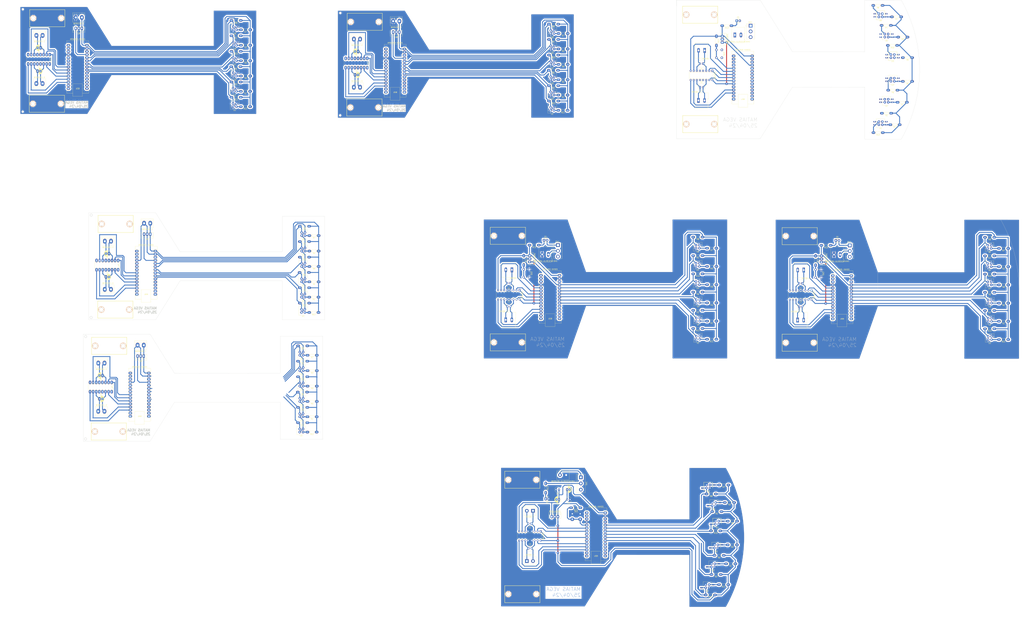
<source format=kicad_pcb>
(kicad_pcb (version 20240108) (generator "pcbnew") (generator_version "8.0")
  (layers (0 "F.Cu" signal) (31 "B.Cu" signal) (34 "B.Paste" user) (35 "F.Paste" user) (36 "B.SilkS" user "B.Silkscreen") (37 "F.SilkS" user "F.Silkscreen") (38 "B.Mask" user) (39 "F.Mask" user) (44 "Edge.Cuts" user))
  (net 0 "")
  (net 1 "GND")
  (net 2 "/OUT")
  (net 3 "/OUT 1")
  (net 4 "/OUT 2")
  (net 5 "/OUT 3")
  (net 6 "/OUT 4")
  (net 7 "/OUT 5")
  (net 8 "/MOTOR-1A")
  (net 9 "/MOTOR-1B")
  (net 10 "/MOTOR-2A")
  (net 11 "/MOTOR-2B")
  (net 12 "/EN-MOTOR-1")
  (net 13 "/EN-MOTOR-2")
  (net 17 "VCC")
  (net 18 "Net-(BORNERA-2-Pin_1)")
  (net 19 "Net-(BORNERA-2-Pin_2)")
  (net 20 "Net-(BORNERA-3-Pin_1)")
  (net 21 "Net-(BORNERA-3-Pin_2)")
  (net 22 "Net-(U2-A)")
  (net 23 "Net-(U5-A)")
  (net 24 "Net-(U3-A)")
  (net 25 "Net-(U6-A)")
  (net 26 "Net-(U4-A)")
  (net 27 "Net-(U1-A)")
  (net 45 "/OUT 6")
  (footprint "TerminalBlock:TerminalBlock_Altech_AK300-2_P5.00mm" (layer "F.Cu") (at 636.581 100.02)
    (property "Reference" "MOTOR-2")
    (property "Value" "Screw_Terminal_01x02")
  )
  (footprint "Resistor_THT:R_Axial_DIN0204_L3.6mm_D1.6mm_P7.62mm_Horizontal" (layer "F.Cu") (at 586.706883 284.862206 180)
    (property "Reference" "R5")
    (property "Value" "220")
  )
  (footprint "Resistor_THT:R_Axial_DIN0204_L3.6mm_D1.6mm_P7.62mm_Horizontal" (layer "F.Cu") (at 241.195 154.3175 180)
    (property "Reference" "R9")
    (property "Value" "R_US")
  )
  (footprint "Button_Switch_THT:SW_PUSH_6mm_H4.3mm" (layer "F.Cu") (at 655.86 58.45 -90)
    (property "Reference" "SW2")
    (property "Value" "PULSADOR")
  )
  (footprint "Resistor_THT:R_Axial_DIN0204_L3.6mm_D1.6mm_P7.62mm_Horizontal" (layer "F.Cu") (at 233.385 121.2175 180)
    (property "Reference" "R8")
    (property "Value" "R_US")
  )
  (footprint "Resistor_THT:R_Axial_DIN0204_L3.6mm_D1.6mm_P7.62mm_Horizontal" (layer "F.Cu") (at 720.511766 -60.653587 180)
    (property "Reference" "R11")
    (property "Value" "220")
  )
  (footprint "Resistor_THT:R_Axial_DIN0204_L3.6mm_D1.6mm_P7.62mm_Horizontal" (layer "F.Cu") (at 569.794 40.902 180)
    (property "Reference" "R7")
    (property "Value" "220")
  )
  (footprint "Library:Pololu_Micro_Con_Soporte_Simple" (layer "F.Cu") (at 280.632 -145.242)
    (property "Reference" "Pololu_Micro_Gear_Motor" (hide yes))
    (property "Value" "VAL**" (hide yes))
  )
  (footprint "TerminalBlock:TerminalBlock_bornier-2_P5.08mm" (layer "F.Cu") (at 271.662 -91.4645)
    (property "Reference" "BORNERA-3")
    (property "Value" "Screw_Terminal_01x02")
  )
  (footprint "Resistor_THT:R_Axial_DIN0204_L3.6mm_D1.6mm_P7.62mm_Horizontal" (layer "F.Cu") (at 721.791766 -149.343587 180)
    (property "Reference" "R7")
    (property "Value" "220")
  )
  (footprint "OptoDevice:Vishay_CNY70" (layer "F.Cu") (at 706.251766 -60.663587 180)
    (property "Reference" "U1")
    (property "Value" "CNY70")
  )
  (footprint "Resistor_THT:R_Axial_DIN0204_L3.6mm_D1.6mm_P7.62mm_Horizontal" (layer "F.Cu") (at 809.794 116.032 180)
    (property "Reference" "R11")
    (property "Value" "220")
  )
  (footprint "TerminalBlock:TerminalBlock_Altech_AK300-2_P5.00mm" (layer "F.Cu") (at 396.581 99.82)
    (property "Reference" "MOTOR-2")
    (property "Value" "Screw_Terminal_01x02")
  )
  (footprint "OptoDevice:Vishay_CNY70" (layer "F.Cu") (at 231.48 55.9375 180)
    (property "Reference" "U4")
    (property "Value" "CNY70")
  )
  (footprint "Resistor_THT:R_Axial_DIN0204_L3.6mm_D1.6mm_P7.62mm_Horizontal" (layer "F.Cu") (at 730.771766 -96.283587 180)
    (property "Reference" "R5")
    (property "Value" "220")
  )
  (footprint "100SP1T1B4M2QE:SW_100SP1T1B4M2QE" (layer "F.Cu") (at 679.492 43.262)
    (property "Reference" "SW1")
    (property "Value" "LLAVE")
  )
  (footprint "OptoDevice:Vishay_CNY70" (layer "F.Cu") (at 175.22 -113.3125 180)
    (property "Reference" "U4")
    (property "Value" "CNY70")
  )
  (footprint "OptoDevice:Vishay_CNY70" (layer "F.Cu") (at 706.241767 -149.343587 180)
    (property "Reference" "U6")
    (property "Value" "CNY70")
  )
  (footprint "Capacitor_THT:CP_Radial_D5.0mm_P2.50mm" (layer "F.Cu") (at 14.035113 -123.9125 180)
    (property "Reference" "C1")
    (property "Value" "C")
  )
  (footprint "Resistor_THT:R_Axial_DIN0204_L3.6mm_D1.6mm_P7.62mm_Horizontal" (layer "F.Cu") (at 233.385 146.6175 180)
    (property "Reference" "R10")
    (property "Value" "R_US")
  )
  (footprint "Library:Pololu_Micro_Con_Soporte_Simple" (layer "F.Cu") (at 410.186865 231.356003)
    (property "Reference" "Pololu_Micro_Gear_Motor" (hide yes))
    (property "Value" "VAL**" (hide yes))
  )
  (footprint "OptoDevice:Vishay_CNY70" (layer "F.Cu") (at 796.078 86.06 180)
    (property "Reference" "U3")
    (property "Value" "CNY70")
  )
  (footprint "OptoDevice:Vishay_CNY70" (layer "F.Cu") (at 231.48 30.5375 180)
    (property "Reference" "U6")
    (property "Value" "CNY70")
  )
  (footprint "Resistor_THT:R_Axial_DIN0204_L3.6mm_D1.6mm_P7.62mm_Horizontal" (layer "F.Cu") (at 234.9 86.0375 180)
    (property "Reference" "R12")
    (property "Value" "R_US")
  )
  (footprint "Package_DIP:DIP-16_W7.62mm" (layer "F.Cu") (at 407.996 75.446 -90)
    (property "Reference" "DRIVER1")
    (property "Value" "L293")
  )
  (footprint "Library:Pololu_Micro_Con_Soporte_Simple" (layer "F.Cu") (at 638.344 30.942)
    (property "Reference" "Pololu_Micro_Gear_Motor" (hide yes))
    (property "Value" "VAL**" (hide yes))
  )
  (footprint "TerminalBlock:TerminalBlock_bornier-3_P5.08mm" (layer "F.Cu") (at 458.326883 229.282206 -90)
    (property "Reference" "SW1")
    (property "Value" "SW_DPST_x2")
  )
  (footprint "Resistor_THT:R_Axial_DIN0204_L3.6mm_D1.6mm_P7.62mm_Horizontal" (layer "F.Cu") (at 713.551766 -70.133587 180)
    (property "Reference" "R2")
    (property "Value" "10K")
  )
  (footprint "Resistor_THT:R_Axial_DIN0204_L3.6mm_D1.6mm_P7.62mm_Horizontal" (layer "F.Cu") (at 178.64 -95.8125 180)
    (property "Reference" "R2")
    (property "Value" "R_US")
  )
  (footprint "OptoDevice:Vishay_CNY70" (layer "F.Cu") (at 229.975 141.6175 180)
    (property "Reference" "U5")
    (property "Value" "CNY70")
  )
  (footprint "Resistor_THT:R_Axial_DIN0204_L3.6mm_D1.6mm_P7.62mm_Horizontal" (layer "F.Cu") (at 242.6 81.1375 180)
    (property "Reference" "R1")
    (property "Value" "R_US")
  )
  (footprint "Package_DIP:DIP-16_W7.62mm" (layer "F.Cu") (at 282.687 -115.2145 -90)
    (property "Reference" "U7")
    (property "Value" "L293")
  )
  (footprint "Resistor_THT:R_Axial_DIN0204_L3.6mm_D1.6mm_P7.62mm_Horizontal" (layer "F.Cu") (at 233.385 133.8175 180)
    (property "Reference" "R4")
    (property "Value" "R_US")
  )
  (footprint "Capacitor_THT:CP_Radial_D5.0mm_P2.00mm" (layer "F.Cu") (at 440.386884 247.537206 180)
    (property "Reference" "C6")
    (property "Value" "22μF")
  )
  (footprint "Resistor_THT:R_Axial_DIN0204_L3.6mm_D1.6mm_P7.62mm_Horizontal" (layer "F.Cu") (at 178.63 -121.0125 180)
    (property "Reference" "R10")
    (property "Value" "R_US")
  )
  (footprint "OptoDevice:Vishay_CNY70" (layer "F.Cu") (at 571.036883 287.482206 180)
    (property "Reference" "U3")
    (property "Value" "CNY70")
  )
  (footprint "Library:Pololu_Micro_Con_Soporte_Simple" (layer "F.Cu") (at 70.12875 191.63)
    (property "Reference" "Pololu_Micro_Gear_Motor" (hide yes))
    (property "Value" "VAL**" (hide yes))
  )
  (footprint "Package_DIP:DIP-16_W7.62mm" (layer "F.Cu") (at 566.465766 -105.013735 -90)
    (property "Reference" "DRIVER1")
    (property "Value" "L293")
  )
  (footprint "OptoDevice:Vishay_CNY70" (layer "F.Cu") (at 555.824 40.902 180)
    (property "Reference" "U6")
    (property "Value" "CNY70")
  )
  (footprint "Package_TO_SOT_THT:TO-220-3_Vertical" (layer "F.Cu") (at 309.082 -136.8645 180)
    (property "Reference" "U8")
    (property "Value" "L7805")
  )
  (footprint "Resistor_THT:R_Axial_DIN0204_L3.6mm_D1.6mm_P7.62mm_Horizontal" (layer "F.Cu") (at 706.461766 -158.783587 180)
    (property "Reference" "R8")
    (property "Value" "10K")
  )
  (footprint "Module:Arduino_Nano" (layer "F.Cu") (at 87.82875 143.5575)
    (property "Reference" "ARDUINO-NANO1")
    (property "Value" "Arduino_Nano_Every")
  )
  (footprint "Resistor_THT:R_Axial_DIN0204_L3.6mm_D1.6mm_P7.62mm_Horizontal" (layer "F.Cu") (at 234.89 35.4375 180)
    (property "Reference" "R4")
    (property "Value" "R_US")
  )
  (footprint "OptoDevice:Vishay_CNY70" (layer "F.Cu") (at 231.38 93.7375 180)
    (property "Reference" "U1")
    (property "Value" "CNY70")
  )
  (footprint "Resistor_THT:R_Axial_DIN0204_L3.6mm_D1.6mm_P7.62mm_Horizontal" (layer "F.Cu") (at 439.752 -92.7645 180)
    (property "Reference" "R2")
    (property "Value" "R_US")
  )
  (footprint "Resistor_THT:R_Axial_DIN0204_L3.6mm_D1.6mm_P7.62mm_Horizontal" (layer "F.Cu") (at 569.794 115.832 180)
    (property "Reference" "R11")
    (property "Value" "220")
  )
  (footprint "100SP1T1B4M2QE:SW_100SP1T1B4M2QE" (layer "F.Cu") (at 439.492 43.062)
    (property "Reference" "SW1")
    (property "Value" "LLAVE")
  )
  (footprint "Package_TO_SOT_THT:TO-220-3_Vertical" (layer "F.Cu") (at 104.23 29.3375 180)
    (property "Reference" "U8")
    (property "Value" "L7805")
  )
  (footprint "Resistor_THT:R_Axial_DIN0204_L3.6mm_D1.6mm_P7.62mm_Horizontal" (layer "F.Cu") (at 575.836883 293.522206 180)
    (property "Reference" "R6")
    (property "Value" "10K")
  )
  (footprint "Capacitor_THT:CP_Radial_Tantal_D6.0mm_P2.50mm" (layer "F.Cu") (at 637.891 89.098)
    (property "Reference" "C2")
    (property "Value" "C")
  )
  (footprint "Resistor_THT:R_Axial_DIN0204_L3.6mm_D1.6mm_P7.62mm_Horizontal" (layer "F.Cu") (at 234.89 22.8375 180)
    (property "Reference" "R8")
    (property "Value" "R_US")
  )
  (footprint "Package_DIP:DIP-16_W7.62mm" (layer "F.Cu") (at 72.48375 151.2575 -90)
    (property "Reference" "U7")
    (property "Value" "L293")
  )
  (footprint "Resistor_THT:R_Axial_DIN0204_L3.6mm_D1.6mm_P7.62mm_Horizontal" (layer "F.Cu") (at 186.43 -100.7125 180)
    (property "Reference" "R5")
    (property "Value" "R_US")
  )
  (footprint "OptoDevice:Vishay_CNY70" (layer "F.Cu") (at 229.975 154.3175 180)
    (property "Reference" "U4")
    (property "Value" "CNY70")
  )
  (footprint "OptoDevice:Vishay_CNY70" (layer "F.Cu") (at 231.48 68.5375 180)
    (property "Reference" "U3")
    (property "Value" "CNY70")
  )
  (footprint "OptoDevice:Vishay_CNY70" (layer "F.Cu") (at 436.332 -122.9645 180)
    (property "Reference" "U5")
    (property "Value" "CNY70")
  )
  (footprint "Resistor_THT:R_Axial_DIN0204_L3.6mm_D1.6mm_P7.62mm_Horizontal" (layer "F.Cu") (at 558.364 91.956 180)
    (property "Reference" "R2")
    (property "Value" "10K")
  )
  (footprint "Resistor_THT:R_Axial_DIN0204_L3.6mm_D1.6mm_P7.62mm_Horizontal" (layer "F.Cu") (at 569.849766 -133.419735 -90)
    (property "Reference" "R14")
    (property "Value" "10K")
  )
  (footprint "Capacitor_THT:CP_Radial_D5.0mm_P2.50mm" (layer "F.Cu") (at 67.79 64.5375)
    (property "Reference" "C2")
    (property "Value" "C")
  )
  (footprint "TerminalBlock:TerminalBlock_Altech_AK300-2_P5.00mm" (layer "F.Cu") (at 401.661 58.672 180)
    (property "Reference" "MOTOR-1")
    (property "Value" "Screw_Terminal_01x02")
  )
  (footprint "Resistor_THT:R_Axial_DIN0204_L3.6mm_D1.6mm_P7.62mm_Horizontal" (layer "F.Cu") (at 573.356883 309.242206 180)
    (property "Reference" "R2")
    (property "Value" "10K")
  )
  (footprint "Resistor_THT:R_Axial_DIN0204_L3.6mm_D1.6mm_P7.62mm_Horizontal" (layer "F.Cu") (at 798.364 77.17 180)
    (property "Reference" "R6")
    (property "Value" "10K")
  )
  (footprint "Resistor_THT:R_Axial_DIN0204_L3.6mm_D1.6mm_P7.62mm_Horizontal" (layer "F.Cu") (at 798.364 47.198 180)
    (property "Reference" "R4")
    (property "Value" "10K")
  )
  (footprint "Package_TO_SOT_THT:TO-220-3_Vertical" (layer "F.Cu") (at 47.97 -139.9125 180)
    (property "Reference" "U8")
    (property "Value" "L7805")
  )
  (footprint "OptoDevice:Vishay_CNY70" (layer "F.Cu") (at 796.078 101.046 180)
    (property "Reference" "U2")
    (property "Value" "CNY70")
  )
  (footprint "Resistor_THT:R_Axial_DIN0204_L3.6mm_D1.6mm_P7.62mm_Horizontal" (layer "F.Cu") (at 558.364 61.984 180)
    (property "Reference" "R10")
    (property "Value" "10K")
  )
  (footprint "OptoDevice:Vishay_CNY70" (layer "F.Cu") (at 564.526883 238.142206 180)
    (property "Reference" "U6")
    (property "Value" "CNY70")
  )
  (footprint "Resistor_THT:R_Axial_DIN0204_L3.6mm_D1.6mm_P7.62mm_Horizontal" (layer "F.Cu") (at 186.44 -113.3125 180)
    (property "Reference" "R9")
    (property "Value" "R_US")
  )
  (footprint "TerminalBlock:TerminalBlock_Altech_AK300-2_P5.00mm" (layer "F.Cu") (at 560.130766 -121.787735 180)
    (property "Reference" "MOTOR-1")
    (property "Value" "Screw_Terminal_01x02")
  )
  (footprint "OptoDevice:Vishay_CNY70" (layer "F.Cu") (at 229.975 128.9175 180)
    (property "Reference" "U6")
    (property "Value" "CNY70")
  )
  (footprint "Capacitor_THT:CP_Radial_Tantal_D4.5mm_P2.50mm" (layer "F.Cu") (at 415.218027 287.667206)
    (property "Reference" "C2")
    (property "Value" "C")
  )
  (footprint "Resistor_THT:R_Axial_DIN0204_L3.6mm_D1.6mm_P7.62mm_Horizontal" (layer "F.Cu") (at 718.451766 -125.903587 180)
    (property "Reference" "R10")
    (property "Value" "10K")
  )
  (footprint "Resistor_THT:R_Axial_DIN0204_L3.6mm_D1.6mm_P7.62mm_Horizontal" (layer "F.Cu") (at 809.794 86.06 180)
    (property "Reference" "R5")
    (property "Value" "220")
  )
  (footprint "Resistor_THT:R_Axial_DIN0204_L3.6mm_D1.6mm_P7.62mm_Horizontal" (layer "F.Cu") (at 186.34 -88.1125 180)
    (property "Reference" "R1")
    (property "Value" "R_US")
  )
  (footprint "Resistor_THT:R_Axial_DIN0204_L3.6mm_D1.6mm_P7.62mm_Horizontal" (layer "F.Cu") (at 178.64 -83.2125 180)
    (property "Reference" "R12")
    (property "Value" "R_US")
  )
  (footprint "TerminalBlock:TerminalBlock_bornier-2_P5.08mm" (layer "F.Cu") (at 418.986883 256.837206 180)
    (property "Reference" "MOTOR-1")
    (property "Value" "Screw_Terminal_01x02")
  )
  (footprint "Module:Arduino_Nano" (layer "F.Cu") (at 93.18 43.2875)
    (property "Reference" "ARDUINO-NANO1")
    (property "Value" "Arduino_Nano_Every")
  )
  (footprint "LED_THT:LED_D3.0mm_IRGrey" (layer "F.Cu") (at 668.075 34.5)
    (property "Reference" "D1")
    (property "Value" "LED")
  )
  (footprint "Resistor_THT:R_Axial_DIN0204_L3.6mm_D1.6mm_P7.62mm_Horizontal" (layer "F.Cu") (at 730.771766 -115.823587 180)
    (property "Reference" "R9")
    (property "Value" "220")
  )
  (footprint "Resistor_THT:R_Axial_DIN0204_L3.6mm_D1.6mm_P7.62mm_Horizontal" (layer "F.Cu") (at 568.656883 326.062206 180)
    (property "Reference" "R12")
    (property "Value" "10K")
  )
  (footprint "Package_DIP:DIP-16_W7.62mm" (layer "F.Cu") (at 77.835 50.9875 -90)
    (property "Reference" "U7")
    (property "Value" "L293")
  )
  (footprint "Resistor_THT:R_Axial_DIN0204_L3.6mm_D1.6mm_P7.62mm_Horizontal" (layer "F.Cu") (at 663.744 38.562 180)
    (property "Reference" "R13")
    (property "Value" "470")
  )
  (footprint "OptoDevice:Vishay_CNY70" (layer "F.Cu") (at 556.078 115.832 180)
    (property "Reference" "U1")
    (property "Value" "CNY70")
  )
  (footprint "TerminalBlock:TerminalBlock_bornier-2_P5.08mm" (layer "F.Cu") (at 309.082 -145.8195 180)
    (property "Reference" "BORNERA-1")
    (property "Value" "Screw_Terminal_01x02")
  )
  (footprint "Resistor_THT:R_Axial_DIN0204_L3.6mm_D1.6mm_P7.62mm_Horizontal" (layer "F.Cu") (at 242.59 93.7375 180)
    (property "Reference" "R11")
    (property "Value" "R_US")
  )
  (footprint "Resistor_THT:R_Axial_DIN0204_L3.6mm_D1.6mm_P7.62mm_Horizontal" (layer "F.Cu") (at 586.816883 265.352206 180)
    (property "Reference" "R9")
    (property "Value" "220")
  )
  (footprint "OptoDevice:Vishay_CNY70" (layer "F.Cu") (at 569.196883 252.582206 180)
    (property "Reference" "U5")
    (property "Value" "CNY70")
  )
  (footprint "Resistor_THT:R_Axial_DIN0204_L3.6mm_D1.6mm_P7.62mm_Horizontal" (layer "F.Cu") (at 726.461766 -79.113587 180)
    (property "Reference" "R1")
    (property "Value" "220")
  )
  (footprint "Capacitor_THT:CP_Radial_D5.0mm_P2.50mm" (layer "F.Cu") (at 64.943863 145.6075 180)
    (property "Reference" "C1")
    (property "Value" "C")
  )
  (footprint "Library:Pololu_Micro_Con_Soporte_Simple" (layer "F.Cu") (at 19.22 -77.89)
    (property "Reference" "Pololu_Micro_Gear_Motor" (hide yes))
    (property "Value" "VAL**" (hide yes))
  )
  (footprint "Resistor_THT:R_Axial_DIN0204_L3.6mm_D1.6mm_P7.62mm_Horizontal" (layer "F.Cu") (at 447.552 -122.9645 180)
    (property "Reference" "R3")
    (property "Value" "R_US")
  )
  (footprint "OptoDevice:Vishay_CNY70" (layer "F.Cu") (at 795.824 41.102 180)
    (property "Reference" "U6")
    (property "Value" "CNY70")
  )
  (footprint "Resistor_THT:R_Axial_DIN0204_L3.6mm_D1.6mm_P7.62mm_Horizontal" (layer "F.Cu") (at 579.706883 235.612206 180)
    (property "Reference" "R7")
    (property "Value" "220")
  )
  (footprint "Resistor_THT:R_Axial_DIN0204_L3.6mm_D1.6mm_P7.62mm_Horizontal" (layer "F.Cu") (at 242.7 43.2375 180)
    (property "Reference" "R3")
    (property "Value" "R_US")
  )
  (footprint "OptoDevice:Vishay_CNY70" (layer "F.Cu") (at 563.836883 320.082206 180)
    (property "Reference" "U1")
    (property "Value" "CNY70")
  )
  (footprint "Resistor_THT:R_Axial_DIN0204_L3.6mm_D1.6mm_P7.62mm_Horizontal" (layer "F.Cu") (at 234.9 73.4375 180)
    (property "Reference" "R2")
    (property "Value" "R_US")
  )
  (footprint "OptoDevice:Vishay_CNY70" (layer "F.Cu") (at 555.824 55.888 180)
    (property "Reference" "U5")
    (property "Value" "CNY70")
  )
  (footprint "Library:Pololu_Micro_Con_Soporte_Simple" (layer "F.Cu") (at 19.52 -148.29)
    (property "Reference" "Pololu_Micro_Gear_Motor" (hide yes))
    (property "Value" "VAL**" (hide yes))
  )
  (footprint "OptoDevice:Vishay_CNY70" (layer "F.Cu") (at 556.078 85.86 180)
    (property "Reference" "U3")
    (property "Value" "CNY70")
  )
  (footprint "Resistor_THT:R_Axial_DIN0204_L3.6mm_D1.6mm_P7.62mm_Horizontal" (layer "F.Cu") (at 447.452 -85.0645 180)
    (property "Reference" "R1")
    (property "Value" "R_US")
  )
  (footprint "OptoDevice:Vishay_CNY70" (layer "F.Cu") (at 568.516883 303.012206 180)
    (property "Reference" "U2")
    (property "Value" "CNY70")
  )
  (footprint "Module:Arduino_Nano" (layer "F.Cu") (at 425.532 63.254)
    (property "Reference" "ARDUINO-NANO1")
    (property "Value" "Arduino_Nano_Every" (hide yes))
  )
  (footprint "OptoDevice:Vishay_CNY70" (layer "F.Cu") (at 175.12 -88.1125 180)
    (property "Reference" "U2")
    (property "Value" "CNY70")
  )
  (footprint "TerminalBlock:TerminalBlock_Altech_AK300-2_P5.00mm" (layer "F.Cu") (at 585.007766 -134.477735)
    (property "Reference" "BORNERA-ALIMENTACION1")
    (property "Value" "Screw_Terminal_01x02")
  )
  (footprint "Resistor_THT:R_Axial_DIN0204_L3.6mm_D1.6mm_P7.62mm_Horizontal" (layer "F.Cu") (at 558.364 106.942 180)
    (property "Reference" "R12")
    (property "Value" "10K")
  )
  (footprint "Resistor_THT:R_Axial_DIN0204_L3.6mm_D1.6mm_P7.62mm_Horizontal" (layer "F.Cu") (at 439.742 -130.7645 180)
    (property "Reference" "R4")
    (property "Value" "R_US")
  )
  (footprint "Capacitor_THT:CP_Radial_D5.0mm_P2.50mm" (layer "F.Cu") (at 275.147113 -120.8645 180)
    (property "Reference" "C1")
    (property "Value" "C")
  )
  (footprint "TerminalBlock:TerminalBlock_Altech_AK300-2_P5.00mm" (layer "F.Cu") (at 666.538 46.182)
    (property "Reference" "BORNERA-ALIMENTACION1")
    (property "Value" "Screw_Terminal_01x02")
  )
  (footprint "Resistor_THT:R_Axial_DIN0204_L3.6mm_D1.6mm_P7.62mm_Horizontal" (layer "F.Cu") (at 429.391883 234.377206 -90)
    (property "Reference" "R13")
    (property "Value" "470")
  )
  (footprint "Resistor_THT:R_Axial_DIN0204_L3.6mm_D1.6mm_P7.62mm_Horizontal" (layer "F.Cu") (at 457.916883 254.367206 180)
    (property "Reference" "R14")
    (property "Value" "10K")
  )
  (footprint "100SP1T1B4M2QE:SW_100SP1T1B4M2QE" (layer "F.Cu") (at 597.961766 -137.397735)
    (property "Reference" "SW1")
    (property "Value" "LLAVE")
  )
  (footprint "Button_Switch_THT:SW_PUSH_6mm_H4.3mm" (layer "F.Cu") (at 415.86 58.25 -90)
    (property "Reference" "SW2")
    (property "Value" "PULSADOR")
  )
  (footprint "Package_TO_SOT_THT:TO-220-3_Vertical" (layer "F.Cu") (at 656.231 47.25 -90)
    (property "Reference" "REGULADOR1")
    (property "Value" "L7805")
  )
  (footprint "Resistor_THT:R_Axial_DIN0204_L3.6mm_D1.6mm_P7.62mm_Horizontal" (layer "F.Cu") (at 569.794 100.846 180)
    (property "Reference" "R1")
    (property "Value" "220")
  )
  (footprint "Library:Pololu_Micro_Con_Soporte_Simple" (layer "F.Cu") (at 70.42875 121.23)
    (property "Reference" "Pololu_Micro_Gear_Motor" (hide yes))
    (property "Value" "VAL**" (hide yes))
  )
  (footprint "OptoDevice:Vishay_CNY70" (layer "F.Cu") (at 175.12 -75.5125 180)
    (property "Reference" "U1")
    (property "Value" "CNY70")
  )
  (footprint "OptoDevice:Vishay_CNY70" (layer "F.Cu") (at 436.332 -135.6645 180)
    (property "Reference" "U6")
    (property "Value" "CNY70")
  )
  (footprint "Library:Pololu_Micro_Con_Soporte_Simple" (layer "F.Cu") (at 398.344 118.372)
    (property "Reference" "Pololu_Micro_Gear_Motor" (hide yes))
    (property "Value" "VAL**" (hide yes))
  )
  (footprint "Resistor_THT:R_Axial_DIN0204_L3.6mm_D1.6mm_P7.62mm_Horizontal" (layer "F.Cu") (at 423.744 38.362 180)
    (property "Reference" "R13")
    (property "Value" "470")
  )
  (footprint "Resistor_THT:R_Axial_DIN0204_L3.6mm_D1.6mm_P7.62mm_Horizontal" (layer "F.Cu") (at 569.794 55.888 180)
    (property "Reference" "R3")
    (property "Value" "220")
  )
  (footprint "LED_THT:LED_D3.0mm_IRGrey" (layer "F.Cu") (at 428.075 34.3)
    (property "Reference" "D1")
    (property "Value" "LED")
  )
  (footprint "Library:Pololu_Micro_Con_Soporte_Simple" (layer "F.Cu") (at 280.332 -74.842)
    (property "Reference" "Pololu_Micro_Gear_Motor" (hide yes))
    (property "Value" "VAL**" (hide yes))
  )
  (footprint "OptoDevice:Vishay_CNY70" (layer "F.Cu") (at 555.824 70.874 180)
    (property "Reference" "U4")
    (property "Value" "CNY70")
  )
  (footprint "Resistor_THT:R_Axial_DIN0204_L3.6mm_D1.6mm_P7.62mm_Horizontal" (layer "F.Cu") (at 809.794 101.046 180)
    (property "Reference" "R1")
    (property "Value" "220")
  )
  (footprint "TerminalBlock:TerminalBlock_bornier-2_P5.08mm" (layer "F.Cu") (at 71.93 35.1375 180)
    (property "Reference" "BORNERA-2")
    (property "Value" "Screw_Terminal_01x02")
  )
  (footprint "Resistor_THT:R_Axial_DIN0204_L3.6mm_D1.6mm_P7.62mm_Horizontal" (layer "F.Cu") (at 651.38 47.24 -90)
    (property "Reference" "R14")
    (property "Value" "10K")
  )
  (footprint "Resistor_THT:R_Axial_DIN0204_L3.6mm_D1.6mm_P7.62mm_Horizontal" (layer "F.Cu") (at 585.406883 300.452206 180)
    (property "Reference" "R1")
    (property "Value" "220")
  )
  (footprint "Resistor_THT:R_Axial_DIN0204_L3.6mm_D1.6mm_P7.62mm_Horizontal" (layer "F.Cu") (at 411.38 47.04 -90)
    (property "Reference" "R14")
    (property "Value" "10K")
  )
  (footprint "Resistor_THT:R_Axial_DIN0204_L3.6mm_D1.6mm_P7.62mm_Horizontal" (layer "F.Cu") (at 178.43 -108.4125 180)
    (property "Reference" "R6")
    (property "Value" "R_US")
  )
  (footprint "LED_THT:LED_D3.0mm_IRGrey" (layer "F.Cu") (at 431.931883 246.957206 180)
    (property "Reference" "D1")
    (property "Value" "LED")
  )
  (footprint "Library:Pololu_Micro_Con_Soporte_Simple" (layer "F.Cu") (at 75.48 91.36)
    (property "Reference" "Pololu_Micro_Gear_Motor" (hide yes))
    (property "Value" "VAL**" (hide yes))
  )
  (footprint "OptoDevice:Vishay_CNY70" (layer "F.Cu") (at 175.22 -138.7125 180)
    (property "Reference" "U6")
    (property "Value" "CNY70")
  )
  (footprint "Resistor_THT:R_Axial_DIN0204_L3.6mm_D1.6mm_P7.62mm_Horizontal" (layer "F.Cu") (at 798.364 92.156 180)
    (property "Reference" "R2")
    (property "Value" "10K")
  )
  (footprint "Capacitor_THT:CP_Radial_Tantal_D4.5mm_P2.50mm" (layer "F.Cu") (at 440.38574 239.427206 180)
    (property "Reference" "C3")
    (property "Value" ".1μF")
  )
  (footprint "Capacitor_THT:CP_Radial_D5.0mm_P2.50mm" (layer "F.Cu") (at 272.642 -101.6645)
    (property "Reference" "C2")
    (property "Value" "C")
  )
  (footprint "OptoDevice:Vishay_CNY70" (layer "F.Cu") (at 231.48 43.2375 180)
    (property "Reference" "U5")
    (property "Value" "CNY70")
  )
  (footprint "OptoDevice:Vishay_CNY70" (layer "F.Cu") (at 229.875 179.5175 180)
    (property "Reference" "U2")
    (property "Value" "CNY70")
  )
  (footprint "Package_TO_SOT_THT:TO-220-3_Vertical" (layer "F.Cu") (at 574.700766 -133.409735 -90)
    (property "Reference" "REGULADOR1")
    (property "Value" "L7805")
  )
  (footprint "TerminalBlock:TerminalBlock_bornier-2_P5.08mm" (layer "F.Cu") (at 104.23 20.3825 180)
    (property "Reference" "BORNERA-1")
    (property "Value" "Screw_Terminal_01x02")
  )
  (footprint "Resistor_THT:R_Axial_DIN0204_L3.6mm_D1.6mm_P7.62mm_Horizontal" (layer "F.Cu") (at 584.366883 250.032206 180)
    (property "Reference" "R3")
    (property "Value" "220")
  )
  (footprint "TerminalBlock:TerminalBlock_Altech_AK300-2_P5.00mm" (layer "F.Cu") (at 641.661 58.872 180)
    (property "Reference" "MOTOR-1")
    (property "Value" "Screw_Terminal_01x02")
  )
  (footprint "Resistor_THT:R_Axial_DIN0204_L3.6mm_D1.6mm_P7.62mm_Horizontal" (layer "F.Cu") (at 241.195 128.9175 180)
    (property "Reference" "R7")
    (property "Value" "R_US")
  )
  (footprint "Resistor_THT:R_Axial_DIN0204_L3.6mm_D1.6mm_P7.62mm_Horizontal" (layer "F.Cu") (at 809.794 41.102 180)
    (property "Reference" "R7")
    (property "Value" "220")
  )
  (footprint "Resistor_THT:R_Axial_DIN0204_L3.6mm_D1.6mm_P7.62mm_Horizontal" (layer "F.Cu") (at 569.336883 243.022206 180)
    (property "Reference" "R8")
    (property "Value" "10K")
  )
  (footprint "Module:Arduino_Nano" (layer "F.Cu") (at 36.92 -125.9625)
    (property "Reference" "ARDUINO-NANO1")
    (property "Value" "Arduino_Nano_Every")
  )
  (footprint "Capacitor_THT:CP_Radial_Tantal_D6.0mm_P2.50mm" (layer "F.Cu") (at 556.360766 -91.561735)
    (property "Reference" "C2")
    (property "Value" "C")
  )
  (footprint "Resistor_THT:R_Axial_DIN0204_L3.6mm_D1.6mm_P7.62mm_Horizontal" (layer "F.Cu") (at 569.794 85.86 180)
    (property "Reference" "R5")
    (property "Value" "220")
  )
  (footprint "Resistor_THT:R_Axial_DIN0204_L3.6mm_D1.6mm_P7.62mm_Horizontal" (layer "F.Cu") (at 447.552 -135.6645 180)
    (property "Reference" "R7")
    (property "Value" "R_US")
  )
  (footprint "OptoDevice:Vishay_CNY70" (layer "F.Cu") (at 436.232 -85.0645 180)
    (property "Reference" "U2")
    (property "Value" "CNY70")
  )
  (footprint "TerminalBlock:TerminalBlock_bornier-2_P5.08mm" (layer "F.Cu") (at 446.256883 227.442206 180)
    (property "Reference" "BORNERA-ALIMENTACION1")
    (property "Value" "Screw_Terminal_01x02" (hide yes))
  )
  (footprint "Module:Arduino_Nano" (layer "F.Cu") (at 584.001766 -117.205735)
    (property "Reference" "ARDUINO-NANO1")
    (property "Value" "Arduino_Nano_Every" (hide yes))
  )
  (footprint "Library:Pololu_Micro_Con_Soporte_Simple" (layer "F.Cu") (at 556.561766 -61.173587)
    (property "Reference" "Pololu_Micro_Gear_Motor" (hide yes))
    (property "Value" "VAL**" (hide yes))
  )
  (footprint "Package_DIP:DIP-16_W7.62mm" (layer "F.Cu") (at 647.996 75.646 -90)
    (property "Reference" "DRIVER1")
    (property "Value" "L293")
  )
  (footprint "Resistor_THT:R_Axial_DIN0204_L3.6mm_D1.6mm_P7.62mm_Horizontal" (layer "F.Cu") (at 186.44 -126.0125 180)
    (property "Reference" "R3")
    (property "Value" "R_US")
  )
  (footprint "Capacitor_THT:CP_Radial_D5.0mm_P2.00mm" (layer "F.Cu") (at 447.051771 239.427206)
    (property "Reference" "C5")
    (property "Value" "22μF")
  )
  (footprint "Resistor_THT:R_Axial_DIN0204_L3.6mm_D1.6mm_P7.62mm_Horizontal" (layer "F.Cu") (at 809.794 56.088 180)
    (property "Reference" "R3")
    (property "Value" "220")
  )
  (footprint "Resistor_THT:R_Axial_DIN0204_L3.6mm_D1.6mm_P7.62mm_Horizontal" (layer "F.Cu") (at 439.742 -117.9645 180)
    (property "Reference" "R10")
    (property "Value" "R_US")
  )
  (footprint "Resistor_THT:R_Axial_DIN0204_L3.6mm_D1.6mm_P7.62mm_Horizontal" (layer "F.Cu") (at 233.185 159.2175 180)
    (property "Reference" "R6")
    (property "Value" "R_US")
  )
  (footprint "Resistor_THT:R_Axial_DIN0204_L3.6mm_D1.6mm_P7.62mm_Horizontal" (layer "F.Cu") (at 186.44 -138.7125 180)
    (property "Reference" "R7")
    (property "Value" "R_US")
  )
  (footprint "TerminalBlock:TerminalBlock_bornier-2_P5.08mm" (layer "F.Cu") (at 413.906883 298.197206)
    (property "Reference" "MOTOR-2")
    (property "Value" "Screw_Terminal_01x02")
  )
  (footprint "OptoDevice:Vishay_CNY70" (layer "F.Cu") (at 716.171766 -96.343587 180)
    (property "Reference" "U3")
    (property "Value" "CNY70")
  )
  (footprint "Module:Arduino_Nano" (layer "F.Cu") (at 298.032 -122.9145)
    (property "Reference" "ARDUINO-NANO1")
    (property "Value" "Arduino_Nano_Every")
  )
  (footprint "OptoDevice:Vishay_CNY70" (layer "F.Cu") (at 716.161766 -115.793587 180)
    (property "Reference" "U4")
    (property "Value" "CNY70")
  )
  (footprint "Module:Arduino_Nano" (layer "F.Cu") (at 665.532 63.454)
    (property "Reference" "ARDUINO-NANO1")
    (property "Value" "Arduino_Nano_Every" (hide yes))
  )
  (footprint "Resistor_THT:R_Axial_DIN0204_L3.6mm_D1.6mm_P7.62mm_Horizontal" (layer "F.Cu") (at 439.742 -143.3645 180)
    (property "Reference" "R8")
    (property "Value" "R_US")
  )
  (footprint "Resistor_THT:R_Axial_DIN0204_L3.6mm_D1.6mm_P7.62mm_Horizontal" (layer "F.Cu") (at 558.364 76.97 180)
    (property "Reference" "R6")
    (property "Value" "10K")
  )
  (footprint "TerminalBlock:TerminalBlock_bornier-2_P5.08mm" (layer "F.Cu") (at 61.45875 175.0075)
    (property "Reference" "BORNERA-3")
    (property "Value" "Screw_Terminal_01x02")
  )
  (footprint "OptoDevice:Vishay_CNY70" (layer "F.Cu") (at 436.332 -97.6645 180)
    (property "Reference" "U3")
    (property "Value" "CNY70")
  )
  (footprint "Resistor_THT:R_Axial_DIN0204_L3.6mm_D1.6mm_P7.62mm_Horizontal" (layer "F.Cu") (at 241.195 141.6175 180)
    (property "Reference" "R3")
    (property "Value" "R_US")
  )
  (footprint "OptoDevice:Vishay_CNY70" (layer "F.Cu") (at 436.232 -72.4645 180)
    (property "Reference" "U1")
    (property "Value" "CNY70")
  )
  (footprint "Resistor_THT:R_Axial_DIN0204_L3.6mm_D1.6mm_P7.62mm_Horizontal" (layer "F.Cu") (at 447.552 -110.2645 180)
    (property "Reference" "R9")
    (property "Value" "R_US")
  )
  (footprint "TerminalBlock:TerminalBlock_Altech_AK300-2_P5.00mm" (layer "F.Cu") (at 426.538 45.982)
    (property "Reference" "BORNERA-ALIMENTACION1")
    (property "Value" "Screw_Terminal_01x02")
  )
  (footprint "Package_DIP:DIP-16_W7.62mm" (layer "F.Cu") (at 21.575 -118.2625 -90)
    (property "Reference" "U7")
    (property "Value" "L293")
  )
  (footprint "Resistor_THT:R_Axial_DIN0204_L3.6mm_D1.6mm_P7.62mm_Horizontal" (layer "F.Cu") (at 573.006883 273.357206 180)
    (property "Reference" "R10")
    (property "Value" "10K")
  )
  (footprint "Resistor_THT:R_Axial_DIN0204_L3.6mm_D1.6mm_P7.62mm_Horizontal" (layer "F.Cu") (at 706.621766 -54.143587 180)
    (property "Reference" "R12")
    (property "Value" "10K")
  )
  (footprint "Resistor_THT:R_Axial_DIN0204_L3.6mm_D1.6mm_P7.62mm_Horizontal" (layer "F.Cu") (at 233.395 184.4175 180)
    (property "Reference" "R12")
    (property "Value" "R_US")
  )
  (footprint "Resistor_THT:R_Axial_DIN0204_L3.6mm_D1.6mm_P7.62mm_Horizontal" (layer "F.Cu") (at 186.33 -75.5125 180)
    (property "Reference" "R11")
    (property "Value" "R_US")
  )
  (footprint "OptoDevice:Vishay_CNY70" (layer "F.Cu") (at 229.975 166.9175 180)
    (property "Reference" "U3")
    (property "Value" "CNY70")
  )
  (footprint "Resistor_THT:R_Axial_DIN0204_L3.6mm_D1.6mm_P7.62mm_Horizontal" (layer "F.Cu") (at 447.542 -97.6645 180)
    (property "Reference" "R5")
    (property "Value" "R_US")
  )
  (footprint "Resistor_THT:R_Axial_DIN0204_L3.6mm_D1.6mm_P7.62mm_Horizontal" (layer "F.Cu") (at 579.556883 317.582206 180)
    (property "Reference" "R11")
    (property "Value" "220")
  )
  (footprint "Capacitor_THT:CP_Radial_Tantal_D4.5mm_P2.50mm" (layer "F.Cu") (at 449.55574 247.537206 180)
    (property "Reference" "C4")
    (property "Value" ".1μF")
  )
  (footprint "OptoDevice:Vishay_CNY70" (layer "F.Cu") (at 229.875 192.1175 180)
    (property "Reference" "U1")
    (property "Value" "CNY70")
  )
  (footprint "TerminalBlock:TerminalBlock_bornier-2_P5.08mm" (layer "F.Cu") (at 66.81 74.7375)
    (property "Reference" "BORNERA-3")
    (property "Value" "Screw_Terminal_01x02")
  )
  (footprint "Library:Pololu_Micro_Con_Soporte_Simple" (layer "F.Cu") (at 410.226865 325.376003)
    (property "Reference" "Pololu_Micro_Gear_Motor" (hide yes))
    (property "Value" "VAL**" (hide yes))
  )
  (footprint "OptoDevice:Vishay_CNY70" (layer "F.Cu") (at 795.824 71.074 180)
    (property "Reference" "U4")
    (property "Value" "CNY70")
  )
  (footprint "Capacitor_THT:CP_Radial_D5.0mm_P2.50mm" (layer "F.Cu") (at 70.295113 45.3375 180)
    (property "Reference" "C1")
    (property "Value" "C")
  )
  (footprint "Resistor_THT:R_Axial_DIN0204_L3.6mm_D1.6mm_P7.62mm_Horizontal" (layer "F.Cu") (at 439.542 -105.3645 180)
    (property "Reference" "R6")
    (property "Value" "R_US")
  )
  (footprint "Package_TO_SOT_THT:TO-220-3_Vertical" (layer "F.Cu") (at 416.231 47.05 -90)
    (property "Reference" "REGULADOR1")
    (property "Value" "L7805")
  )
  (footprint "OptoDevice:Vishay_CNY70" (layer "F.Cu") (at 556.078 100.846 180)
    (property "Reference" "U2")
    (property "Value" "CNY70")
  )
  (footprint "Capacitor_THT:CP_Radial_Tantal_D6.0mm_P2.50mm" (layer "F.Cu") (at 640.391 69.794 180)
    (property "Reference" "C1")
    (property "Value" "C")
  )
  (footprint "Resistor_THT:R_Axial_DIN0204_L3.6mm_D1.6mm_P7.62mm_Horizontal" (layer "F.Cu") (at 809.794 71.074 180)
    (property "Reference" "R9")
    (property "Value" "220")
  )
  (footprint "Capacitor_THT:CP_Radial_D5.0mm_P2.50mm" (layer "F.Cu") (at 62.43875 164.8075)
    (property "Reference" "C2")
    (property "Value" "C")
  )
  (footprint "Capacitor_THT:CP_Radial_Tantal_D6.0mm_P2.50mm" (layer "F.Cu") (at 400.391 69.594 180)
    (property "Reference" "C1")
    (property "Value" "C")
  )
  (footprint "Resistor_THT:R_Axial_DIN0204_L3.6mm_D1.6mm_P7.62mm_Horizontal" (layer "F.Cu") (at 582.213766 -142.097735 180)
    (property "Reference" "R13")
    (property "Value" "470")
  )
  (footprint "Resistor_THT:R_Axial_DIN0204_L3.6mm_D1.6mm_P7.62mm_Horizontal" (layer "F.Cu") (at 242.7 55.9375 180)
    (property "Reference" "R9")
    (property "Value" "R_US")
  )
  (footprint "Package_TO_SOT_THT:TO-220-3_Vertical" (layer "F.Cu") (at 98.87875 129.6075 180)
    (property "Reference" "U8")
    (property "Value" "L7805")
  )
  (footprint "OptoDevice:Vishay_CNY70" (layer "F.Cu") (at 796.078 116.032 180)
    (property "Reference" "U1")
    (property "Value" "CNY70")
  )
  (footprint "OptoDevice:Vishay_CNY70" (layer "F.Cu") (at 711.071766 -132.723587 180)
    (property "Reference" "U5")
    (property "Value" "CNY70")
  )
  (footprint "TerminalBlock:TerminalBlock_Altech_AK300-2_P5.00mm" (layer "F.Cu") (at 555.050766 -80.639735)
    (property "Reference" "MOTOR-2")
    (property "Value" "Screw_Terminal_01x02")
  )
  (footprint "Resistor_THT:R_Axial_DIN0204_L3.6mm_D1.6mm_P7.62mm_Horizontal" (layer "F.Cu") (at 447.442 -72.4645 180)
    (property "Reference" "R11")
    (property "Value" "R_US")
  )
  (footprint "OptoDevice:Vishay_CNY70" (layer "F.Cu") (at 571.686883 267.882206 180)
    (property "Reference" "U4")
    (property "Value" "CNY70")
  )
  (footprint "Resistor_THT:R_Axial_DIN0204_L3.6mm_D1.6mm_P7.62mm_Horizontal" (layer "F.Cu") (at 574.006883 257.502206 180)
    (property "Reference" "R4")
    (property "Value" "10K")
  )
  (footprint "Resistor_THT:R_Axial_DIN0204_L3.6mm_D1.6mm_P7.62mm_Horizontal" (layer "F.Cu") (at 726.941766 -132.723587 180)
    (property "Reference" "R3")
    (property "Value" "220")
  )
  (footprint "Capacitor_THT:CP_Radial_Tantal_D6.0mm_P2.50mm" (layer "F.Cu") (at 397.891 88.898)
    (property "Reference" "C2")
    (property "Value" "C")
  )
  (footprint "Resistor_THT:R_Axial_DIN0204_L3.6mm_D1.6mm_P7.62mm_Horizontal" (layer "F.Cu") (at 718.741766 -89.073587 180)
    (property "Reference" "R6")
    (property "Value" "10K")
  )
  (footprint "TerminalBlock:TerminalBlock_bornier-2_P5.08mm" (layer "F.Cu") (at 66.57875 135.4075 180)
    (property "Reference" "BORNERA-2")
    (property "Value" "Screw_Terminal_01x02")
  )
  (footprint "Resistor_THT:R_Axial_DIN0204_L3.6mm_D1.6mm_P7.62mm_Horizontal" (layer "F.Cu") (at 569.794 70.874 180)
    (property "Reference" "R9")
    (property "Value" "220")
  )
  (footprint "TerminalBlock:TerminalBlock_bornier-2_P5.08mm" (layer "F.Cu") (at 47.97 -148.8675 180)
    (property "Reference" "BORNERA-1")
    (property "Value" "Screw_Terminal_01x02")
  )
  (footprint "Resistor_THT:R_Axial_DIN0204_L3.6mm_D1.6mm_P7.62mm_Horizontal" (layer "F.Cu") (at 178.63 -133.8125 180)
    (property "Reference" "R4")
    (property "Value" "R_US")
  )
  (footprint "Button_Switch_THT:SW_PUSH_6mm_H4.3mm" (layer "F.Cu") (at 451.316883 259.307206)
    (property "Reference" "SW2")
    (property "Value" "PULSADOR")
  )
  (footprint "OptoDevice:Vishay_CNY70" (layer "F.Cu") (at 175.22 -126.0125 180)
    (property "Reference" "U5")
    (property "Value" "CNY70")
  )
  (footprint "Library:Pololu_Micro_Con_Soporte_Simple" (layer "F.Cu") (at 638.344 118.572)
    (property "Reference" "Pololu_Micro_Gear_Motor" (hide yes))
    (property "Value" "VAL**" (hide yes))
  )
  (footprint "Library:Pololu_Micro_Con_Soporte_Simple" (layer "F.Cu") (at 398.344 30.742)
    (property "Reference" "Pololu_Micro_Gear_Motor" (hide yes))
    (property "Value" "VAL**" (hide yes))
  )
  (footprint "TerminalBlock:TerminalBlock_bornier-2_P5.08mm" (layer "F.Cu") (at 15.67 -134.1125 180)
    (property "Reference" "BORNERA-2")
    (property "Value" "Screw_Terminal_01x02")
  )
  (footprint "Resistor_THT:R_Axial_DIN0204_L3.6mm_D1.6mm_P7.62mm_Horizontal" (layer "F.Cu") (at 241.085 192.1175 180)
    (property "Reference" "R11")
    (property "Value" "R_US")
  )
  (footprint "Resistor_THT:R_Axial_DIN0204_L3.6mm_D1.6mm_P7.62mm_Horizontal" (layer "F.Cu") (at 242.7 30.5375 180)
    (property "Reference" "R7")
    (property "Value" "R_US")
  )
  (footprint "Library:Pololu_Micro_Con_Soporte_Simple" (layer "F.Cu") (at 75.78 20.96)
    (property "Reference" "Pololu_Micro_Gear_Motor" (hide yes))
    (property "Value" "VAL**" (hide yes))
  )
  (footprint "Capacitor_THT:CP_Radial_Tantal_D4.5mm_P2.50mm" (layer "F.Cu") (at 417.675739 267.367206 180)
    (property "Reference" "C1")
    (property "Value" "C")
  )
  (footprint "Resistor_THT:R_Axial_DIN0204_L3.6mm_D1.6mm_P7.62mm_Horizontal" (layer "F.Cu") (at 798.364 62.184 180)
    (property "Reference" "R10")
    (property "Value" "10K")
  )
  (footprint "Resistor_THT:R_Axial_DIN0204_L3.6mm_D1.6mm_P7.62mm_Horizontal" (layer "F.Cu") (at 798.364 107.142 180)
    (property "Reference" "R12")
    (property "Value" "10K")
  )
  (footprint "Resistor_THT:R_Axial_DIN0204_L3.6mm_D1.6mm_P7.62mm_Horizontal" (layer "F.Cu") (at 234.89 48.2375 180)
    (property "Reference" "R10")
    (property "Value" "R_US")
  )
  (footprint "Resistor_THT:R_Axial_DIN0204_L3.6mm_D1.6mm_P7.62mm_Horizontal" (layer "F.Cu") (at 798.364 31.958 180)
    (property "Reference" "R8")
    (property "Value" "10K")
  )
  (footprint "OptoDevice:Vishay_CNY70" (layer "F.Cu") (at 795.824 56.088 180)
    (property "Reference" "U5")
    (property "Value" "CNY70")
  )
  (footprint "Package_TO_SOT_THT:TO-220-3_Vertical" (layer "F.Cu") (at 434.366883 261.642206)
    (property "Reference" "REGULADOR1")
    (property "Value" "L7805")
  )
  (footprint "LED_THT:LED_D3.0mm_IRGrey" (layer "F.Cu") (at 586.544766 -146.159735)
    (property "Reference" "D1")
    (property "Value" "LED")
  )
  (footprint "Module:Arduino_Nano" (layer "F.Cu") (at 463.186883 258.467206)
    (property "Reference" "ARDUINO-NANO1")
    (property "Value" "Arduino_Nano_Every" (hide yes))
  )
  (footprint "Resistor_THT:R_Axial_DIN0204_L3.6mm_D1.6mm_P7.62mm_Horizontal" (layer "F.Cu") (at 178.63 -146.4125 180)
    (property "Reference" "R8")
    (property "Value" "R_US")
  )
  (footprint "Library:Pololu_Micro_Con_Soporte_Simple" (layer "F.Cu") (at 556.481766 -151.173587)
    (property "Reference" "Pololu_Micro_Gear_Motor" (hide yes))
    (property "Value" "VAL**" (hide yes))
  )
  (footprint "Capacitor_THT:CP_Radial_Tantal_D6.0mm_P2.50mm" (layer "F.Cu") (at 558.860766 -110.865735 180)
    (property "Reference" "C1")
    (property "Value" "C")
  )
  (footprint "TerminalBlock:TerminalBlock_bornier-2_P5.08mm" (layer "F.Cu") (at 10.55 -94.5125)
    (property "Reference" "BORNERA-3")
    (property "Value" "Screw_Terminal_01x02")
  )
  (footprint "Resistor_THT:R_Axial_DIN0204_L3.6mm_D1.6mm_P7.62mm_Horizontal" (layer "F.Cu") (at 558.364 31.758 180)
    (property "Reference" "R8")
    (property "Value" "10K")
  )
  (footprint "Package_DIP:DIP-16_W7.62mm" (layer "F.Cu") (at 425.321883 273.717206 -90)
    (property "Reference" "DRIVER1")
    (property "Value" "L293")
  )
  (footprint "Button_Switch_THT:SW_PUSH_6mm_H4.3mm" (layer "F.Cu") (at 574.329766 -122.209735 -90)
    (property "Reference" "SW2")
    (property "Value" "PULSADOR")
  )
  (footprint "Resistor_THT:R_Axial_DIN0204_L3.6mm_D1.6mm_P7.62mm_Horizontal" (layer "F.Cu") (at 713.291766 -142.353587 180)
    (property "Reference" "R4")
    (property "Value" "10K")
  )
  (footprint "OptoDevice:Vishay_CNY70" (layer "F.Cu") (at 711.121766 -79.103587 180)
    (property "Reference" "U2")
    (property "Value" "CNY70")
  )
  (footprint "OptoDevice:Vishay_CNY70" (layer "F.Cu") (at 175.22 -100.7125 180)
    (property "Reference" "U3")
    (property "Value" "CNY70")
  )
  (footprint "Resistor_THT:R_Axial_DIN0204_L3.6mm_D1.6mm_P7.62mm_Horizontal" (layer "F.Cu") (at 234.69 60.8375 180)
    (property "Reference" "R6")
    (property "Value" "R_US")
  )
  (footprint "Resistor_THT:R_Axial_DIN0204_L3.6mm_D1.6mm_P7.62mm_Horizontal" (layer "F.Cu") (at 439.752 -80.1645 180)
    (property "Reference" "R12")
    (property "Value" "R_US")
  )
  (footprint "OptoDevice:Vishay_CNY70" (layer "F.Cu") (at 436.332 -110.2645 180)
    (property "Reference" "U4")
    (property "Value" "CNY70")
  )
  (footprint "TerminalBlock:TerminalBlock_bornier-2_P5.08mm" (layer "F.Cu") (at 276.782 -131.0645 180)
    (property "Reference" "BORNERA-2")
    (property "Value" "Screw_Terminal_01x02")
  )
  (footprint "Resistor_THT:R_Axial_DIN0204_L3.6mm_D1.6mm_P7.62mm_Horizontal" (layer "F.Cu") (at 558.364 46.998 180)
    (property "Reference" "R4")
    (property "Value" "10K")
  )
  (footprint "Resistor_THT:R_Axial_DIN0204_L3.6mm_D1.6mm_P7.62mm_Horizontal" (layer "F.Cu") (at 242.69 68.5375 180)
    (property "Reference" "R5")
    (property "Value" "R_US")
  )
  (footprint "Capacitor_THT:CP_Radial_D5.0mm_P2.50mm" (layer "F.Cu") (at 11.53 -104.7125)
    (property "Reference" "C2")
    (property "Value" "C")
  )
  (footprint "Resistor_THT:R_Axial_DIN0204_L3.6mm_D1.6mm_P7.62mm_Horizontal" (layer "F.Cu") (at 233.395 171.8175 180)
    (property "Reference" "R2")
    (property "Value" "R_US")
  )
  (footprint "Resistor_THT:R_Axial_DIN0204_L3.6mm_D1.6mm_P7.62mm_Horizontal" (layer "F.Cu") (at 241.185 166.9175 180)
    (property "Reference" "R5")
    (property "Value" "R_US")
  )
  (footprint "TerminalBlock:TerminalBlock_bornier-2_P5.08mm" (layer "F.Cu") (at 98.87875 120.6525 180)
    (property "Reference" "BORNERA-1")
    (property "Value" "Screw_Terminal_01x02")
  )
  (footprint "OptoDevice:Vishay_CNY70" (layer "F.Cu") (at 231.38 81.1375 180)
    (property "Reference" "U2")
    (property "Value" "CNY70")
  )
  (footprint "Resistor_THT:R_Axial_DIN0204_L3.6mm_D1.6mm_P7.62mm_Horizontal" (layer "F.Cu") (at 241.095 179.5175 180)
    (property "Reference" "R1")
    (property "Value" "R_US")
  )
  (gr_line (start 417.532 -151.442) (end 452.532 -151.442) (stroke (width 0.1)) (layer "Edge.Cuts"))
  (gr_line (start 156.42 -69.49) (end 191.42 -69.49) (stroke (width 0.1)) (layer "Edge.Cuts"))
  (gr_line (start 488.036846 263.903463) (end 547.636883 263.867206) (stroke (width 0.1)) (layer "Edge.Cuts"))
  (gr_arc (start 736.907766 -105.905587) (mid 733.08386 -76.363938) (end 721.868 -48.768) (stroke (width 0.1)) (layer "Edge.Cuts"))
  (gr_line (start -2.58 -69.49) (end -2.58 -157.49) (stroke (width 0.1)) (layer "Edge.Cuts"))
  (gr_line (start 452.532 -151.442) (end 452.532 -66.442) (stroke (width 0.1)) (layer "Edge.Cuts"))
  (gr_line (start 461.540883 335.497206) (end 392.706883 335.497206) (stroke (width 0.1)) (layer "Edge.Cuts"))
  (gr_line (start 49.105 111.64) (end 104.105 111.64) (stroke (width 0.1)) (layer "Edge.Cuts"))
  (gr_line (start 691.941766 -163.063587) (end 721.87021 -163.055265) (stroke (width 0.1)) (layer "Edge.Cuts"))
  (gr_circle (center 55.58 97.86) (end 56.58 97.86) (stroke (width 0.2)) (fill none) (layer "Edge.Cuts"))
  (gr_line (start 124.105 167.64) (end 211.175 167.64) (stroke (width 0.1)) (layer "Edge.Cuts"))
  (gr_line (start 447.366 17.28) (end 462.606 60.46) (stroke (width 0.1)) (layer "Edge.Cuts"))
  (gr_line (start 533.726 60.46) (end 533.726 17.28) (stroke (width 0.1)) (layer "Edge.Cuts"))
  (gr_arc (start 803.660233 17.498561) (mid 814.872197 45.095946) (end 818.692 74.638) (stroke (width 0.1)) (layer "Edge.Cuts"))
  (gr_line (start 72.42 -101.49) (end 156.42 -101.49) (stroke (width 0.1)) (layer "Edge.Cuts"))
  (gr_line (start 702.606 60.66) (end 773.726 60.66) (stroke (width 0.1)) (layer "Edge.Cuts"))
  (gr_line (start 258.532 -66.442) (end 258.532 -154.442) (stroke (width 0.1)) (layer "Edge.Cuts"))
  (gr_arc (start 592.612883 278.775206) (mid 588.788972 308.316854) (end 577.573117 335.912793) (stroke (width 0.1)) (layer "Edge.Cuts"))
  (gr_line (start 691.941766 -48.763587) (end 721.868 -48.768) (stroke (width 0.1)) (layer "Edge.Cuts"))
  (gr_line (start 687.366 17.48) (end 702.606 60.66) (stroke (width 0.1)) (layer "Edge.Cuts"))
  (gr_line (start 108.68 99.76) (end 128.68 67.76) (stroke (width 0.1)) (layer "Edge.Cuts"))
  (gr_circle (center 51.105 113.54) (end 52.105 113.54) (stroke (width 0.2)) (fill none) (layer "Edge.Cuts"))
  (gr_line (start 461.540883 221.501058) (end 392.706883 221.501058) (stroke (width 0.1)) (layer "Edge.Cuts"))
  (gr_line (start 462.606 88.4) (end 447.366 131.58) (stroke (width 0.1)) (layer "Edge.Cuts"))
  (gr_line (start 211.175 113.14) (end 246.175 113.14) (stroke (width 0.1)) (layer "Edge.Cuts"))
  (gr_line (start 108.68 11.76) (end 128.68 43.76) (stroke (width 0.1)) (layer "Edge.Cuts"))
  (gr_line (start 702.606 60.66) (end 702.606 74.63) (stroke (width 0.1)) (layer "Edge.Cuts"))
  (gr_circle (center -0.58 -155.59) (end 0.42 -155.59) (stroke (width 0.2)) (fill none) (layer "Edge.Cuts"))
  (gr_line (start 461.540883 221.501058) (end 488.036846 263.903463) (stroke (width 0.1)) (layer "Edge.Cuts"))
  (gr_line (start 702.606 88.6) (end 687.366 131.78) (stroke (width 0.1)) (layer "Edge.Cuts"))
  (gr_line (start 547.636883 263.867206) (end 547.646883 221.617206) (stroke (width 0.1)) (layer "Edge.Cuts"))
  (gr_line (start 128.68 43.76) (end 212.68 43.76) (stroke (width 0.1)) (layer "Edge.Cuts"))
  (gr_line (start 333.532 -122.442) (end 417.532 -122.442) (stroke (width 0.1)) (layer "Edge.Cuts"))
  (gr_line (start 72.42 -125.49) (end 156.42 -125.49) (stroke (width 0.1)) (layer "Edge.Cuts"))
  (gr_line (start 541.961766 -158.183587) (end 541.961766 -158.183587) (stroke (width 0.1)) (layer "Edge.Cuts"))
  (gr_line (start 52.42 -69.49) (end -2.58 -69.49) (stroke (width 0.1)) (layer "Edge.Cuts"))
  (gr_line (start 687.366 17.48) (end 618.532 17.48) (stroke (width 0.1)) (layer "Edge.Cuts"))
  (gr_line (start 247.68 14.76) (end 247.68 99.76) (stroke (width 0.1)) (layer "Edge.Cuts"))
  (gr_line (start 378.532 17.28) (end 378.532 131.58) (stroke (width 0.1)) (layer "Edge.Cuts"))
  (gr_arc (start 577.575327 221.625528) (mid 588.791579 249.227466) (end 592.612883 278.775206) (stroke (width 0.1)) (layer "Edge.Cuts"))
  (gr_line (start 53.68 11.76) (end 108.68 11.76) (stroke (width 0.1)) (layer "Edge.Cuts"))
  (gr_line (start 632.331729 -91.585992) (end 691.931766 -91.543587) (stroke (width 0.1)) (layer "Edge.Cuts"))
  (gr_line (start 392.706883 221.501058) (end 392.706883 335.497206) (stroke (width 0.1)) (layer "Edge.Cuts"))
  (gr_line (start 632.331729 -120.77733) (end 691.931766 -120.813587) (stroke (width 0.1)) (layer "Edge.Cuts"))
  (gr_line (start 818.684 131.78) (end 818.7 17.496) (stroke (width 0.1)) (layer "Edge.Cuts"))
  (gr_line (start 53.68 99.76) (end 53.68 11.76) (stroke (width 0.1)) (layer "Edge.Cuts"))
  (gr_line (start 104.105 199.64) (end 49.105 199.64) (stroke (width 0.1)) (layer "Edge.Cuts"))
  (gr_circle (center 55.68 13.66) (end 56.68 13.66) (stroke (width 0.2)) (fill none) (layer "Edge.Cuts"))
  (gr_line (start 246.175 113.14) (end 246.175 198.14) (stroke (width 0.1)) (layer "Edge.Cuts"))
  (gr_line (start 417.532 -66.442) (end 452.532 -66.442) (stroke (width 0.1)) (layer "Edge.Cuts"))
  (gr_line (start 605.835766 -49.183587) (end 632.331729 -91.585992) (stroke (width 0.1)) (layer "Edge.Cuts"))
  (gr_line (start 313.532 -66.442) (end 333.532 -98.442) (stroke (width 0.1)) (layer "Edge.Cuts"))
  (gr_line (start 537.001766 -163.179735) (end 537.001766 -49.183587) (stroke (width 0.1)) (layer "Edge.Cuts"))
  (gr_line (start 212.68 67.76) (end 212.68 99.76) (stroke (width 0.1)) (layer "Edge.Cuts"))
  (gr_line (start 691.931766 -120.813587) (end 691.941766 -163.063587) (stroke (width 0.1)) (layer "Edge.Cuts"))
  (gr_circle (center 260.432 -68.342) (end 261.432 -68.342) (stroke (width 0.2)) (fill none) (layer "Edge.Cuts"))
  (gr_line (start 108.68 99.76) (end 53.68 99.76) (stroke (width 0.1)) (layer "Edge.Cuts"))
  (gr_line (start 462.606 88.4) (end 533.726 88.4) (stroke (width 0.1)) (layer "Edge.Cuts"))
  (gr_line (start 258.532 -154.442) (end 313.532 -154.442) (stroke (width 0.1)) (layer "Edge.Cuts"))
  (gr_line (start 773.726 17.48) (end 818.7 17.496) (stroke (width 0.1)) (layer "Edge.Cuts"))
  (gr_line (start 461.540883 335.497206) (end 488.036846 293.094801) (stroke (width 0.1)) (layer "Edge.Cuts"))
  (gr_line (start 212.68 43.76) (end 212.68 14.76) (stroke (width 0.1)) (layer "Edge.Cuts"))
  (gr_line (start 533.726 17.28) (end 578.7 17.296) (stroke (width 0.1)) (layer "Edge.Cuts"))
  (gr_line (start 547.646883 335.917206) (end 577.573117 335.912793) (stroke (width 0.1)) (layer "Edge.Cuts"))
  (gr_line (start 313.532 -154.442) (end 333.532 -122.442) (stroke (width 0.1)) (layer "Edge.Cuts"))
  (gr_arc (start 721.87021 -163.055265) (mid 733.086467 -135.453328) (end 736.907766 -105.905587) (stroke (width 0.1)) (layer "Edge.Cuts"))
  (gr_line (start 417.532 -122.442) (end 417.532 -151.442) (stroke (width 0.1)) (layer "Edge.Cuts"))
  (gr_line (start -2.58 -69.49) (end -2.58 -69.49) (stroke (width 0.1)) (layer "Edge.Cuts"))
  (gr_line (start 313.532 -66.442) (end 258.532 -66.442) (stroke (width 0.1)) (layer "Edge.Cuts"))
  (gr_line (start 53.68 99.76) (end 53.68 99.76) (stroke (width 0.1)) (layer "Edge.Cuts"))
  (gr_line (start 156.42 -125.49) (end 156.42 -154.49) (stroke (width 0.1)) (layer "Edge.Cuts"))
  (gr_line (start 156.42 -101.49) (end 156.42 -69.49) (stroke (width 0.1)) (layer "Edge.Cuts"))
  (gr_line (start 605.835766 -49.183587) (end 537.001766 -49.183587) (stroke (width 0.1)) (layer "Edge.Cuts"))
  (gr_line (start 773.726 60.66) (end 773.726 17.48) (stroke (width 0.1)) (layer "Edge.Cuts"))
  (gr_circle (center -0.68 -71.39) (end 0.32 -71.39) (stroke (width 0.2)) (fill none) (layer "Edge.Cuts"))
  (gr_line (start 605.835766 -163.179735) (end 537.001766 -163.179735) (stroke (width 0.1)) (layer "Edge.Cuts"))
  (gr_line (start 124.125 143.63) (end 211.215 143.57) (stroke (width 0.1)) (layer "Edge.Cuts"))
  (gr_line (start 533.726 88.4) (end 533.726 131.58) (stroke (width 0.1)) (layer "Edge.Cuts"))
  (gr_line (start 537.001766 -163.179735) (end 537.001766 -158.179735) (stroke (width 0.1)) (layer "Edge.Cuts"))
  (gr_line (start 258.532 -66.442) (end 258.532 -66.442) (stroke (width 0.1)) (layer "Edge.Cuts"))
  (gr_line (start 447.366 17.28) (end 378.532 17.28) (stroke (width 0.1)) (layer "Edge.Cuts"))
  (gr_line (start 773.726 131.78) (end 818.684 131.78) (stroke (width 0.1)) (layer "Edge.Cuts"))
  (gr_line (start 687.366 131.78) (end 618.532 131.78) (stroke (width 0.1)) (layer "Edge.Cuts"))
  (gr_line (start 488.036846 293.094801) (end 547.636883 293.137206) (stroke (width 0.1)) (layer "Edge.Cuts"))
  (gr_line (start 52.42 -69.49) (end 72.42 -101.49) (stroke (width 0.1)) (layer "Edge.Cuts"))
  (gr_line (start 211.175 198.14) (end 246.175 198.14) (stroke (width 0.1)) (layer "Edge.Cuts"))
  (gr_line (start 773.726 88.6) (end 773.726 131.78) (stroke (width 0.1)) (layer "Edge.Cuts"))
  (gr_line (start -2.58 -157.49) (end 52.42 -157.49) (stroke (width 0.1)) (layer "Edge.Cuts"))
  (gr_line (start 533.726 131.58) (end 578.684 131.58) (stroke (width 0.1)) (layer "Edge.Cuts"))
  (gr_line (start 191.42 -154.49) (end 191.42 -69.49) (stroke (width 0.1)) (layer "Edge.Cuts"))
  (gr_line (start 211.175 167.64) (end 211.175 198.14) (stroke (width 0.1)) (layer "Edge.Cuts"))
  (gr_line (start 691.931766 -91.543587) (end 691.941766 -48.763587) (stroke (width 0.1)) (layer "Edge.Cuts"))
  (gr_line (start 212.68 14.76) (end 247.68 14.76) (stroke (width 0.1)) (layer "Edge.Cuts"))
  (gr_circle (center 260.532 -152.542) (end 261.532 -152.542) (stroke (width 0.2)) (fill none) (layer "Edge.Cuts"))
  (gr_line (start 447.366 131.58) (end 378.532 131.58) (stroke (width 0.1)) (layer "Edge.Cuts"))
  (gr_line (start 212.68 99.76) (end 247.68 99.76) (stroke (width 0.1)) (layer "Edge.Cuts"))
  (gr_line (start 605.835766 -163.179735) (end 632.331729 -120.77733) (stroke (width 0.1)) (layer "Edge.Cuts"))
  (gr_line (start 52.42 -157.49) (end 72.42 -125.49) (stroke (width 0.1)) (layer "Edge.Cuts"))
  (gr_line (start 211.215 143.57) (end 211.175 113.14) (stroke (width 0.1)) (layer "Edge.Cuts"))
  (gr_line (start 702.606 88.6) (end 773.726 88.6) (stroke (width 0.1)) (layer "Edge.Cuts"))
  (gr_line (start 49.105 199.64) (end 49.105 111.64) (stroke (width 0.1)) (layer "Edge.Cuts"))
  (gr_line (start 417.532 -98.442) (end 417.532 -66.442) (stroke (width 0.1)) (layer "Edge.Cuts"))
  (gr_line (start 333.532 -98.442) (end 417.532 -98.442) (stroke (width 0.1)) (layer "Edge.Cuts"))
  (gr_line (start 104.105 199.64) (end 124.105 167.64) (stroke (width 0.1)) (layer "Edge.Cuts"))
  (gr_line (start 462.606 60.46) (end 533.726 60.46) (stroke (width 0.1)) (layer "Edge.Cuts"))
  (gr_circle (center 51.005 197.74) (end 52.005 197.74) (stroke (width 0.2)) (fill none) (layer "Edge.Cuts"))
  (gr_line (start 618.532 17.48) (end 618.532 131.78) (stroke (width 0.1)) (layer "Edge.Cuts"))
  (gr_line (start 547.646883 221.617206) (end 577.575327 221.625528) (stroke (width 0.1)) (layer "Edge.Cuts"))
  (gr_line (start 578.684 131.58) (end 578.7 17.296) (stroke (width 0.1)) (layer "Edge.Cuts"))
  (gr_line (start 128.68 67.76) (end 212.68 67.76) (stroke (width 0.1)) (layer "Edge.Cuts"))
  (gr_line (start 49.105 199.64) (end 49.105 199.64) (stroke (width 0.1)) (layer "Edge.Cuts"))
  (gr_line (start 104.105 111.64) (end 124.105 143.64) (stroke (width 0.1)) (layer "Edge.Cuts"))
  (gr_line (start 547.636883 293.137206) (end 547.646883 335.917206) (stroke (width 0.1)) (layer "Edge.Cuts"))
  (gr_line (start 156.42 -154.49) (end 191.42 -154.49) (stroke (width 0.1)) (layer "Edge.Cuts"))
  (gr_text "MATIAS VEGA\n25/04/24" (at 458.376883 327.867206 0) (layer "B.Cu") (effects (font (size 3 3)) (justify left bottom mirror)))
  (gr_text "MATIAS VEGA\n25/04/24" (at 109.88 94.66 0) (layer "Edge.Cuts") (effects (font (size 2 2) (thickness 0.5) (bold yes)) (justify left bottom mirror)))
  (gr_text "MATIAS VEGA\n25/04/24" (at 53.62 -74.59 0) (layer "Edge.Cuts") (effects (font (size 2 2) (thickness 0.5) (bold yes)) (justify left bottom mirror)))
  (gr_text "MATIAS VEGA\n25/04/24" (at 314.732 -71.542 0) (layer "Edge.Cuts") (effects (font (size 2 2) (thickness 0.5) (bold yes)) (justify left bottom mirror)))
  (gr_text "MATIAS VEGA\n25/04/24" (at 603.649766 -58.239735 0) (layer "Edge.Cuts") (effects (font (size 3 3)) (justify left bottom mirror)))
  (gr_text "MATIAS VEGA\n25/04/24" (at 685.18 122.42 0) (layer "Edge.Cuts") (effects (font (size 3 3)) (justify left bottom mirror)))
  (gr_text "MATIAS VEGA\n25/04/24" (at 445.18 122.22 0) (layer "Edge.Cuts") (effects (font (size 3 3)) (justify left bottom mirror)))
  (gr_text "MATIAS VEGA\n25/04/24" (at 104.52875 194.93 0) (layer "Edge.Cuts") (effects (font (size 2 2) (thickness 0.5) (bold yes)) (justify left bottom mirror)))
  (segment (start 659.71 86.314) (end 659.732 86.292) (width 0.7) (layer "F.Cu") (net 0))
  (segment (start 439.446883 281.362206) (end 439.446883 291.292206) (width 0.7) (layer "F.Cu") (net 0))
  (segment (start 578.201766 -94.367735) (end 578.201766 -128.329735) (width 0.7) (layer "F.Cu") (net 0))
  (segment (start 439.446883 269.272206) (end 439.466883 269.292206) (width 0.7) (layer "F.Cu") (net 0))
  (segment (start 578.179766 -94.345735) (end 578.201766 -94.367735) (width 0.7) (layer "F.Cu") (net 0))
  (segment (start 439.446883 291.292206) (end 439.466883 291.312206) (width 0.7) (layer "F.Cu") (net 0))
  (segment (start 419.732 86.092) (end 419.732 52.13) (width 0.7) (layer "F.Cu") (net 0))
  (segment (start 659.732 86.292) (end 659.732 52.33) (width 0.7) (layer "F.Cu") (net 0))
  (segment (start 419.71 86.114) (end 419.732 86.092) (width 0.7) (layer "F.Cu") (net 0))
  (segment (start 439.436883 269.282206) (end 439.446883 269.272206) (width 0.7) (layer "F.Cu") (net 0))
  (segment (start 439.446883 269.272206) (end 439.446883 281.362206) (width 0.7) (layer "F.Cu") (net 0))
  (via (at 578.201766 -128.329735) (size 2.1) (drill 0.7) (layers "F.Cu" "B.Cu") (net 0))
  (via (at 439.466883 291.312206) (size 2.1) (drill 0.7) (layers "F.Cu" "B.Cu") (net 0))
  (via (at 439.446883 269.272206) (size 2.1) (drill 0.7) (layers "F.Cu" "B.Cu") (net 0))
  (via (at 419.71 86.114) (size 2.1) (drill 0.7) (layers "F.Cu" "B.Cu") (net 0))
  (via (at 439.446883 281.362206) (size 2.1) (drill 0.7) (layers "F.Cu" "B.Cu") (net 0))
  (via (at 659.732 52.33) (size 2.1) (drill 0.7) (layers "F.Cu" "B.Cu") (net 0))
  (via (at 419.732 52.13) (size 2.1) (drill 0.7) (layers "F.Cu" "B.Cu") (net 0))
  (via (at 578.179766 -94.345735) (size 2.1) (drill 0.7) (layers "F.Cu" "B.Cu") (net 0))
  (via (at 659.71 86.314) (size 2.1) (drill 0.7) (layers "F.Cu" "B.Cu") (net 0))
  (segment (start 730.771766 -96.283587) (end 730.771766 -115.823587) (width 0.7) (layer "B.Cu") (net 0))
  (segment (start 439.446883 255.146063) (end 443.628812 250.964135) (width 0.7) (layer "B.Cu") (net 0))
  (segment (start 642.916 72.319) (end 640.391 69.794) (width 0.7) (layer "B.Cu") (net 0))
  (segment (start 438.476 70.874) (end 440.772 70.874) (width 0.7) (layer "B.Cu") (net 0))
  (segment (start 558.364 29.726) (end 558.364 31.758) (width 0.7) (layer "B.Cu") (net 0))
  (segment (start 720.511766 -67.103587) (end 720.511766 -60.653587) (width 0.7) (layer "B.Cu") (net 0))
  (segment (start 269.987 -107.5945) (end 269.987 -104.287) (width 0.7) (layer "B.Cu") (net 0))
  (segment (start 271.662 -91.4645) (end 272.632 -92.4345) (width 0.7) (layer "B.Cu") (net 0))
  (segment (start 459.416883 268.627206) (end 457.816883 267.027206) (width 0.7) (layer "B.Cu") (net 0))
  (segment (start 569.794 55.888) (end 569.794 61.984) (width 0.7) (layer "B.Cu") (net 0))
  (segment (start 558.364 46.998) (end 569.794 46.998) (width 0.7) (layer "B.Cu") (net 0))
  (segment (start 713.291766 -142.353587) (end 717.311766 -142.353587) (width 0.7) (layer "B.Cu") (net 0))
  (segment (start 577.216883 309.242206) (end 573.356883 309.242206) (width 0.7) (layer "B.Cu") (net 0))
  (segment (start 636.566 94.188) (end 636.566 100.005) (width 0.7) (layer "B.Cu") (net 0))
  (segment (start 555.035766 -86.471735) (end 555.035766 -80.654735) (width 0.7) (layer "B.Cu") (net 0))
  (segment (start 272.632 -130.1345) (end 271.702 -131.0645) (width 0.7) (layer "B.Cu") (net 0))
  (segment (start 730.791766 -96.303587) (end 730.771766 -96.283587) (width 0.7) (layer "B.Cu") (net 0))
  (segment (start 431.618 45.982) (end 434.538 43.062) (width 0.7) (layer "B.Cu") (net 0))
  (segment (start 641.646 68.539) (end 641.646 58.887) (width 0.7) (layer "B.Cu") (net 0))
  (segment (start 641.646 100.005) (end 641.661 100.02) (width 0.7) (layer "B.Cu") (net 0))
  (segment (start 276.0095 -120.8645) (end 277.932 -118.942) (width 0.7) (layer "B.Cu") (net 0))
  (segment (start 277.607 -107.5945) (end 277.607 -103.917) (width 0.7) (layer "B.Cu") (net 0))
  (segment (start 635.296 86.503) (end 637.891 89.098) (width 0.7) (layer "B.Cu") (net 0))
  (segment (start 569.794 76.97) (end 569.794 85.86) (width 0.7) (layer "B.Cu") (net 0))
  (segment (start 573.006883 273.357206) (end 578.811883 273.357206) (width 0.7) (layer "B.Cu") (net 0))
  (segment (start 554.306883 330.192206) (end 564.526883 330.192206) (width 0.7) (layer "B.Cu") (net 0))
  (segment (start 430.615 37.795) (end 431.182 38.362) (width 0.7) (layer "B.Cu") (net 0))
  (segment (start 786.172 27.894) (end 796.332 27.894) (width 0.7) (layer "B.Cu") (net 0))
  (segment (start 659.71 86.314) (end 665.532 86.314) (width 0.7) (layer "B.Cu") (net 0))
  (segment (start 275.147113 -120.8645) (end 276.0095 -120.8645) (width 0.7) (layer "B.Cu") (net 0))
  (segment (start 659.71 86.314) (end 651.044 86.314) (width 0.7) (layer "B.Cu") (net 0))
  (segment (start 396.566 99.805) (end 396.581 99.82) (width 0.7) (layer "B.Cu") (net 0))
  (segment (start 809.794 47.198) (end 809.794 56.088) (width 0.7) (layer "B.Cu") (net 0))
  (segment (start 420.241883 281.337206) (end 420.241883 285.14335) (width 0.7) (layer "B.Cu") (net 0))
  (segment (start 411.36 64.75) (end 411.36 58.25) (width 0.7) (layer "B.Cu") (net 0))
  (segment (start 578.966883 257.502206) (end 581.356883 257.502206) (width 0.7) (layer "B.Cu") (net 0))
  (segment (start 718.451766 -125.903587) (end 720.121766 -125.903587) (width 0.7) (layer "B.Cu") (net 0))
  (segment (start 651.36 64.95) (end 660.024 73.614) (width 0.7) (layer "B.Cu") (net 0))
  (segment (start 402.916 75.446) (end 402.916 72.119) (width 0.7) (layer "B.Cu") (net 0))
  (segment (start 660.024 73.614) (end 665.532 73.614) (width 0.7) (layer "B.Cu") (net 0))
  (segment (start 536.012 70.874) (end 543.886 63) (width 0.7) (layer "B.Cu") (net 0))
  (segment (start 569.829766 -115.709735) (end 578.493766 -107.045735) (width 0.7) (layer "B.Cu") (net 0))
  (segment (start 651.38 54.86) (end 651.38 58.43) (width 0.7) (layer "B.Cu") (net 0))
  (segment (start 272.6095 -101.6645) (end 272.642 -101.6645) (width 0.7) (layer "B.Cu") (net 0))
  (segment (start 425.346883 281.362206) (end 425.321883 281.337206) (width 0.7) (layer "B.Cu") (net 0))
  (segment (start 401.646 58.687) (end 401.661 58.672) (width 0.7) (layer "B.Cu") (net 0))
  (segment (start 401.646 68.339) (end 401.646 58.687) (width 0.7) (layer "B.Cu") (net 0))
  (segment (start 569.794 100.846) (end 569.794 106.942) (width 0.7) (layer "B.Cu") (net 0))
  (segment (start 396.566 93.988) (end 396.566 99.805) (width 0.7) (layer "B.Cu") (net 0))
  (segment (start 450.956883 234.362206) (end 450.941883 234.377206) (width 0.7) (layer "B.Cu") (net 0))
  (segment (start 577.356883 242.942206) (end 579.706883 240.592206) (width 0.7) (layer "B.Cu") (net 0))
  (segment (start 418.986883 298.197206) (end 418.986883 288.936062) (width 0.7) (layer "B.Cu") (net 0))
  (segment (start 413.906883 288.97835) (end 415.218027 287.667206) (width 0.7) (layer "B.Cu") (net 0))
  (segment (start 581.406883 257.502206) (end 578.966883 257.502206) (width 0.7) (layer "B.Cu") (net 0))
  (segment (start 577.216883 309.242206) (end 579.526883 309.242206) (width 0.7) (layer "B.Cu") (net 0))
  (segment (start 569.513766 -94.345735) (end 566.465766 -97.393735) (width 0.7) (layer "B.Cu") (net 0))
  (segment (start 718.741766 -89.073587) (end 723.561766 -89.073587) (width 0.7) (layer "B.Cu") (net 0))
  (segment (start 809.794 107.142) (end 809.794 116.032) (width 0.7) (layer "B.Cu") (net 0))
  (segment (start 549.706883 289.612206) (end 549.706883 325.592206) (width 0.7) (layer "B.Cu") (net 0))
  (segment (start 586.706883 281.252206) (end 578.811883 273.357206) (width 0.7) (layer "B.Cu") (net 0))
  (segment (start 783.886 63.2) (end 783.886 30.18) (width 0.7) (layer "B.Cu") (net 0))
  (segment (start 809.794 56.088) (end 809.794 62.184) (width 0.7) (layer "B.Cu") (net 0))
  (segment (start 578.179766 -94.345735) (end 569.513766 -94.345735) (width 0.7) (layer "B.Cu") (net 0))
  (segment (start 448.456883 254.367206) (end 450.296883 254.367206) (width 0.7) (layer "B.Cu") (net 0))
  (segment (start 659.732 52.33) (end 656.231 52.33) (width 0.7) (layer "B.Cu") (net 0))
  (segment (start 402.916 86.373) (end 400.391 88.898) (width 0.7) (layer "B.Cu") (net 0))
  (segment (start 637.891 89.098) (end 637.891 92.863) (width 0.7) (layer "B.Cu") (net 0))
  (segment (start 798.364 31.958) (end 809.794 31.958) (width 0.7) (layer "B.Cu") (net 0))
  (segment (start 796.332 27.894) (end 798.364 29.926) (width 0.7) (layer "B.Cu") (net 0))
  (segment (start 585.406883 297.362206) (end 581.566883 293.522206) (width 0.7) (layer "B.Cu") (net 0))
  (segment (start 411.36 64.75) (end 420.024 73.414) (width 0.7) (layer "B.Cu") (net 0))
  (segment (start 798.364 62.184) (end 809.794 62.184) (width 0.7) (layer "B.Cu") (net 0))
  (segment (start 579.556883 317.582206) (end 579.556883 309.272206) (width 0.7) (layer "B.Cu") (net 0))
  (segment (start 439.446883 261.642206) (end 439.446883 269.272206) (width 0.7) (layer "B.Cu") (net 0))
  (segment (start 440.772 70.874) (end 536.012 70.874) (width 0.7) (layer "B.Cu") (net 0))
  (segment (start 659.732 52.33) (end 678.476 71.074) (width 0.7) (layer "B.Cu") (net 0))
  (segment (start 442.426883 301.862206) (end 478.116883 301.862206) (width 0.7) (layer "B.Cu") (net 0))
  (segment (start 397.891 69.594) (end 395.296 72.189) (width 0.7) (layer "B.Cu") (net 0))
  (segment (start 420.024 73.414) (end 425.532 73.414) (width 0.7) (layer "B.Cu") (net 0))
  (segment (start 415.175739 267.596062) (end 412.621883 270.149918) (width 0.7) (layer "B.Cu") (net 0))
  (segment (start 277.932 -115.5395) (end 277.607 -115.2145) (width 0.7) (layer "B.Cu") (net 0))
  (segment (start 651.044 86.314) (end 647.996 83.266) (width 0.7) (layer "B.Cu") (net 0))
  (segment (start 642.916 83.266) (end 642.916 86.573) (width 0.7) (layer "B.Cu") (net 0))
  (segment (start 596.945766 -109.585735) (end 599.241766 -109.585735) (width 0.7) (layer "B.Cu") (net 0))
  (segment (start 447.05574 239.431175) (end 447.051771 239.427206) (width 0.7) (layer "B.Cu") (net 0))
  (segment (start 667.048 38.562) (end 663.744 38.562) (width 0.7) (layer "B.Cu") (net 0))
  (segment (start 429.391883 234.377206) (end 450.941883 234.377206) (width 0.7) (layer "B.Cu") (net 0))
  (segment (start 578.179766 -94.345735) (end 584.001766 -94.345735) (width 0.7) (layer "B.Cu") (net 0))
  (segment (start 560.115766 -86.471735) (end 560.115766 -80.654735) (width 0.7) (layer "B.Cu") (net 0))
  (segment (start 713.551766 -70.133587) (end 717.481766 -70.133587) (width 0.7) (layer "B.Cu") (net 0))
  (segment (start 418.986883 266.056062) (end 417.675739 267.367206) (width 0.7) (layer "B.Cu") (net 0))
  (segment (start 413.906883 256.837206) (end 413.906883 266.09835) (width 0.7) (layer "B.Cu") (net 0))
  (segment (start 635.296 83.266) (end 635.296 86.503) (width 0.7) (layer "B.Cu") (net 0))
  (segment (start 561.385766 -108.340735) (end 558.860766 -110.865735) (width 0.7) (layer "B.Cu") (net 0))
  (segment (start 457.816883 267.027206) (end 457.816883 263.807206) (width 0.7) (layer "B.Cu") (net 0))
  (segment (start 275.132 -120.879613) (end 275.147113 -120.8645) (width 0.7) (layer "B.Cu") (net 0))
  (segment (start 272.632 -120.879613) (end 272.632 -130.1345) (width 0.7) (layer "B.Cu") (net 0))
  (segment (start 723.561766 -89.073587) (end 726.461766 -86.173587) (width 0.7) (layer "B.Cu") (net 0))
  (segment (start 439.446883 261.642206) (end 439.446883 255.146063) (width 0.7) (layer "B.Cu") (net 0))
  (segment (start 561.385766 -94.086735) (end 558.860766 -91.561735) (width 0.7) (layer "B.Cu") (net 0))
  (segment (start 651.36 64.95) (end 651.36 58.45) (width 0.7) (layer "B.Cu") (net 0))
  (segment (start 668.075 34.5) (end 668.075 37.535) (width 0.7) (layer "B.Cu") (net 0))
  (segment (start 809.794 31.958) (end 809.794 41.102) (width 0.7) (layer "B.Cu") (net 0))
  (segment (start 678.476 71.074) (end 680.772 71.074) (width 0.7) (layer "B.Cu") (net 0))
  (segment (start 415.175739 267.367206) (end 415.175739 267.596062) (width 0.7) (layer "B.Cu") (net 0))
  (segment (start 451.316883 263.807206) (end 457.816883 263.807206) (width 0.7) (layer "B.Cu") (net 0))
  (segment (start 553.765766 -108.270735) (end 553.765766 -105.013735) (width 0.7) (layer "B.Cu") (net 0))
  (segment (start 579.556883 320.552206) (end 579.556883 317.582206) (width 0.7) (layer "B.Cu") (net 0))
  (segment (start 558.860766 -91.561735) (end 558.860766 -87.726735) (width 0.7) (layer "B.Cu") (net 0))
  (segment (start 569.849766 -122.229735) (end 569.829766 -122.209735) (width 0.7) (layer "B.Cu") (net 0))
  (segment (start 584.366883 254.492206) (end 584.366883 250.032206) (width 0.7) (layer "B.Cu") (net 0))
  (segment (start 400.391 88.898) (end 400.391 92.733) (width 0.7) (layer "B.Cu") (net 0))
  (segment (start 396.581 68.284) (end 397.891 69.594) (width 0.7) (layer "B.Cu") (net 0))
  (segment (start 798.364 29.926) (end 798.364 31.958) (width 0.7) (layer "B.Cu") (net 0))
  (segment (start 486.416883 287.722206) (end 547.816883 287.722206) (width 0.7) (layer "B.Cu") (net 0))
  (segment (start 809.794 77.17) (end 809.794 86.06) (width 0.7) (layer "B.Cu") (net 0))
  (segment (start 402.916 83.066) (end 402.916 86.373) (width 0.7) (layer "B.Cu") (net 0))
  (segment (start 569.794 31.758) (end 569.794 40.902) (width 0.7) (layer "B.Cu") (net 0))
  (segment (start 776.012 71.074) (end 783.886 63.2) (width 0.7) (layer "B.Cu") (net 0))
  (segment (start 798.364 47.198) (end 809.794 47.198) (width 0.7) (layer "B.Cu") (net 0))
  (segment (start 561.385766 -97.393735) (end 561.385766 -94.086735) (width 0.7) (layer "B.Cu") (net 0))
  (segment (start 798.364 107.142) (end 809.794 107.142) (width 0.7) (layer "B.Cu") (net 0))
  (segment (start 586.706883 284.862206) (end 586.706883 281.252206) (width 0.7) (layer "B.Cu") (net 0))
  (segment (start 397.891 88.898) (end 397.891 92.663) (width 0.7) (layer "B.Cu") (net 0))
  (segment (start 585.406883 303.362206) (end 585.406883 300.452206) (width 0.7) (layer "B.Cu") (net 0))
  (segment (start 586.544766 -146.159735) (end 586.544766 -143.124735) (width 0.7) (layer "B.Cu") (net 0))
  (segment (start 269.987 -104.287) (end 272.6095 -101.6645) (width 0.7) (layer "B.Cu") (net 0))
  (segment (start 569.794 70.874) (end 569.794 76.97) (width 0.7) (layer "B.Cu") (net 0))
  (segment (start 560.115766 -112.120735) (end 560.115766 -121.772735) (width 0.7) (layer "B.Cu") (net 0))
  (segment (start 586.816883 265.352206) (end 586.816883 262.912206) (width 0.7) (layer "B.Cu") (net 0))
  (segment (start 411.044 86.114) (end 407.996 83.066) (width 0.7) (layer "B.Cu") (net 0))
  (segment (start 543.886 29.98) (end 546.172 27.694) (width 0.7) (layer "B.Cu") (net 0))
  (segment (start 560.115766 -121.772735) (end 560.130766 -121.787735) (width 0.7) (layer "B.Cu") (net 0))
  (segment (start 419.732 52.13) (end 416.231 52.13) (width 0.7) (layer "B.Cu") (net 0))
  (segment (start 402.916 72.119) (end 400.391 69.594) (width 0.7) (layer "B.Cu") (net 0))
  (segment (start 447.05574 247.537206) (end 447.05574 243.552206) (width 0.7) (layer "B.Cu") (net 0))
  (segment (start 578.493766 -107.045735) (end 584.001766 -107.045735) (width 0.7) (layer "B.Cu") (net 0))
  (segment (start 272.647113 -120.8645) (end 271.9545 -120.8645) (width 0.7) (layer "B.Cu") (net 0))
  (segment (start 578.811883 273.357206) (end 586.816883 265.352206) (width 0.7) (layer "B.Cu") (net 0))
  (segment (start 271.9545 -120.8645) (end 269.987 -118.897) (width 0.7) (layer "B.Cu") (net 0))
  (segment (start 395.296 86.303) (end 397.891 88.898) (width 0.7) (layer "B.Cu") (net 0))
  (segment (start 578.201766 -128.329735) (end 574.700766 -128.329735) (width 0.7) (layer "B.Cu") (net 0))
  (segment (start 721.791766 -147.103587) (end 717.041766 -142.353587) (width 0.7) (layer "B.Cu") (net 0))
  (segment (start 420.241883 285.14335) (end 417.718027 287.667206) (width 0.7) (layer "B.Cu") (net 0))
  (segment (start 272.632 -101.6545) (end 272.642 -101.6645) (width 0.7) (layer "B.Cu") (net 0))
  (segment (start 305.5795 -115.2945) (end 313.272 -115.2945) (width 0.7) (layer "B.Cu") (net 0))
  (segment (start 483.036883 291.102206) (end 486.416883 287.722206) (width 0.7) (layer "B.Cu") (net 0))
  (segment (start 555.050766 -121.787735) (end 555.050766 -112.175735) (width 0.7) (layer "B.Cu") (net 0))
  (segment (start 413.906883 266.09835) (end 415.175739 267.367206) (width 0.7) (layer "B.Cu") (net 0))
  (segment (start 439.466883 298.902206) (end 442.426883 301.862206) (width 0.7) (layer "B.Cu") (net 0))
  (segment (start 568.656883 326.062206) (end 574.046883 326.062206) (width 0.7) (layer "B.Cu") (net 0))
  (segment (start 556.360766 -87.796735) (end 555.035766 -86.471735) (width 0.7) (layer "B.Cu") (net 0))
  (segment (start 668.075 37.535) (end 667.048 38.562) (width 0.7) (layer "B.Cu") (net 0))
  (segment (start 577.356883 243.022206) (end 569.336883 243.022206) (width 0.7) (layer "B.Cu") (net 0))
  (segment (start 706.621766 -54.143587) (end 714.001766 -54.143587) (width 0.7) (layer "B.Cu") (net 0))
  (segment (start 269.987 -118.897) (end 269.987 -115.2145) (width 0.7) (layer "B.Cu") (net 0))
  (segment (start 419.732 52.13) (end 438.476 70.874) (width 0.7) (layer "B.Cu") (net 0))
  (segment (start 579.706883 240.592206) (end 579.706883 235.612206) (width 0.7) (layer "B.Cu") (net 0))
  (segment (start 558.364 31.758) (end 569.794 31.758) (width 0.7) (layer "B.Cu") (net 0))
  (segment (start 585.517766 -142.097735) (end 582.213766 -142.097735) (width 0.7) (layer "B.Cu") (net 0))
  (segment (start 558.860766 -110.865735) (end 560.115766 -112.120735) (width 0.7) (layer "B.Cu") (net 0))
  (segment (start 581.566883 293.522206) (end 586.706883 288.382206) (width 0.7) (layer "B.Cu") (net 0))
  (segment (start 558.364 76.97) (end 569.794 76.97) (width 0.7) (layer "B.Cu") (net 0))
  (segment (start 569.794 91.956) (end 569.794 100.846) (width 0.7) (layer "B.Cu") (net 0))
  (segment (start 553.765766 -94.156735) (end 556.360766 -91.561735) (width 0.7) (layer "B.Cu") (net 0))
  (segment (start 275.132 -93.0745) (end 276.742 -91.4645) (width 0.7) (layer "B.Cu") (net 0))
  (segment (start 459.416883 268.627206) (end 463.186883 268.627206) (width 0.7) (layer "B.Cu") (net 0))
  (segment (start 556.332 27.694) (end 558.364 29.726) (width 0.7) (layer "B.Cu") (net 0))
  (segment (start 439.446883 269.272206) (end 439.446883 265.652206) (width 0.7) (layer "B.Cu") (net 0))
  (segment (start 553.765766 -97.393735) (end 553.765766 -94.156735) (width 0.7) (layer "B.Cu") (net 0))
  (segment (start 671.182 38.562) (end 679.492 38.562) (width 0.7) (layer "B.Cu") (net 0))
  (segment (start 636.566 100.005) (end 636.581 100.02) (width 0.7) (layer "B.Cu") (net 0))
  (segment (start 275.132 -101.6545) (end 275.132 -93.0745) (width 0.7) (layer "B.Cu") (net 0))
  (segment (start 456.036883 223.992206) (end 458.326883 226.282206) (width 0.7) (layer "B.Cu") (net 0))
  (segment (start 809.794 92.156) (end 809.794 101.046) (width 0.7) (layer "B.Cu") (net 0))
  (segment (start 574.046883 326.062206) (end 579.556883 320.552206) (width 0.7) (layer "B.Cu") (net 0))
  (segment (start 395.296 72.189) (end 395.296 75.446) (width 0.7) (layer "B.Cu") (net 0))
  (segment (start 413.906883 298.197206) (end 413.906883 288.97835) (width 0.7) (layer "B.Cu") (net 0))
  (segment (start 670.615 34.5) (end 670.615 37.995) (width 0.7) (layer "B.Cu") (net 0))
  (segment (start 561.385766 -105.013735) (end 561.385766 -108.340735) (width 0.7) (layer "B.Cu") (net 0))
  (segment (start 272.647113 -120.8645) (end 272.632 -120.879613) (width 0.7) (layer "B.Cu") (net 0))
  (segment (start 706.461766 -158.783587) (end 712.351766 -158.783587) (width 0.7) (layer "B.Cu") (net 0))
  (segment (start 439.466883 291.312206) (end 439.466883 298.902206) (width 0.7) (layer "B.Cu") (net 0))
  (segment (start 586.706883 288.382206) (end 586.706883 284.862206) (width 0.7) (layer "B.Cu") (net 0))
  (segment (start 640.391 69.794) (end 641.646 68.539) (width 0.7) (layer "B.Cu") (net 0))
  (segment (start 730.321766 -115.823587) (end 730.771766 -115.823587) (width 0.7) (layer "B.Cu") (net 0))
  (segment (start 411.38 58.23) (end 411.36 58.25) (width 0.7) (layer "B.Cu") (net 0))
  (segment (start 556.360766 -91.561735) (end 556.360766 -87.796735) (width 0.7) (layer "B.Cu") (net 0))
  (segment (start 547.816883 287.722206) (end 549.706883 289.612206) (width 0.7) (layer "B.Cu") (net 0))
  (segment (start 400.391 92.733) (end 401.646 93.988) (width 0.7) (layer "B.Cu") (net 0))
  (segment (start 798.364 77.17) (end 809.794 77.17) (width 0.7) (layer "B.Cu") (net 0))
  (segment (start 439.446883 281.362206) (end 425.346883 281.362206) (width 0.7) (layer "B.Cu") (net 0))
  (segment (start 556.360766 -110.865735) (end 553.765766 -108.270735) (width 0.7) (layer "B.Cu") (net 0))
  (segment (start 447.246883 262.547206) (end 447.246883 255.577206) (width 0.7) (layer "B.Cu") (net 0))
  (segment (start 434.538 43.062) (end 439.492 43.062) (width 0.7) (layer "B.Cu") (net 0))
  (segment (start 451.316883 263.807206) (end 448.506883 263.807206) (width 0.7) (layer "B.Cu") (net 0))
  (segment (start 680.772 71.074) (end 776.012 71.074) (width 0.7) (layer "B.Cu") (net 0))
  (segment (start 723.561766 -89.073587) (end 730.771766 -96.283587) (width 0.7) (layer "B.Cu") (net 0))
  (segment (start 483.036883 296.942206) (end 483.036883 291.102206) (width 0.7) (layer "B.Cu") (net 0))
  (segment (start 641.646 94.188) (end 641.646 100.005) (width 0.7) (layer "B.Cu") (net 0))
  (segment (start 717.481766 -70.133587) (end 720.511766 -67.103587) (width 0.7) (layer "B.Cu") (net 0))
  (segment (start 635.296 72.389) (end 635.296 75.646) (width 0.7) (layer "B.Cu") (net 0))
  (segment (start 400.391 69.594) (end 401.646 68.339) (width 0.7) (layer "B.Cu") (net 0))
  (segment (start 798.364 92.156) (end 809.794 92.156) (width 0.7) (layer "B.Cu") (net 0))
  (segment (start 558.364 61.984) (end 569.794 61.984) (width 0.7) (layer "B.Cu") (net 0))
  (segment (start 718.451766 -125.903587) (end 720.241766 -125.903587) (width 0.7) (layer "B.Cu") (net 0))
  (segment (start 642.916 75.646) (end 642.916 72.319) (width 0.7) (layer "B.Cu") (net 0))
  (segment (start 412.621883 281.337206) (end 412.621883 285.071062) (width 0.7) (layer "B.Cu") (net 0))
  (segment (start 275.3545 -101.6645) (end 275.036888 -101.6645) (width 0.7) (layer "B.Cu") (net 0))
  (segment (start 674.538 43.262) (end 679.492 43.262) (width 0.7) (layer "B.Cu") (net 0))
  (segment (start 427.048 38.362) (end 423.744 38.362) (width 0.7) (layer "B.Cu") (net 0))
  (segment (start 396.581 58.672) (end 396.581 68.284) (width 0.7) (layer "B.Cu") (net 0))
  (segment (start 636.581 58.872) (end 636.581 68.484) (width 0.7) (layer "B.Cu") (net 0))
  (segment (start 558.364 91.956) (end 569.794 91.956) (width 0.7) (layer "B.Cu") (net 0))
  (segment (start 549.706883 325.592206) (end 554.306883 330.192206) (width 0.7) (layer "B.Cu") (net 0))
  (segment (start 555.035766 -80.654735) (end 555.050766 -80.639735) (width 0.7) (layer "B.Cu") (net 0))
  (segment (start 277.607 -103.917) (end 275.3545 -101.6645) (width 0.7) (layer "B.Cu") (net 0))
  (segment (start 546.172 27.694) (end 556.332 27.694) (width 0.7) (layer "B.Cu") (net 0))
  (segment (start 641.646 58.887) (end 641.661 58.872) (width 0.7) (layer "B.Cu") (net 0))
  (segment (start 579.526883 309.242206) (end 585.406883 303.362206) (width 0.7) (layer "B.Cu") (net 0))
  (segment (start 809.794 41.102) (end 809.794 47.198) (width 0.7) (layer "B.Cu") (net 0))
  (segment (start 564.526883 330.192206) (end 568.656883 326.062206) (width 0.7) (layer "B.Cu") (net 0))
  (segment (start 276.782 -131.0645) (end 275.132 -129.4145) (width 0.7) (layer "B.Cu") (net 0))
  (segment (start 569.794 46.998) (end 569.794 55.888) (width 0.7) (layer "B.Cu") (net 0))
  (segment (start 458.326883 234.362206) (end 450.956883 234.362206) (width 0.7) (layer "B.Cu") (net 0))
  (segment (start 712.351766 -158.783587) (end 721.791766 -149.343587) (width 0.7) (layer "B.Cu") (net 0))
  (segment (start 721.791766 -149.343587) (end 721.791766 -147.103587) (width 0.7) (layer "B.Cu") (net 0))
  (segment (start 717.041766 -142.353587) (end 713.291766 -142.353587) (width 0.7) (layer "B.Cu") (net 0))
  (segment (start 726.461766 -86.173587) (end 726.461766 -79.113587) (width 0.7) (layer "B.Cu") (net 0))
  (segment (start 397.891 92.663) (end 396.566 93.988) (width 0.7) (layer "B.Cu") (net 0))
  (segment (start 637.891 92.863) (end 636.566 94.188) (width 0.7) (layer "B.Cu") (net 0))
  (segment (start 584.366883 250.032206) (end 577.356883 243.022206) (width 0.7) (layer "B.Cu") (net 0))
  (segment (start 454.513812 250.964135) (end 443.628812 250.964135) (width 0.7) (layer "B.Cu") (net 0))
  (segment (start 558.860766 -87.726735) (end 560.115766 -86.471735) (width 0.7) (layer "B.Cu") (net 0))
  (segment (start 447.246883 255.577206) (end 448.456883 254.367206) (width 0.7) (layer "B.Cu") (net 0))
  (segment (start 419.71 86.114) (end 411.044 86.114) (width 0.7) (layer "B.Cu") (net 0))
  (segment (start 809.794 62.184) (end 809.794 71.074) (width 0.7) (layer "B.Cu") (net 0))
  (segment (start 458.326883 226.282206) (end 458.326883 229.282206) (width 0.7) (layer "B.Cu") (net 0))
  (segment (start 585.406883 300.452206) (end 585.406883 297.362206) (width 0.7) (layer "B.Cu") (net 0))
  (segment (start 671.618 46.182) (end 674.538 43.262) (width 0.7) (layer "B.Cu") (net 0))
  (segment (start 578.966883 257.502206) (end 574.006883 257.502206) (width 0.7) (layer "B.Cu") (net 0))
  (segment (start 401.646 93.988) (end 401.646 99.805) (width 0.7) (layer "B.Cu") (net 0))
  (segment (start 555.050766 -112.175735) (end 556.360766 -110.865735) (width 0.7) (layer "B.Cu") (net 0))
  (segment (start 640.391 89.098) (end 640.391 92.933) (width 0.7) (layer "B.Cu") (net 0))
  (segment (start 717.311766 -142.353587) (end 726.941766 -132.723587) (width 0.7) (layer "B.Cu") (net 0))
  (segment (start 560.115766 -80.654735) (end 560.130766 -80.639735) (width 0.7) (layer "B.Cu") (net 0))
  (segment (start 442.666883 223.992206) (end 456.036883 223.992206) (width 0.7) (layer "B.Cu") (net 0))
  (segment (start 439.446883 265.652206) (end 439.436883 265.642206) (width 0.7) (layer "B.Cu") (net 0))
  (segment (start 670.615 37.995) (end 671.182 38.562) (width 0.7) (layer "B.Cu") (net 0))
  (segment (start 640.391 92.933) (end 641.646 94.188) (width 0.7) (layer "B.Cu") (net 0))
  (segment (start 441.176883 225.482206) (end 442.666883 223.992206) (width 0.7) (layer "B.Cu") (net 0))
  (segment (start 304.002 -116.872) (end 305.5795 -115.2945) (width 0.7) (layer "B.Cu") (net 0))
  (segment (start 569.794 61.984) (end 569.794 70.874) (width 0.7) (layer "B.Cu") (net 0))
  (segment (start 420.241883 269.93335) (end 417.675739 267.367206) (width 0.7) (layer "B.Cu") (net 0))
  (segment (start 419.71 86.114) (end 425.532 86.114) (width 0.7) (layer "B.Cu") (net 0))
  (segment (start 418.986883 288.936062) (end 417.718027 287.667206) (width 0.7) (layer "B.Cu") (net 0))
  (segment (start 714.001766 -54.143587) (end 720.511766 -60.653587) (width 0.7) (layer "B.Cu") (net 0))
  (segment (start 577.356883 243.022206) (end 577.356883 242.942206) (width 0.7) (layer "B.Cu") (net 0))
  (segment (start 275.132 -129.4145) (end 275.132 -120.879613) (width 0.7) (layer "B.Cu") (net 0))
  (segment (start 586.816883 262.912206) (end 581.406883 257.502206) (width 0.7) (layer "B.Cu") (net 0))
  (segment (start 720.121766 -125.903587) (end 726.941766 -132.723587) (width 0.7) (layer "B.Cu") (net 0))
  (segment (start 430.615 34.3) (end 430.615 37.795) (width 0.7) (layer "B.Cu") (net 0))
  (segment (start 569.794 106.942) (end 569.794 115.832) (width 0.7) (layer "B.Cu") (net 0))
  (segment (start 272.642 -101.6645) (end 272.536888 -101.6645) (width 0.7) (layer "B.Cu") (net 0))
  (segment (start 441.176883 227.442206) (end 441.176883 225.482206) (width 0.7) (layer "B.Cu") (net 0))
  (segment (start 448.506883 263.807206) (end 447.246883 262.547206) (width 0.7) (layer "B.Cu") (net 0))
  (segment (start 478.116883 301.862206) (end 483.036883 296.942206) (width 0.7) (layer "B.Cu") (net 0))
  (segment (start 412.621883 285.071062) (end 415.218027 287.667206) (width 0.7) (layer "B.Cu") (net 0))
  (segment (start 579.556883 309.272206) (end 579.526883 309.242206) (width 0.7) (layer "B.Cu") (net 0))
  (segment (start 720.241766 -125.903587) (end 730.321766 -115.823587) (width 0.7) (layer "B.Cu") (net 0))
  (segment (start 277.932 -118.942) (end 277.932 -115.5395) (width 0.7) (layer "B.Cu") (net 0))
  (segment (start 401.646 99.805) (end 401.661 99.82) (width 0.7) (layer "B.Cu") (net 0))
  (segment (start 447.05574 243.552206) (end 447.05574 239.431175) (width 0.7) (layer "B.Cu") (net 0))
  (segment (start 636.581 68.484) (end 637.891 69.794) (width 0.7) (layer "B.Cu") (net 0))
  (segment (start 809.794 71.074) (end 809.794 77.17) (width 0.7) (layer "B.Cu") (net 0))
  (segment (start 578.201766 -128.329735) (end 596.945766 -109.585735) (width 0.7) (layer "B.Cu") (net 0))
  (segment (start 304.002 -136.8645) (end 304.002 -116.872) (width 0.7) (layer "B.Cu") (net 0))
  (segment (start 558.364 106.942) (end 569.794 106.942) (width 0.7) (layer "B.Cu") (net 0))
  (segment (start 809.794 86.06) (end 809.794 92.156) (width 0.7) (layer "B.Cu") (net 0))
  (segment (start 569.794 40.902) (end 569.794 46.998) (width 0.7) (layer "B.Cu") (net 0))
  (segment (start 431.182 38.362) (end 439.492 38.362) (width 0.7) (layer "B.Cu") (net 0))
  (segment (start 411.38 54.66) (end 411.38 58.23) (width 0.7) (layer "B.Cu") (net 0))
  (segment (start 642.916 86.573) (end 640.391 89.098) (width 0.7) (layer "B.Cu") (net 0))
  (segment (start 581.356883 257.502206) (end 584.366883 254.492206) (width 0.7) (layer "B.Cu") (net 0))
  (segment (start 569.829766 -115.709735) (end 569.829766 -122.209735) (width 0.7) (layer "B.Cu") (net 0))
  (segment (start 783.886 30.18) (end 786.172 27.894) (width 0.7) (layer "B.Cu") (net 0))
  (segment (start 651.38 58.43) (end 651.36 58.45) (width 0.7) (layer "B.Cu") (net 0))
  (segment (start 569.794 85.86) (end 569.794 91.956) (width 0.7) (layer "B.Cu") (net 0))
  (segment (start 272.632 -92.4345) (end 272.632 -101.6545) (width 0.7) (layer "B.Cu") (net 0))
  (segment (start 412.621883 270.149918) (end 412.621883 273.717206) (width 0.7) (layer "B.Cu") (net 0))
  (segment (start 275.142 -101.6645) (end 275.132 -101.6545) (width 0.7) (layer "B.Cu") (net 0))
  (segment (start 418.986883 256.837206) (end 418.986883 266.056062) (width 0.7) (layer "B.Cu") (net 0))
  (segment (start 575.836883 293.522206) (end 581.566883 293.522206) (width 0.7) (layer "B.Cu") (net 0))
  (segment (start 586.544766 -143.124735) (end 585.517766 -142.097735) (width 0.7) (layer "B.Cu") (net 0))
  (segment (start 637.891 69.794) (end 635.296 72.389) (width 0.7) (layer "B.Cu") (net 0))
  (segment (start 428.075 37.335) (end 427.048 38.362) (width 0.7) (layer "B.Cu") (net 0))
  (segment (start 443.628812 250.964135) (end 447.05574 247.537206) (width 0.7) (layer "B.Cu") (net 0))
  (segment (start 428.075 34.3) (end 428.075 37.335) (width 0.7) (layer "B.Cu") (net 0))
  (segment (start 717.481766 -70.133587) (end 726.461766 -79.113587) (width 0.7) (layer "B.Cu") (net 0))
  (segment (start 457.916883 254.367206) (end 454.513812 250.964135) (width 0.7) (layer "B.Cu") (net 0))
  (segment (start 420.241883 273.717206) (end 420.241883 269.93335) (width 0.7) (layer "B.Cu") (net 0))
  (segment (start 569.849766 -125.799735) (end 569.849766 -122.229735) (width 0.7) (layer "B.Cu") (net 0))
  (segment (start 395.296 83.066) (end 395.296 86.303) (width 0.7) (layer "B.Cu") (net 0))
  (segment (start 543.886 63) (end 543.886 29.98) (width 0.7) (layer "B.Cu") (net 0))
  (segment (start 429.526883 234.367206) (end 429.516883 234.377206) (width 0.7) (layer "B.Cu") (net 0))
  (segment (start 809.794 101.046) (end 809.794 107.142) (width 0.7) (layer "B.Cu") (net 0))
  (segment (start 229.615 176.9775) (end 227.075 179.5175) (width 0.7) (layer "B.Cu") (net 1))
  (segment (start 93.18 50.9075) (end 95.8325 50.9075) (width 0.7) (layer "B.Cu") (net 1))
  (segment (start 433.432 -85.0645) (end 436.232 -82.2645) (width 0.7) (layer "B.Cu") (net 1))
  (segment (start 436.332 -138.2045) (end 436.072 -138.2045) (width 0.7) (layer "B.Cu") (net 1))
  (segment (start 40.42 -138.43) (end 40.4 -138.45) (width 0.7) (layer "B.Cu") (net 1))
  (segment (start 53.9875 -123.4225) (end 57.7975 -119.6125) (width 0.7) (layer "B.Cu") (net 1))
  (segment (start 174.86 -90.6525) (end 172.32 -88.1125) (width 0.7) (layer "B.Cu") (net 1))
  (segment (start 227.075 179.5175) (end 229.875 182.3175) (width 0.7) (layer "B.Cu") (net 1))
  (segment (start 231.38 83.9375) (end 231.38 91.1975) (width 0.7) (layer "B.Cu") (net 1))
  (segment (start 298.032 -115.2945) (end 300.6845 -115.2945) (width 0.7) (layer "B.Cu") (net 1))
  (segment (start 172.42 -100.7125) (end 175.12 -98.0125) (width 0.7) (layer "B.Cu") (net 1))
  (segment (start 436.072 -125.5045) (end 433.532 -122.9645) (width 0.7) (layer "B.Cu") (net 1))
  (segment (start 169.0425 -148.5125) (end 173.39 -148.5125) (width 0.7) (layer "B.Cu") (net 1))
  (segment (start 45.43 -125.08) (end 47.0875 -123.4225) (width 0.7) (layer "B.Cu") (net 1))
  (segment (start 174.96 -128.5525) (end 172.42 -126.0125) (width 0.7) (layer "B.Cu") (net 1))
  (segment (start 227.175 166.9175) (end 229.875 169.6175) (width 0.7) (layer "B.Cu") (net 1))
  (segment (start 175.22 -135.9125) (end 175.22 -128.5525) (width 0.7) (layer "B.Cu") (net 1))
  (segment (start 428.032 -143.342) (end 430.1545 -145.4645) (width 0.7) (layer "B.Cu") (net 1))
  (segment (start 229.975 164.3775) (end 229.715 164.3775) (width 0.7) (layer "B.Cu") (net 1))
  (segment (start 214.187944 148.0175) (end 221.675 140.530444) (width 0.7) (layer "B.Cu") (net 1))
  (segment (start 231.48 46.0375) (end 231.48 53.3975) (width 0.7) (layer "B.Cu") (net 1))
  (segment (start 231.22 27.9975) (end 228.68 30.5375) (width 0.7) (layer "B.Cu") (net 1))
  (segment (start 228.68 68.5375) (end 231.38 71.2375) (width 0.7) (layer "B.Cu") (net 1))
  (segment (start 223.18 42.150444) (end 223.18 22.86) (width 0.7) (layer "B.Cu") (net 1))
  (segment (start 172.32 -88.1125) (end 175.12 -85.3125) (width 0.7) (layer "B.Cu") (net 1))
  (segment (start 172.42 -138.7125) (end 175.22 -135.9125) (width 0.7) (layer "B.Cu") (net 1))
  (segment (start 221.675 140.530444) (end 221.675 121.24) (width 0.7) (layer "B.Cu") (net 1))
  (segment (start 47.0875 -123.4225) (end 52.16 -123.4225) (width 0.7) (layer "B.Cu") (net 1))
  (segment (start 433.532 -122.9645) (end 436.332 -120.1645) (width 0.7) (layer "B.Cu") (net 1))
  (segment (start 101.69 44.17) (end 103.3475 45.8275) (width 0.7) (layer "B.Cu") (net 1))
  (segment (start 436.072 -138.2045) (end 433.532 -135.6645) (width 0.7) (layer "B.Cu") (net 1))
  (segment (start 175.22 -128.5525) (end 174.96 -128.5525) (width 0.7) (layer "B.Cu") (net 1))
  (segment (start 229.975 157.1175) (end 229.975 164.3775) (width 0.7) (layer "B.Cu") (net 1))
  (segment (start 436.332 -143.6345) (end 436.332 -138.2045) (width 0.7) (layer "B.Cu") (net 1))
  (segment (start 229.975 151.7775) (end 229.715 151.7775) (width 0.7) (layer "B.Cu") (net 1))
  (segment (start 228.145 119.1175) (end 229.975 120.9475) (width 0.7) (layer "B.Cu") (net 1))
  (segment (start 166.92 -127.099556) (end 166.92 -146.39) (width 0.7) (layer "B.Cu") (net 1))
  (segment (start 57.7975 -119.6125) (end 159.432944 -119.6125) (width 0.7) (layer "B.Cu") (net 1))
  (segment (start 306.542 -143.2795) (end 306.542 -136.8645) (width 0.7) (layer "B.Cu") (net 1))
  (segment (start 229.715 139.0775) (end 227.175 141.6175) (width 0.7) (layer "B.Cu") (net 1))
  (segment (start 228.58 81.1375) (end 231.38 83.9375) (width 0.7) (layer "B.Cu") (net 1))
  (segment (start 87.82875 151.1775) (end 90.48125 151.1775) (width 0.7) (layer "B.Cu") (net 1))
  (segment (start 174.96 -115.8525) (end 172.42 -113.3125) (width 0.7) (layer "B.Cu") (net 1))
  (segment (start 231.38 71.2375) (end 231.38 78.5975) (width 0.7) (layer "B.Cu") (net 1))
  (segment (start 96.33875 144.44) (end 97.99625 146.0975) (width 0.7) (layer "B.Cu") (net 1))
  (segment (start 231.38 91.1975) (end 231.12 91.1975) (width 0.7) (layer "B.Cu") (net 1))
  (segment (start 315.0995 -120.3745) (end 318.9095 -116.5645) (width 0.7) (layer "B.Cu") (net 1))
  (segment (start 166.92 -146.39) (end 169.0425 -148.5125) (width 0.7) (layer "B.Cu") (net 1))
  (segment (start 231.48 22.5675) (end 231.48 27.9975) (width 0.7) (layer "B.Cu") (net 1))
  (segment (start 96.68 50.06) (end 96.68 30.82) (width 0.7) (layer "B.Cu") (net 1))
  (segment (start 229.975 139.0775) (end 229.715 139.0775) (width 0.7) (layer "B.Cu") (net 1))
  (segment (start 96.68 30.82) (end 96.66 30.8) (width 0.7) (layer "B.Cu") (net 1))
  (segment (start 229.975 131.7175) (end 229.975 139.0775) (width 0.7) (layer "B.Cu") (net 1))
  (segment (start 40.4 -146.3775) (end 42.89 -148.8675) (width 0.7) (layer "B.Cu") (net 1))
  (segment (start 313.272 -120.3745) (end 315.0995 -120.3745) (width 0.7) (layer "B.Cu") (net 1))
  (segment (start 433.532 -135.6645) (end 436.332 -132.8645) (width 0.7) (layer "B.Cu") (net 1))
  (segment (start 40.4 -138.45) (end 40.4 -146.3775) (width 0.7) (layer "B.Cu") (net 1))
  (segment (start 430.1545 -145.4645) (end 434.502 -145.4645) (width 0.7) (layer "B.Cu") (net 1))
  (segment (start 301.512 -143.3295) (end 304.002 -145.8195) (width 0.7) (layer "B.Cu") (net 1))
  (segment (start 174.86 -78.0525) (end 172.32 -75.5125) (width 0.7) (layer "B.Cu") (net 1))
  (segment (start 306.542 -136.8645) (end 306.542 -122.032) (width 0.7) (layer "B.Cu") (net 1))
  (segment (start 231.48 53.3975) (end 231.22 53.3975) (width 0.7) (layer "B.Cu") (net 1))
  (segment (start 229.975 120.9475) (end 229.975 126.3775) (width 0.7) (layer "B.Cu") (net 1))
  (segment (start 229.975 144.4175) (end 229.975 151.7775) (width 0.7) (layer "B.Cu") (net 1))
  (segment (start 229.975 126.3775) (end 229.715 126.3775) (width 0.7) (layer "B.Cu") (net 1))
  (segment (start 229.715 151.7775) (end 227.175 154.3175) (width 0.7) (layer "B.Cu") (net 1))
  (segment (start 433.532 -110.2645) (end 436.332 -107.4645) (width 0.7) (layer "B.Cu") (net 1))
  (segment (start 318.9095 -116.5645) (end 420.544944 -116.5645) (width 0.7) (layer "B.Cu") (net 1))
  (segment (start 308.1995 -120.3745) (end 313.272 -120.3745) (width 0.7) (layer "B.Cu") (net 1))
  (segment (start 175.12 -98.0125) (end 175.12 -90.6525) (width 0.7) (layer "B.Cu") (net 1))
  (segment (start 436.232 -94.9645) (end 436.232 -87.6045) (width 0.7) (layer "B.Cu") (net 1))
  (segment (start 97.99625 146.0975) (end 103.06875 146.0975) (width 0.7) (layer "B.Cu") (net 1))
  (segment (start 95.8325 50.9075) (end 96.68 50.06) (width 0.7) (layer "B.Cu") (net 1))
  (segment (start 229.875 182.3175) (end 229.875 189.5775) (width 0.7) (layer "B.Cu") (net 1))
  (segment (start 101.69 22.9225) (end 101.69 29.3375) (width 0.7) (layer "B.Cu") (net 1))
  (segment (start 42.89 -148.8675) (end 45.43 -146.3275) (width 0.7) (layer "B.Cu") (net 1))
  (segment (start 172.42 -113.3125) (end 175.22 -110.5125) (width 0.7) (layer "B.Cu") (net 1))
  (segment (start 40.42 -119.19) (end 40.42 -138.43) (width 0.7) (layer "B.Cu") (net 1))
  (segment (start 96.33875 123.1925) (end 96.33875 129.6075) (width 0.7) (layer "B.Cu") (net 1))
  (segment (start 231.12 78.5975) (end 228.58 81.1375) (width 0.7) (layer "B.Cu") (net 1))
  (segment (start 229.715 164.3775) (end 227.175 166.9175) (width 0.7) (layer "B.Cu") (net 1))
  (segment (start 110.2475 45.8275) (end 114.0575 49.6375) (width 0.7) (layer "B.Cu") (net 1))
  (segment (start 231.48 65.9975) (end 231.22 65.9975) (width 0.7) (layer "B.Cu") (net 1))
  (segment (start 227.175 128.9175) (end 229.975 131.7175) (width 0.7) (layer "B.Cu") (net 1))
  (segment (start 175.12 -78.0525) (end 174.86 -78.0525) (width 0.7) (layer "B.Cu") (net 1))
  (segment (start 301.532 -116.142) (end 301.532 -135.382) (width 0.7) (layer "B.Cu") (net 1))
  (segment (start 45.43 -139.9125) (end 45.43 -125.08) (width 0.7) (layer "B.Cu") (net 1))
  (segment (start 436.232 -75.0045) (end 435.972 -75.0045) (width 0.7) (layer "B.Cu") (net 1))
  (segment (start 36.92 -118.3425) (end 39.5725 -118.3425) (width 0.7) (layer "B.Cu") (net 1))
  (segment (start 231.38 78.5975) (end 231.12 78.5975) (width 0.7) (layer "B.Cu") (net 1))
  (segment (start 223.7975 119.1175) (end 228.145 119.1175) (width 0.7) (layer "B.Cu") (net 1))
  (segment (start 45.43 -146.3275) (end 45.43 -139.9125) (width 0.7) (layer "B.Cu") (net 1))
  (segment (start 175.22 -115.8525) (end 174.96 -115.8525) (width 0.7) (layer "B.Cu") (net 1))
  (segment (start 175.22 -103.2525) (end 174.96 -103.2525) (width 0.7) (layer "B.Cu") (net 1))
  (segment (start 228.68 30.5375) (end 231.48 33.3375) (width 0.7) (layer "B.Cu") (net 1))
  (segment (start 91.32875 131.09) (end 91.30875 131.07) (width 0.7) (layer "B.Cu") (net 1))
  (segment (start 103.06875 146.0975) (end 104.89625 146.0975) (width 0.7) (layer "B.Cu") (net 1))
  (segment (start 231.48 58.7375) (end 231.48 65.9975) (width 0.7) (layer "B.Cu") (net 1))
  (segment (start 436.332 -107.4645) (end 436.332 -100.2045) (width 0.7) (layer "B.Cu") (net 1))
  (segment (start 231.22 40.6975) (end 228.68 43.2375) (width 0.7) (layer "B.Cu") (net 1))
  (segment (start 172.42 -126.0125) (end 175.22 -123.2125) (width 0.7) (layer "B.Cu") (net 1))
  (segment (start 174.96 -103.2525) (end 172.42 -100.7125) (width 0.7) (layer "B.Cu") (net 1))
  (segment (start 215.692944 49.6375) (end 223.18 42.150444) (width 0.7) (layer "B.Cu") (net 1))
  (segment (start 231.48 40.6975) (end 231.22 40.6975) (width 0.7) (layer "B.Cu") (net 1))
  (segment (start 231.22 65.9975) (end 228.68 68.5375) (width 0.7) (layer "B.Cu") (net 1))
  (segment (start 436.332 -120.1645) (end 436.332 -112.8045) (width 0.7) (layer "B.Cu") (net 1))
  (segment (start 175.22 -146.6825) (end 175.22 -141.2525) (width 0.7) (layer "B.Cu") (net 1))
  (segment (start 175.22 -141.2525) (end 174.96 -141.2525) (width 0.7) (layer "B.Cu") (net 1))
  (segment (start 435.972 -75.0045) (end 433.432 -72.4645) (width 0.7) (layer "B.Cu") (net 1))
  (segment (start 436.072 -112.8045) (end 433.532 -110.2645) (width 0.7) (layer "B.Cu") (net 1))
  (segment (start 229.875 176.9775) (end 229.615 176.9775) (width 0.7) (layer "B.Cu") (net 1))
  (segment (start 223.18 22.86) (end 225.3025 20.7375) (width 0.7) (layer "B.Cu") (net 1))
  (segment (start 229.875 169.6175) (end 229.875 176.9775) (width 0.7) (layer "B.Cu") (net 1))
  (segment (start 229.875 189.5775) (end 229.615 189.5775) (width 0.7) (layer "B.Cu") (net 1))
  (segment (start 114.0575 49.6375) (end 215.692944 49.6375) (width 0.7) (layer "B.Cu") (net 1))
  (segment (start 434.502 -145.4645) (end 436.332 -143.6345) (width 0.7) (layer "B.Cu") (net 1))
  (segment (start 91.30875 131.07) (end 91.30875 123.1425) (width 0.7) (layer "B.Cu") (net 1))
  (segment (start 108.42 45.8275) (end 110.2475 45.8275) (width 0.7) (layer "B.Cu") (net 1))
  (segment (start 225.3025 20.7375) (end 229.65 20.7375) (width 0.7) (layer "B.Cu") (net 1))
  (segment (start 39.5725 -118.3425) (end 40.42 -119.19) (width 0.7) (layer "B.Cu") (net 1))
  (segment (start 304.002 -145.8195) (end 306.542 -143.2795) (width 0.7) (layer "B.Cu") (net 1))
  (segment (start 174.96 -141.2525) (end 172.42 -138.7125) (width 0.7) (layer "B.Cu") (net 1))
  (segment (start 228.68 43.2375) (end 231.48 46.0375) (width 0.7) (layer "B.Cu") (net 1))
  (segment (start 231.22 53.3975) (end 228.68 55.9375) (width 0.7) (layer "B.Cu") (net 1))
  (segment (start 436.332 -132.8645) (end 436.332 -125.5045) (width 0.7) (layer "B.Cu") (net 1))
  (segment (start 175.22 -110.5125) (end 175.22 -103.2525) (width 0.7) (layer "B.Cu") (net 1))
  (segment (start 436.232 -82.2645) (end 436.232 -75.0045) (width 0.7) (layer "B.Cu") (net 1))
  (segment (start 436.332 -125.5045) (end 436.072 -125.5045) (width 0.7) (layer "B.Cu") (net 1))
  (segment (start 52.16 -123.4225) (end 53.9875 -123.4225) (width 0.7) (layer "B.Cu") (net 1))
  (segment (start 227.175 141.6175) (end 229.975 144.4175) (width 0.7) (layer "B.Cu") (net 1))
  (segment (start 175.22 -123.2125) (end 175.22 -115.8525) (width 0.7) (layer "B.Cu") (net 1))
  (segment (start 101.69 29.3375) (end 101.69 44.17) (width 0.7) (layer "B.Cu") (net 1))
  (segment (start 175.12 -85.3125) (end 175.12 -78.0525) (width 0.7) (layer "B.Cu") (net 1))
  (segment (start 229.65 20.7375) (end 231.48 22.5675) (width 0.7) (layer "B.Cu") (net 1))
  (segment (start 428.032 -124.051556) (end 428.032 -143.342) (width 0.7) (layer "B.Cu") (net 1))
  (segment (start 436.232 -87.6045) (end 435.972 -87.6045) (width 0.7) (layer "B.Cu") (net 1))
  (segment (start 103.3475 45.8275) (end 108.42 45.8275) (width 0.7) (layer "B.Cu") (net 1))
  (segment (start 306.542 -122.032) (end 308.1995 -120.3745) (width 0.7) (layer "B.Cu") (net 1))
  (segment (start 231.48 27.9975) (end 231.22 27.9975) (width 0.7) (layer "B.Cu") (net 1))
  (segment (start 96.66 30.8) (end 96.66 22.8725) (width 0.7) (layer "B.Cu") (net 1))
  (segment (start 173.39 -148.5125) (end 175.22 -146.6825) (width 0.7) (layer "B.Cu") (net 1))
  (segment (start 435.972 -87.6045) (end 433.432 -85.0645) (width 0.7) (layer "B.Cu") (net 1))
  (segment (start 433.532 -97.6645) (end 436.232 -94.9645) (width 0.7) (layer "B.Cu") (net 1))
  (segment (start 229.715 126.3775) (end 227.175 128.9175) (width 0.7) (layer "B.Cu") (net 1))
  (segment (start 231.12 91.1975) (end 228.58 93.7375) (width 0.7) (layer "B.Cu") (net 1))
  (segment (start 420.544944 -116.5645) (end 428.032 -124.051556) (width 0.7) (layer "B.Cu") (net 1))
  (segment (start 231.48 33.3375) (end 231.48 40.6975) (width 0.7) (layer "B.Cu") (net 1))
  (segment (start 91.30875 123.1425) (end 93.79875 120.6525) (width 0.7) (layer "B.Cu") (net 1))
  (segment (start 227.175 154.3175) (end 229.975 157.1175) (width 0.7) (layer "B.Cu") (net 1))
  (segment (start 229.615 189.5775) (end 227.075 192.1175) (width 0.7) (layer "B.Cu") (net 1))
  (segment (start 96.66 22.8725) (end 99.15 20.3825) (width 0.7) (layer "B.Cu") (net 1))
  (segment (start 159.432944 -119.6125) (end 166.92 -127.099556) (width 0.7) (layer "B.Cu") (net 1))
  (segment (start 99.15 20.3825) (end 101.69 22.9225) (width 0.7) (layer "B.Cu") (net 1))
  (segment (start 91.32875 150.33) (end 91.32875 131.09) (width 0.7) (layer "B.Cu") (net 1))
  (segment (start 228.68 55.9375) (end 231.48 58.7375) (width 0.7) (layer "B.Cu") (net 1))
  (segment (start 96.33875 129.6075) (end 96.33875 144.44) (width 0.7) (layer "B.Cu") (net 1))
  (segment (start 301.512 -135.402) (end 301.512 -143.3295) (width 0.7) (layer "B.Cu") (net 1))
  (segment (start 221.675 121.24) (end 223.7975 119.1175) (width 0.7) (layer "B.Cu") (net 1))
  (segment (start 93.79875 120.6525) (end 96.33875 123.1925) (width 0.7) (layer "B.Cu") (net 1))
  (segment (start 175.12 -90.6525) (end 174.86 -90.6525) (width 0.7) (layer "B.Cu") (net 1))
  (segment (start 436.332 -112.8045) (end 436.072 -112.8045) (width 0.7) (layer "B.Cu") (net 1))
  (segment (start 90.48125 151.1775) (end 91.32875 150.33) (width 0.7) (layer "B.Cu") (net 1))
  (segment (start 436.072 -100.2045) (end 433.532 -97.6645) (width 0.7) (layer "B.Cu") (net 1))
  (segment (start 436.332 -100.2045) (end 436.072 -100.2045) (width 0.7) (layer "B.Cu") (net 1))
  (segment (start 300.6845 -115.2945) (end 301.532 -116.142) (width 0.7) (layer "B.Cu") (net 1))
  (segment (start 301.532 -135.382) (end 301.512 -135.402) (width 0.7) (layer "B.Cu") (net 1))
  (segment (start 422.2545 -102.642) (end 432.132 -92.7645) (width 0.7) (layer "B.Cu") (net 2))
  (segment (start 433.432 -91.4645) (end 433.432 -87.6045) (width 0.7) (layer "B.Cu") (net 2))
  (segment (start 790.744 95.972) (end 793.278 98.506) (width 0.7) (layer "B.Cu") (net 2))
  (segment (start 215.8975 161.94) (end 225.775 171.8175) (width 0.7) (layer "B.Cu") (net 2))
  (segment (start 550.744 91.956) (end 550.744 95.772) (width 0.7) (layer "B.Cu") (net 2))
  (segment (start 790.744 92.156) (end 790.744 95.972) (width 0.7) (layer "B.Cu") (net 2))
  (segment (start 313.3195 -102.642) (end 422.2545 -102.642) (width 0.7) (layer "B.Cu") (net 2))
  (segment (start 550.744 95.766) (end 550.744 95.772) (width 0.7) (layer "B.Cu") (net 2))
  (segment (start 161.1425 -105.69) (end 171.02 -95.8125) (width 0.7) (layer "B.Cu") (net 2))
  (segment (start 227.075 173.1175) (end 227.075 176.9775) (width 0.7) (layer "B.Cu") (net 2))
  (segment (start 52.16 -105.6425) (end 52.2075 -105.69) (width 0.7) (layer "B.Cu") (net 2))
  (segment (start 778.552 83.774) (end 790.744 95.966) (width 0.7) (layer "B.Cu") (net 2))
  (segment (start 560.376883 309.242206) (end 565.736883 309.242206) (width 0.7) (layer "B.Cu") (net 2))
  (segment (start 228.58 74.7375) (end 228.58 78.5975) (width 0.7) (layer "B.Cu") (net 2))
  (segment (start 565.716883 303.002206) (end 562.186883 303.002206) (width 0.7) (layer "B.Cu") (net 2))
  (segment (start 555.706883 304.572206) (end 560.376883 309.242206) (width 0.7) (layer "B.Cu") (net 2))
  (segment (start 478.426883 278.787206) (end 550.761883 278.787206) (width 0.7) (layer "B.Cu") (net 2))
  (segment (start 227.28 72.9675) (end 227.28 73.4375) (width 0.7) (layer "B.Cu") (net 2))
  (segment (start 432.132 -93.2345) (end 432.132 -92.7645) (width 0.7) (layer "B.Cu") (net 2))
  (segment (start 52.2075 -105.69) (end 161.1425 -105.69) (width 0.7) (layer "B.Cu") (net 2))
  (segment (start 680.772 83.774) (end 778.552 83.774) (width 0.7) (layer "B.Cu") (net 2))
  (segment (start 432.132 -92.7645) (end 433.432 -91.4645) (width 0.7) (layer "B.Cu") (net 2))
  (segment (start 108.4675 63.56) (end 217.4025 63.56) (width 0.7) (layer "B.Cu") (net 2))
  (segment (start 225.775 171.8175) (end 227.075 173.1175) (width 0.7) (layer "B.Cu") (net 2))
  (segment (start 550.761883 278.787206) (end 555.706883 283.732206) (width 0.7) (layer "B.Cu") (net 2))
  (segment (start 171.02 -96.2825) (end 171.02 -95.8125) (width 0.7) (layer "B.Cu") (net 2))
  (segment (start 565.736883 303.022206) (end 565.716883 303.002206) (width 0.7) (layer "B.Cu") (net 2))
  (segment (start 538.552 83.574) (end 550.744 95.766) (width 0.7) (layer "B.Cu") (net 2))
  (segment (start 790.744 95.966) (end 790.744 95.972) (width 0.7) (layer "B.Cu") (net 2))
  (segment (start 565.736883 309.242206) (end 565.736883 303.022206) (width 0.7) (layer "B.Cu") (net 2))
  (segment (start 103.06875 163.8775) (end 103.11625 163.83) (width 0.7) (layer "B.Cu") (net 2))
  (segment (start 217.4025 63.56) (end 227.28 73.4375) (width 0.7) (layer "B.Cu") (net 2))
  (segment (start 313.272 -102.5945) (end 313.3195 -102.642) (width 0.7) (layer "B.Cu") (net 2))
  (segment (start 227.28 73.4375) (end 228.58 74.7375) (width 0.7) (layer "B.Cu") (net 2))
  (segment (start 172.32 -94.5125) (end 172.32 -90.6525) (width 0.7) (layer "B.Cu") (net 2))
  (segment (start 555.706883 283.732206) (end 555.706883 304.572206) (width 0.7) (layer "B.Cu") (net 2))
  (segment (start 440.772 83.574) (end 538.552 83.574) (width 0.7) (layer "B.Cu") (net 2))
  (segment (start 225.775 171.3475) (end 225.775 171.8175) (width 0.7) (layer "B.Cu") (net 2))
  (segment (start 108.42 63.6075) (end 108.4675 63.56) (width 0.7) (layer "B.Cu") (net 2))
  (segment (start 550.744 95.772) (end 553.278 98.306) (width 0.7) (layer "B.Cu") (net 2))
  (segment (start 171.02 -95.8125) (end 172.32 -94.5125) (width 0.7) (layer "B.Cu") (net 2))
  (segment (start 52.16 -108.1825) (end 55.030444 -108.1825) (width 0.7) (layer "B.Cu") (net 3))
  (segment (start 681.026 80.98) (end 790.738 80.98) (width 0.7) (layer "B.Cu") (net 3))
  (segment (start 568.206883 287.412206) (end 564.676883 287.412206) (width 0.7) (layer "B.Cu") (net 3))
  (segment (start 225.565 159.2175) (end 225.625 159.2175) (width 0.7) (layer "B.Cu") (net 3))
  (segment (start 55.030444 -108.1825) (end 56.322944 -106.89) (width 0.7) (layer "B.Cu") (net 3))
  (segment (start 790.744 80.986) (end 793.278 83.52) (width 0.7) (layer "B.Cu") (net 3))
  (segment (start 227.175 164.3775) (end 227.175 160.7675) (width 0.7) (layer "B.Cu") (net 3))
  (segment (start 317.434944 -103.842) (end 422.751556 -103.842) (width 0.7) (layer "B.Cu") (net 3))
  (segment (start 163.939556 -104.59) (end 166.9875 -104.59) (width 0.7) (layer "B.Cu") (net 3))
  (segment (start 56.322944 -106.89) (end 161.639556 -106.89) (width 0.7) (layer "B.Cu") (net 3))
  (segment (start 111.290444 61.0675) (end 112.582944 62.36) (width 0.7) (layer "B.Cu") (net 3))
  (segment (start 562.456883 293.522206) (end 568.216883 293.522206) (width 0.7) (layer "B.Cu") (net 3))
  (segment (start 220.199556 64.66) (end 223.2475 64.66) (width 0.7) (layer "B.Cu") (net 3))
  (segment (start 433.532 -103.8145) (end 431.982 -105.3645) (width 0.7) (layer "B.Cu") (net 3))
  (segment (start 218.694556 163.04) (end 221.7425 163.04) (width 0.7) (layer "B.Cu") (net 3))
  (segment (start 790.738 80.98) (end 790.744 80.986) (width 0.7) (layer "B.Cu") (net 3))
  (segment (start 441.026 80.78) (end 550.738 80.78) (width 0.7) (layer "B.Cu") (net 3))
  (segment (start 431.922 -105.3645) (end 431.982 -105.3645) (width 0.7) (layer "B.Cu") (net 3))
  (segment (start 227.07 60.8375) (end 227.13 60.8375) (width 0.7) (layer "B.Cu") (net 3))
  (segment (start 223.2475 64.66) (end 227.07 60.8375) (width 0.7) (layer "B.Cu") (net 3))
  (segment (start 172.42 -106.8625) (end 170.87 -108.4125) (width 0.7) (layer "B.Cu") (net 3))
  (segment (start 112.582944 62.36) (end 217.899556 62.36) (width 0.7) (layer "B.Cu") (net 3))
  (segment (start 559.256883 290.322206) (end 562.456883 293.522206) (width 0.7) (layer "B.Cu") (net 3))
  (segment (start 440.772 81.034) (end 441.026 80.78) (width 0.7) (layer "B.Cu") (net 3))
  (segment (start 316.142444 -105.1345) (end 317.434944 -103.842) (width 0.7) (layer "B.Cu") (net 3))
  (segment (start 170.81 -108.4125) (end 170.87 -108.4125) (width 0.7) (layer "B.Cu") (net 3))
  (segment (start 228.68 65.9975) (end 228.68 62.3875) (width 0.7) (layer "B.Cu") (net 3))
  (segment (start 108.42 61.0675) (end 111.290444 61.0675) (width 0.7) (layer "B.Cu") (net 3))
  (segment (start 433.532 -100.2045) (end 433.532 -103.8145) (width 0.7) (layer "B.Cu") (net 3))
  (segment (start 568.216883 293.522206) (end 568.216883 287.422206) (width 0.7) (layer "B.Cu") (net 3))
  (segment (start 550.744 80.786) (end 553.278 83.32) (width 0.7) (layer "B.Cu") (net 3))
  (segment (start 428.0995 -101.542) (end 431.922 -105.3645) (width 0.7) (layer "B.Cu") (net 3))
  (segment (start 711.121766 -89.073587) (end 711.121766 -96.709883) (width 0.7) (layer "B.Cu") (net 3))
  (segment (start 680.772 81.234) (end 681.026 80.98) (width 0.7) (layer "B.Cu") (net 3))
  (segment (start 478.426883 276.247206) (end 552.551883 276.247206) (width 0.7) (layer "B.Cu") (net 3))
  (segment (start 599.241766 -99.425735) (end 599.495766 -99.679735) (width 0.7) (layer "B.Cu") (net 3))
  (segment (start 228.68 62.3875) (end 227.13 60.8375) (width 0.7) (layer "B.Cu") (net 3))
  (segment (start 227.175 160.7675) (end 225.625 159.2175) (width 0.7) (layer "B.Cu") (net 3))
  (segment (start 422.751556 -103.842) (end 425.051556 -101.542) (width 0.7) (layer "B.Cu") (net 3))
  (segment (start 552.551883 276.247206) (end 559.256883 282.952206) (width 0.7) (layer "B.Cu") (net 3))
  (segment (start 550.738 80.78) (end 550.744 80.786) (width 0.7) (layer "B.Cu") (net 3))
  (segment (start 313.272 -105.1345) (end 316.142444 -105.1345) (width 0.7) (layer "B.Cu") (net 3))
  (segment (start 166.9875 -104.59) (end 170.81 -108.4125) (width 0.7) (layer "B.Cu") (net 3))
  (segment (start 217.899556 62.36) (end 220.199556 64.66) (width 0.7) (layer "B.Cu") (net 3))
  (segment (start 713.29547 -98.883587) (end 713.371766 -98.883587) (width 0.7) (layer "B.Cu") (net 3))
  (segment (start 221.7425 163.04) (end 225.565 159.2175) (width 0.7) (layer "B.Cu") (net 3))
  (segment (start 216.394556 160.74) (end 218.694556 163.04) (width 0.7) (layer "B.Cu") (net 3))
  (segment (start 550.744 76.97) (end 550.744 80.786) (width 0.7) (layer "B.Cu") (net 3))
  (segment (start 172.42 -103.2525) (end 172.42 -106.8625) (width 0.7) (layer "B.Cu") (net 3))
  (segment (start 711.121766 -96.709883) (end 713.29547 -98.883587) (width 0.7) (layer "B.Cu") (net 3))
  (segment (start 425.051556 -101.542) (end 428.0995 -101.542) (width 0.7) (layer "B.Cu") (net 3))
  (segment (start 161.639556 -106.89) (end 163.939556 -104.59) (width 0.7) (layer "B.Cu") (net 3))
  (segment (start 790.744 77.17) (end 790.744 80.986) (width 0.7) (layer "B.Cu") (net 3))
  (segment (start 559.256883 282.952206) (end 559.256883 290.322206) (width 0.7) (layer "B.Cu") (net 3))
  (segment (start 568.216883 287.422206) (end 568.206883 287.412206) (width 0.7) (layer "B.Cu") (net 3))
  (segment (start 228.027056 40.6975) (end 228.68 40.6975) (width 0.7) (layer "B.Cu") (net 4))
  (segment (start 227.27 35.4375) (end 228.68 36.8475) (width 0.7) (layer "B.Cu") (net 4))
  (segment (start 566.386883 257.502206) (end 566.386883 252.592206) (width 0.7) (layer "B.Cu") (net 4))
  (segment (start 110.9525 55.9875) (end 114.9025 52.0375) (width 0.7) (layer "B.Cu") (net 4))
  (segment (start 103.06875 156.2575) (end 105.60125 156.2575) (width 0.7) (layer "B.Cu") (net 4))
  (segment (start 566.386883 252.592206) (end 566.396883 252.582206) (width 0.7) (layer "B.Cu") (net 4))
  (segment (start 216.687056 52.0375) (end 228.027056 40.6975) (width 0.7) (layer "B.Cu") (net 4))
  (segment (start 778.298 76.154) (end 787.696 66.756) (width 0.7) (layer "B.Cu") (net 4))
  (segment (start 705.671766 -137.863587) (end 708.271766 -135.263587) (width 0.7) (layer "B.Cu") (net 4))
  (segment (start 171.767056 -128.5525) (end 172.42 -128.5525) (width 0.7) (layer "B.Cu") (net 4))
  (segment (start 680.772 76.154) (end 778.298 76.154) (width 0.7) (layer "B.Cu") (net 4))
  (segment (start 547.696 66.556) (end 547.696 54.116) (width 0.7) (layer "B.Cu") (net 4))
  (segment (start 114.9025 52.0375) (end 216.687056 52.0375) (width 0.7) (layer "B.Cu") (net 4))
  (segment (start 108.42 55.9875) (end 110.9525 55.9875) (width 0.7) (layer "B.Cu") (net 4))
  (segment (start 538.298 75.954) (end 547.696 66.556) (width 0.7) (layer "B.Cu") (net 4))
  (segment (start 550.744 46.998) (end 550.744 51.068) (width 0.7) (layer "B.Cu") (net 4))
  (segment (start 440.772 75.954) (end 538.298 75.954) (width 0.7) (layer "B.Cu") (net 4))
  (segment (start 319.7545 -114.1645) (end 421.539056 -114.1645) (width 0.7) (layer "B.Cu") (net 4))
  (segment (start 228.68 36.8475) (end 228.68 40.6975) (width 0.7) (layer "B.Cu") (net 4))
  (segment (start 172.42 -132.4025) (end 172.42 -128.5525) (width 0.7) (layer "B.Cu") (net 4))
  (segment (start 790.744 51.268) (end 793.024 53.548) (width 0.7) (layer "B.Cu") (net 4))
  (segment (start 52.16 -113.2625) (end 54.6925 -113.2625) (width 0.7) (layer "B.Cu") (net 4))
  (segment (start 433.532 -129.3545) (end 433.532 -125.5045) (width 0.7) (layer "B.Cu") (net 4))
  (segment (start 552.711883 271.167206) (end 566.376883 257.502206) (width 0.7) (layer "B.Cu") (net 4))
  (segment (start 421.539056 -114.1645) (end 432.879056 -125.5045) (width 0.7) (layer "B.Cu") (net 4))
  (segment (start 787.696 54.316) (end 790.744 51.268) (width 0.7) (layer "B.Cu") (net 4))
  (segment (start 226.522056 139.0775) (end 227.175 139.0775) (width 0.7) (layer "B.Cu") (net 4))
  (segment (start 227.175 135.2275) (end 227.175 139.0775) (width 0.7) (layer "B.Cu") (net 4))
  (segment (start 566.376883 257.502206) (end 566.386883 257.502206) (width 0.7) (layer "B.Cu") (net 4))
  (segment (start 58.6425 -117.2125) (end 160.427056 -117.2125) (width 0.7) (layer "B.Cu") (net 4))
  (segment (start 566.396883 252.582206) (end 562.896883 252.582206) (width 0.7) (layer "B.Cu") (net 4))
  (segment (start 171.01 -133.8125) (end 172.42 -132.4025) (width 0.7) (layer "B.Cu") (net 4))
  (segment (start 432.879056 -125.5045) (end 433.532 -125.5045) (width 0.7) (layer "B.Cu") (net 4))
  (segment (start 313.272 -110.2145) (end 315.8045 -110.2145) (width 0.7) (layer "B.Cu") (net 4))
  (segment (start 432.122 -130.7645) (end 433.532 -129.3545) (width 0.7) (layer "B.Cu") (net 4))
  (segment (start 550.744 51.068) (end 553.024 53.348) (width 0.7) (layer "B.Cu") (net 4))
  (segment (start 790.744 47.198) (end 790.744 51.268) (width 0.7) (layer "B.Cu") (net 4))
  (segment (start 225.765 133.8175) (end 227.175 135.2275) (width 0.7) (layer "B.Cu") (net 4))
  (segment (start 547.696 54.116) (end 550.744 51.068) (width 0.7) (layer "B.Cu") (net 4))
  (segment (start 160.427056 -117.2125) (end 171.767056 -128.5525) (width 0.7) (layer "B.Cu") (net 4))
  (segment (start 787.696 66.756) (end 787.696 54.316) (width 0.7) (layer "B.Cu") (net 4))
  (segment (start 315.8045 -110.2145) (end 319.7545 -114.1645) (width 0.7) (layer "B.Cu") (net 4))
  (segment (start 215.182056 150.4175) (end 226.522056 139.0775) (width 0.7) (layer "B.Cu") (net 4))
  (segment (start 478.426883 271.167206) (end 552.711883 271.167206) (width 0.7) (layer "B.Cu") (net 4))
  (segment (start 705.671766 -142.353587) (end 705.671766 -137.863587) (width 0.7) (layer "B.Cu") (net 4))
  (segment (start 54.6925 -113.2625) (end 58.6425 -117.2125) (width 0.7) (layer "B.Cu") (net 4))
  (segment (start 777.282 73.614) (end 785.918 64.978) (width 0.7) (layer "B.Cu") (net 5))
  (segment (start 58.145444 -118.4125) (end 159.93 -118.4125) (width 0.7) (layer "B.Cu") (net 5))
  (segment (start 790.744 36.282) (end 793.024 38.562) (width 0.7) (layer "B.Cu") (net 5))
  (segment (start 228.68 24.2475) (end 227.27 22.8375) (width 0.7) (layer "B.Cu") (net 5))
  (segment (start 790.744 31.958) (end 790.744 36.282) (width 0.7) (layer "B.Cu") (net 5))
  (segment (start 168.12 -143.5225) (end 171.01 -146.4125) (width 0.7) (layer "B.Cu") (net 5))
  (segment (start 785.918 64.978) (end 785.918 41.108) (width 0.7) (layer "B.Cu") (net 5))
  (segment (start 478.426883 268.627206) (end 551.081883 268.627206) (width 0.7) (layer "B.Cu") (net 5))
  (segment (start 224.38 25.7275) (end 227.27 22.8375) (width 0.7) (layer "B.Cu") (net 5))
  (segment (start 172.42 -145.0025) (end 171.01 -146.4125) (width 0.7) (layer "B.Cu") (net 5))
  (segment (start 550.744 36.082) (end 553.024 38.362) (width 0.7) (layer "B.Cu") (net 5))
  (segment (start 111.795444 53.4475) (end 114.405444 50.8375) (width 0.7) (layer "B.Cu") (net 5))
  (segment (start 698.841766 -156.483588) (end 703.441767 -151.883587) (width 0.7) (layer "B.Cu") (net 5))
  (segment (start 433.532 -141.9545) (end 432.122 -143.3645) (width 0.7) (layer "B.Cu") (net 5))
  (segment (start 561.716883 238.152206) (end 561.726883 238.142206) (width 0.7) (layer "B.Cu") (net 5))
  (segment (start 319.257444 -115.3645) (end 421.042 -115.3645) (width 0.7) (layer "B.Cu") (net 5))
  (segment (start 433.532 -138.2045) (end 433.532 -141.9545) (width 0.7) (layer "B.Cu") (net 5))
  (segment (start 168.12 -126.6025) (end 168.12 -143.5225) (width 0.7) (layer "B.Cu") (net 5))
  (segment (start 558.586883 243.022206) (end 561.716883 243.022206) (width 0.7) (layer "B.Cu") (net 5))
  (segment (start 557.536883 262.172206) (end 557.536883 244.072206) (width 0.7) (layer "B.Cu") (net 5))
  (segment (start 55.535444 -115.8025) (end 58.145444 -118.4125) (width 0.7) (layer "B.Cu") (net 5))
  (segment (start 545.918 64.778) (end 545.918 40.908) (width 0.7) (layer "B.Cu") (net 5))
  (segment (start 537.282 73.414) (end 545.918 64.778) (width 0.7) (layer "B.Cu") (net 5))
  (segment (start 172.42 -141.2525) (end 172.42 -145.0025) (width 0.7) (layer "B.Cu") (net 5))
  (segment (start 224.38 42.6475) (end 224.38 25.7275) (width 0.7) (layer "B.Cu") (net 5))
  (segment (start 680.772 73.614) (end 777.282 73.614) (width 0.7) (layer "B.Cu") (net 5))
  (segment (start 313.272 -112.7545) (end 316.647444 -112.7545) (width 0.7) (layer "B.Cu") (net 5))
  (segment (start 52.16 -115.8025) (end 55.535444 -115.8025) (width 0.7) (layer "B.Cu") (net 5))
  (segment (start 222.875 141.0275) (end 222.875 124.1075) (width 0.7) (layer "B.Cu") (net 5))
  (segment (start 440.772 73.414) (end 537.282 73.414) (width 0.7) (layer "B.Cu") (net 5))
  (segment (start 159.93 -118.4125) (end 168.12 -126.6025) (width 0.7) (layer "B.Cu") (net 5))
  (segment (start 421.042 -115.3645) (end 429.232 -123.5545) (width 0.7) (layer "B.Cu") (net 5))
  (segment (start 561.726883 238.142206) (end 558.226883 238.142206) (width 0.7) (layer "B.Cu") (net 5))
  (segment (start 550.744 31.758) (end 550.744 36.082) (width 0.7) (layer "B.Cu") (net 5))
  (segment (start 429.232 -123.5545) (end 429.232 -140.4745) (width 0.7) (layer "B.Cu") (net 5))
  (segment (start 561.716883 243.022206) (end 561.716883 238.152206) (width 0.7) (layer "B.Cu") (net 5))
  (segment (start 429.232 -140.4745) (end 432.122 -143.3645) (width 0.7) (layer "B.Cu") (net 5))
  (segment (start 216.19 50.8375) (end 224.38 42.6475) (width 0.7) (layer "B.Cu") (net 5))
  (segment (start 214.685 149.2175) (end 222.875 141.0275) (width 0.7) (layer "B.Cu") (net 5))
  (segment (start 698.841766 -158.783587) (end 698.841766 -156.483588) (width 0.7) (layer "B.Cu") (net 5))
  (segment (start 545.918 40.908) (end 550.744 36.082) (width 0.7) (layer "B.Cu") (net 5))
  (segment (start 316.647444 -112.7545) (end 319.257444 -115.3645) (width 0.7) (layer "B.Cu") (net 5))
  (segment (start 557.536883 244.072206) (end 558.586883 243.022206) (width 0.7) (layer "B.Cu") (net 5))
  (segment (start 222.875 124.1075) (end 225.765 121.2175) (width 0.7) (layer "B.Cu") (net 5))
  (segment (start 785.918 41.108) (end 790.744 36.282) (width 0.7) (layer "B.Cu") (net 5))
  (segment (start 227.175 126.3775) (end 227.175 122.6275) (width 0.7) (layer "B.Cu") (net 5))
  (segment (start 228.68 27.9975) (end 228.68 24.2475) (width 0.7) (layer "B.Cu") (net 5))
  (segment (start 551.081883 268.627206) (end 557.536883 262.172206) (width 0.7) (layer "B.Cu") (net 5))
  (segment (start 227.175 122.6275) (end 225.765 121.2175) (width 0.7) (layer "B.Cu") (net 5))
  (segment (start 108.42 53.4475) (end 111.795444 53.4475) (width 0.7) (layer "B.Cu") (net 5))
  (segment (start 114.405444 50.8375) (end 216.19 50.8375) (width 0.7) (layer "B.Cu") (net 5))
  (segment (start 52.16 -110.7225) (end 54.1875 -110.7225) (width 0.7) (layer "B.Cu") (net 6))
  (segment (start 227.4425 53.3975) (end 228.68 53.3975) (width 0.7) (layer "B.Cu") (net 6))
  (segment (start 108.42 58.5275) (end 110.4475 58.5275) (width 0.7) (layer "B.Cu") (net 6))
  (segment (start 163.42 -108.09) (end 171.1825 -115.8525) (width 0.7) (layer "B.Cu") (net 6))
  (segment (start 225.9375 151.7775) (end 227.175 151.7775) (width 0.7) (layer "B.Cu") (net 6))
  (segment (start 113.08 61.16) (end 219.68 61.16) (width 0.7) (layer "B.Cu") (net 6))
  (segment (start 313.272 -107.6745) (end 315.2995 -107.6745) (width 0.7) (layer "B.Cu") (net 6))
  (segment (start 218.175 159.54) (end 225.9375 151.7775) (width 0.7) (layer "B.Cu") (net 6))
  (segment (start 551.76 68.334) (end 553.024 68.334) (width 0.7) (layer "B.Cu") (net 6))
  (segment (start 432.122 -117.9645) (end 432.232 -117.9645) (width 0.7) (layer "B.Cu") (net 6))
  (segment (start 219.68 61.16) (end 227.4425 53.3975) (width 0.7) (layer "B.Cu") (net 6))
  (segment (start 478.426883 273.707206) (end 565.036883 273.707206) (width 0.7) (layer "B.Cu") (net 6))
  (segment (start 713.361766 -118.333587) (end 710.831766 -120.863587) (width 0.7) (layer "B.Cu") (net 6))
  (segment (start 550.744 61.984) (end 550.744 66.054) (width 0.7) (layer "B.Cu") (net 6))
  (segment (start 433.532 -116.6645) (end 433.532 -112.8045) (width 0.7) (layer "B.Cu") (net 6))
  (segment (start 172.42 -119.7125) (end 172.42 -115.8525) (width 0.7) (layer "B.Cu") (net 6))
  (segment (start 550.744 67.318) (end 551.76 68.334) (width 0.7) (layer "B.Cu") (net 6))
  (segment (start 225.875 146.6175) (end 227.175 147.9175) (width 0.7) (layer "B.Cu") (net 6))
  (segment (start 432.232 -117.9645) (end 433.532 -116.6645) (width 0.7) (layer "B.Cu") (net 6))
  (segment (start 565.386883 273.357206) (end 565.386883 267.882206) (width 0.7) (layer "B.Cu") (net 6))
  (segment (start 440.772 78.494) (end 539.568 78.494) (width 0.7) (layer "B.Cu") (net 6))
  (segment (start 171.01 -121.0125) (end 171.12 -121.0125) (width 0.7) (layer "B.Cu") (net 6))
  (segment (start 171.1825 -115.8525) (end 172.42 -115.8525) (width 0.7) (layer "B.Cu") (net 6))
  (segment (start 56.82 -108.09) (end 163.42 -108.09) (width 0.7) (layer "B.Cu") (net 6))
  (segment (start 171.12 -121.0125) (end 172.42 -119.7125) (width 0.7) (layer "B.Cu") (net 6))
  (segment (start 54.1875 -110.7225) (end 56.82 -108.09) (width 0.7) (layer "B.Cu") (net 6))
  (segment (start 791.76 68.534) (end 793.024 68.534) (width 0.7) (layer "B.Cu") (net 6))
  (segment (start 680.772 78.694) (end 779.568 78.694) (width 0.7) (layer "B.Cu") (net 6))
  (segment (start 539.568 78.494) (end 550.744 67.318) (width 0.7) (layer "B.Cu") (net 6))
  (segment (start 228.68 49.5375) (end 228.68 53.3975) (width 0.7) (layer "B.Cu") (net 6))
  (segment (start 315.2995 -107.6745) (end 317.932 -105.042) (width 0.7) (layer "B.Cu") (net 6))
  (segment (start 227.175 147.9175) (end 227.175 151.7775) (width 0.7) (layer "B.Cu") (net 6))
  (segment (start 432.2945 -112.8045) (end 433.532 -112.8045) (width 0.7) (layer "B.Cu") (net 6))
  (segment (start 550.744 67.318) (end 550.744 66.054) (width 0.7) (layer "B.Cu") (net 6))
  (segment (start 225.765 146.6175) (end 225.875 146.6175) (width 0.7) (layer "B.Cu") (net 6))
  (segment (start 565.386883 267.882206) (end 568.886883 267.882206) (width 0.7) (layer "B.Cu") (net 6))
  (segment (start 790.744 67.518) (end 791.76 68.534) (width 0.7) (layer "B.Cu") (net 6))
  (segment (start 424.532 -105.042) (end 432.2945 -112.8045) (width 0.7) (layer "B.Cu") (net 6))
  (segment (start 103.06875 158.7975) (end 105.09625 158.7975) (width 0.7) (layer "B.Cu") (net 6))
  (segment (start 779.568 78.694) (end 790.744 67.518) (width 0.7) (layer "B.Cu") (net 6))
  (segment (start 710.831766 -120.863587) (end 710.831766 -125.903587) (width 0.7) (layer "B.Cu") (net 6))
  (segment (start 790.744 67.518) (end 790.744 66.254) (width 0.7) (layer "B.Cu") (net 6))
  (segment (start 565.036883 273.707206) (end 565.386883 273.357206) (width 0.7) (layer "B.Cu") (net 6))
  (segment (start 227.27 48.2375) (end 227.38 48.2375) (width 0.7) (layer "B.Cu") (net 6))
  (segment (start 227.38 48.2375) (end 228.68 49.5375) (width 0.7) (layer "B.Cu") (net 6))
  (segment (start 790.744 62.184) (end 790.744 66.254) (width 0.7) (layer "B.Cu") (net 6))
  (segment (start 317.932 -105.042) (end 424.532 -105.042) (width 0.7) (layer "B.Cu") (net 6))
  (segment (start 110.4475 58.5275) (end 113.08 61.16) (width 0.7) (layer "B.Cu") (net 6))
  (segment (start 224.98 83.7375) (end 227.28 86.0375) (width 0.7) (layer "B.Cu") (net 7))
  (segment (start 786.934 96.728) (end 786.934 107.148) (width 0.7) (layer "B.Cu") (net 7))
  (segment (start 552.696883 285.572206) (end 552.696883 321.582206) (width 0.7) (layer "B.Cu") (net 7))
  (segment (start 313.272 -100.0545) (end 313.848295 -100.0545) (width 0.7) (layer "B.Cu") (net 7))
  (segment (start 110.383795 64.76) (end 215.486205 64.76) (width 0.7) (layer "B.Cu") (net 7))
  (segment (start 551.122 111.136) (end 553.278 113.292) (width 0.7) (layer "B.Cu") (net 7))
  (segment (start 223.475 182.1175) (end 225.775 184.4175) (width 0.7) (layer "B.Cu") (net 7))
  (segment (start 223.475 172.633795) (end 223.475 182.1175) (width 0.7) (layer "B.Cu") (net 7))
  (segment (start 433.432 -78.8645) (end 432.132 -80.1645) (width 0.7) (layer "B.Cu") (net 7))
  (segment (start 313.848295 -100.0545) (end 315.235795 -101.442) (width 0.7) (layer "B.Cu") (net 7))
  (segment (start 52.16 -103.1025) (end 52.736295 -103.1025) (width 0.7) (layer "B.Cu") (net 7))
  (segment (start 552.696883 321.582206) (end 557.176883 326.062206) (width 0.7) (layer "B.Cu") (net 7))
  (segment (start 315.235795 -101.442) (end 420.338205 -101.442) (width 0.7) (layer "B.Cu") (net 7))
  (segment (start 546.934 106.948) (end 550.744 110.758) (width 0.7) (layer "B.Cu") (net 7))
  (segment (start 546.934 96.528) (end 546.934 106.948) (width 0.7) (layer "B.Cu") (net 7))
  (segment (start 433.432 -75.0045) (end 433.432 -78.8645) (width 0.7) (layer "B.Cu") (net 7))
  (segment (start 703.451766 -63.203587) (end 703.37547 -63.203587) (width 0.7) (layer "B.Cu") (net 7))
  (segment (start 103.645045 166.4175) (end 105.032545 165.03) (width 0.7) (layer "B.Cu") (net 7))
  (segment (start 478.426883 281.327206) (end 548.451883 281.327206) (width 0.7) (layer "B.Cu") (net 7))
  (segment (start 108.42 66.1475) (end 108.996295 66.1475) (width 0.7) (layer "B.Cu") (net 7))
  (segment (start 224.98 74.253795) (end 224.98 83.7375) (width 0.7) (layer "B.Cu") (net 7))
  (segment (start 561.036883 320.102206) (end 561.046883 320.092206) (width 0.7) (layer "B.Cu") (net 7))
  (segment (start 52.736295 -103.1025) (end 54.123795 -104.49) (width 0.7) (layer "B.Cu") (net 7))
  (segment (start 168.72 -94.996205) (end 168.72 -85.5125) (width 0.7) (layer "B.Cu") (net 7))
  (segment (start 159.226205 -104.49) (end 168.72 -94.996205) (width 0.7) (layer "B.Cu") (net 7))
  (segment (start 215.486205 64.76) (end 224.98 74.253795) (width 0.7) (layer "B.Cu") (net 7))
  (segment (start 790.744 110.958) (end 791.122 111.336) (width 0.7) (layer "B.Cu") (net 7))
  (segment (start 108.996295 66.1475) (end 110.383795 64.76) (width 0.7) (layer "B.Cu") (net 7))
  (segment (start 561.046883 320.092206) (end 557.516883 320.092206) (width 0.7) (layer "B.Cu") (net 7))
  (segment (start 228.58 91.1975) (end 228.58 87.3375) (width 0.7) (layer "B.Cu") (net 7))
  (segment (start 790.744 107.142) (end 790.744 110.958) (width 0.7) (layer "B.Cu") (net 7))
  (segment (start 213.981205 163.14) (end 223.475 172.633795) (width 0.7) (layer "B.Cu") (net 7))
  (segment (start 550.744 110.758) (end 551.122 111.136) (width 0.7) (layer "B.Cu") (net 7))
  (segment (start 54.123795 -104.49) (end 159.226205 -104.49) (width 0.7) (layer "B.Cu") (net 7))
  (segment (start 168.72 -85.5125) (end 171.02 -83.2125) (width 0.7) (layer "B.Cu") (net 7))
  (segment (start 227.075 185.7175) (end 225.775 184.4175) (width 0.7) (layer "B.Cu") (net 7))
  (segment (start 429.832 -82.4645) (end 432.132 -80.1645) (width 0.7) (layer "B.Cu") (net 7))
  (segment (start 227.075 189.5775) (end 227.075 185.7175) (width 0.7) (layer "B.Cu") (net 7))
  (segment (start 440.772 86.114) (end 536.52 86.114) (width 0.7) (layer "B.Cu") (net 7))
  (segment (start 103.06875 166.4175) (end 103.645045 166.4175) (width 0.7) (layer "B.Cu") (net 7))
  (segment (start 548.451883 281.327206) (end 552.696883 285.572206) (width 0.7) (layer "B.Cu") (net 7))
  (segment (start 776.52 86.314) (end 786.934 96.728) (width 0.7) (layer "B.Cu") (net 7))
  (segment (start 429.832 -91.948205) (end 429.832 -82.4645) (width 0.7) (layer "B.Cu") (net 7))
  (segment (start 557.176883 326.062206) (end 561.036883 326.062206) (width 0.7) (layer "B.Cu") (net 7))
  (segment (start 172.32 -78.0525) (end 172.32 -81.9125) (width 0.7) (layer "B.Cu") (net 7))
  (segment (start 172.32 -81.9125) (end 171.02 -83.2125) (width 0.7) (layer "B.Cu") (net 7))
  (segment (start 550.744 106.942) (end 550.744 110.758) (width 0.7) (layer "B.Cu") (net 7))
  (segment (start 536.52 86.114) (end 546.934 96.528) (width 0.7) (layer "B.Cu") (net 7))
  (segment (start 786.934 107.148) (end 790.744 110.958) (width 0.7) (layer "B.Cu") (net 7))
  (segment (start 699.001766 -58.829883) (end 699.001766 -54.143587) (width 0.7) (layer "B.Cu") (net 7))
  (segment (start 680.772 86.314) (end 776.52 86.314) (width 0.7) (layer "B.Cu") (net 7))
  (segment (start 561.036883 326.062206) (end 561.036883 320.102206) (width 0.7) (layer "B.Cu") (net 7))
  (segment (start 420.338205 -101.442) (end 429.832 -91.948205) (width 0.7) (layer "B.Cu") (net 7))
  (segment (start 703.37547 -63.203587) (end 699.001766 -58.829883) (width 0.7) (layer "B.Cu") (net 7))
  (segment (start 791.122 111.336) (end 793.278 113.492) (width 0.7) (layer "B.Cu") (net 7))
  (segment (start 228.58 87.3375) (end 227.28 86.0375) (width 0.7) (layer "B.Cu") (net 7))
  (segment (start 76.12875 148.694556) (end 76.12875 162.700444) (width 0.7) (layer "B.Cu") (net 8))
  (segment (start 82.657056 63.6075) (end 93.18 63.6075) (width 0.7) (layer "B.Cu") (net 8))
  (segment (start 76.2025 48.0375) (end 81.092944 48.0375) (width 0.7) (layer "B.Cu") (net 8))
  (segment (start 410.028 73.414) (end 415.108 78.494) (width 0.7) (layer "B.Cu") (net 8))
  (segment (start 81.48 62.430444) (end 82.657056 63.6075) (width 0.7) (layer "B.Cu") (net 8))
  (segment (start 75.741694 148.3075) (end 76.12875 148.694556) (width 0.7) (layer "B.Cu") (net 8))
  (segment (start 405.456 75.446) (end 405.456 74.31463) (width 0.7) (layer "B.Cu") (net 8))
  (segment (start 563.925766 -105.013735) (end 563.925766 -106.145105) (width 0.7) (layer "B.Cu") (net 8))
  (segment (start 19.9425 -121.2125) (end 24.832944 -121.2125) (width 0.7) (layer "B.Cu") (net 8))
  (segment (start 646.35663 73.614) (end 650.028 73.614) (width 0.7) (layer "B.Cu") (net 8))
  (segment (start 19.035 -120.305) (end 19.9425 -121.2125) (width 0.7) (layer "B.Cu") (net 8))
  (segment (start 406.35663 73.414) (end 410.028 73.414) (width 0.7) (layer "B.Cu") (net 8))
  (segment (start 25.22 -120.825444) (end 25.22 -106.819556) (width 0.7) (layer "B.Cu") (net 8))
  (segment (start 645.456 74.51463) (end 646.35663 73.614) (width 0.7) (layer "B.Cu") (net 8))
  (segment (start 75.295 48.945) (end 76.2025 48.0375) (width 0.7) (layer "B.Cu") (net 8))
  (segment (start 563.925766 -106.145105) (end 564.826396 -107.045735) (width 0.7) (layer "B.Cu") (net 8))
  (segment (start 280.147 -117.257) (end 281.0545 -118.1645) (width 0.7) (layer "B.Cu") (net 8))
  (segment (start 422.781883 273.717206) (end 422.781883 271.967206) (width 0.7) (layer "B.Cu") (net 8))
  (segment (start 25.22 -106.819556) (end 26.397056 -105.6425) (width 0.7) (layer "B.Cu") (net 8))
  (segment (start 287.509056 -102.5945) (end 298.032 -102.5945) (width 0.7) (layer "B.Cu") (net 8))
  (segment (start 405.456 74.31463) (end 406.35663 73.414) (width 0.7) (layer "B.Cu") (net 8))
  (segment (start 76.12875 162.700444) (end 77.305806 163.8775) (width 0.7) (layer "B.Cu") (net 8))
  (segment (start 427.126883 271.242206) (end 429.591883 273.707206) (width 0.7) (layer "B.Cu") (net 8))
  (segment (start 69.94375 151.2575) (end 69.94375 149.215) (width 0.7) (layer "B.Cu") (net 8))
  (segment (start 285.944944 -118.1645) (end 286.332 -117.777444) (width 0.7) (layer "B.Cu") (net 8))
  (segment (start 26.397056 -105.6425) (end 36.92 -105.6425) (width 0.7) (layer "B.Cu") (net 8))
  (segment (start 564.826396 -107.045735) (end 568.497766 -107.045735) (width 0.7) (layer "B.Cu") (net 8))
  (segment (start 429.591883 273.707206) (end 463.186883 273.707206) (width 0.7) (layer "B.Cu") (net 8))
  (segment (start 422.781883 271.967206) (end 423.506883 271.242206) (width 0.7) (layer "B.Cu") (net 8))
  (segment (start 655.108 78.694) (end 665.532 78.694) (width 0.7) (layer "B.Cu") (net 8))
  (segment (start 24.832944 -121.2125) (end 25.22 -120.825444) (width 0.7) (layer "B.Cu") (net 8))
  (segment (start 286.332 -117.777444) (end 286.332 -103.771556) (width 0.7) (layer "B.Cu") (net 8))
  (segment (start 69.94375 149.215) (end 70.85125 148.3075) (width 0.7) (layer "B.Cu") (net 8))
  (segment (start 650.028 73.614) (end 655.108 78.694) (width 0.7) (layer "B.Cu") (net 8))
  (segment (start 286.332 -103.771556) (end 287.509056 -102.5945) (width 0.7) (layer "B.Cu") (net 8))
  (segment (start 75.295 50.9875) (end 75.295 48.945) (width 0.7) (layer "B.Cu") (net 8))
  (segment (start 19.035 -118.2625) (end 19.035 -120.305) (width 0.7) (layer "B.Cu") (net 8))
  (segment (start 423.506883 271.242206) (end 427.126883 271.242206) (width 0.7) (layer "B.Cu") (net 8))
  (segment (start 573.577766 -101.965735) (end 584.001766 -101.965735) (width 0.7) (layer "B.Cu") (net 8))
  (segment (start 81.48 48.424556) (end 81.48 62.430444) (width 0.7) (layer "B.Cu") (net 8))
  (segment (start 77.305806 163.8775) (end 87.82875 163.8775) (width 0.7) (layer "B.Cu") (net 8))
  (segment (start 415.108 78.494) (end 425.532 78.494) (width 0.7) (layer "B.Cu") (net 8))
  (segment (start 281.0545 -118.1645) (end 285.944944 -118.1645) (width 0.7) (layer "B.Cu") (net 8))
  (segment (start 280.147 -115.2145) (end 280.147 -117.257) (width 0.7) (layer "B.Cu") (net 8))
  (segment (start 645.456 75.646) (end 645.456 74.51463) (width 0.7) (layer "B.Cu") (net 8))
  (segment (start 81.092944 48.0375) (end 81.48 48.424556) (width 0.7) (layer "B.Cu") (net 8))
  (segment (start 70.85125 148.3075) (end 75.741694 148.3075) (width 0.7) (layer "B.Cu") (net 8))
  (segment (start 568.497766 -107.045735) (end 573.577766 -101.965735) (width 0.7) (layer "B.Cu") (net 8))
  (segment (start 552.495766 -126.857735) (end 563.163766 -126.857735) (width 0.7) (layer "B.Cu") (net 9))
  (segment (start 417.14 75.954) (end 425.532 75.954) (width 0.7) (layer "B.Cu") (net 9))
  (segment (start 298.0245 -105.142) (end 298.032 -105.1345) (width 0.7) (layer "B.Cu") (net 9))
  (segment (start 412.696883 251.717206) (end 420.516883 251.717206) (width 0.7) (layer "B.Cu") (net 9))
  (segment (start 78.82875 161.33) (end 87.82125 161.33) (width 0.7) (layer "B.Cu") (net 9))
  (segment (start 93.1725 61.06) (end 93.18 61.0675) (width 0.7) (layer "B.Cu") (net 9))
  (segment (start 431.036883 271.172206) (end 440.233889 271.172206) (width 0.7) (layer "B.Cu") (net 9))
  (segment (start 646.472 55.58) (end 646.472 65.486) (width 0.7) (layer "B.Cu") (net 9))
  (segment (start 71.02875 147.1075) (end 76.23875 147.1075) (width 0.7) (layer "B.Cu") (net 9))
  (segment (start 394.026 53.602) (end 404.694 53.602) (width 0.7) (layer "B.Cu") (net 9))
  (segment (start 267.432 -115.2295) (end 267.432 -136.442) (width 0.7) (layer "B.Cu") (net 9))
  (segment (start 634.026 53.802) (end 644.694 53.802) (width 0.7) (layer "B.Cu") (net 9))
  (segment (start 76.38 46.8375) (end 81.59 46.8375) (width 0.7) (layer "B.Cu") (net 9))
  (segment (start 281.232 -136.442) (end 281.232 -119.3645) (width 0.7) (layer "B.Cu") (net 9))
  (segment (start 82.68 47.9275) (end 82.68 59.56) (width 0.7) (layer "B.Cu") (net 9))
  (segment (start 423.276883 263.412206) (end 431.036883 271.172206) (width 0.7) (layer "B.Cu") (net 9))
  (segment (start 57.22875 151.2425) (end 57.22875 130.03) (width 0.7) (layer "B.Cu") (net 9))
  (segment (start 404.694 53.602) (end 406.472 55.38) (width 0.7) (layer "B.Cu") (net 9))
  (segment (start 267.432 -136.442) (end 281.232 -136.442) (width 0.7) (layer "B.Cu") (net 9))
  (segment (start 406.472 65.286) (end 417.14 75.954) (width 0.7) (layer "B.Cu") (net 9))
  (segment (start 87.82125 161.33) (end 87.82875 161.3375) (width 0.7) (layer "B.Cu") (net 9))
  (segment (start 6.32 -139.49) (end 20.12 -139.49) (width 0.7) (layer "B.Cu") (net 9))
  (segment (start 71.02875 130.03) (end 71.02875 147.1075) (width 0.7) (layer "B.Cu") (net 9))
  (segment (start 410.081883 273.717206) (end 410.081883 254.332206) (width 0.7) (layer "B.Cu") (net 9))
  (segment (start 77.32875 159.83) (end 78.82875 161.33) (width 0.7) (layer "B.Cu") (net 9))
  (segment (start 632.756 75.646) (end 632.756 55.072) (width 0.7) (layer "B.Cu") (net 9))
  (segment (start 575.609766 -104.505735) (end 584.001766 -104.505735) (width 0.7) (layer "B.Cu") (net 9))
  (segment (start 646.472 65.486) (end 657.14 76.154) (width 0.7) (layer "B.Cu") (net 9))
  (segment (start 62.58 29.76) (end 76.38 29.76) (width 0.7) (layer "B.Cu") (net 9))
  (segment (start 410.081883 254.332206) (end 412.696883 251.717206) (width 0.7) (layer "B.Cu") (net 9))
  (segment (start 26.42 -109.69) (end 27.92 -108.19) (width 0.7) (layer "B.Cu") (net 9))
  (segment (start 36.9125 -108.19) (end 36.92 -108.1825) (width 0.7) (layer "B.Cu") (net 9))
  (segment (start 632.756 55.072) (end 634.026 53.802) (width 0.7) (layer "B.Cu") (net 9))
  (segment (start 76.23875 147.1075) (end 77.32875 148.1975) (width 0.7) (layer "B.Cu") (net 9))
  (segment (start 440.238889 271.167206) (end 463.186883 271.167206) (width 0.7) (layer "B.Cu") (net 9))
  (segment (start 81.59 46.8375) (end 82.68 47.9275) (width 0.7) (layer "B.Cu") (net 9))
  (segment (start 392.756 75.446) (end 392.756 54.872) (width 0.7) (layer "B.Cu") (net 9))
  (segment (start 289.032 -105.142) (end 298.0245 -105.142) (width 0.7) (layer "B.Cu") (net 9))
  (segment (start 287.532 -118.2745) (end 287.532 -106.642) (width 0.7) (layer "B.Cu") (net 9))
  (segment (start 564.941766 -115.173735) (end 575.609766 -104.505735) (width 0.7) (layer "B.Cu") (net 9))
  (segment (start 657.14 76.154) (end 665.532 76.154) (width 0.7) (layer "B.Cu") (net 9))
  (segment (start 20.12 -139.49) (end 20.12 -122.4125) (width 0.7) (layer "B.Cu") (net 9))
  (segment (start 644.694 53.802) (end 646.472 55.58) (width 0.7) (layer "B.Cu") (net 9))
  (segment (start 563.163766 -126.857735) (end 564.941766 -125.079735) (width 0.7) (layer "B.Cu") (net 9))
  (segment (start 392.756 54.872) (end 394.026 53.602) (width 0.7) (layer "B.Cu") (net 9))
  (segment (start 551.225766 -125.587735) (end 552.495766 -126.857735) (width 0.7) (layer "B.Cu") (net 9))
  (segment (start 84.18 61.06) (end 93.1725 61.06) (width 0.7) (layer "B.Cu") (net 9))
  (segment (start 287.532 -106.642) (end 289.032 -105.142) (width 0.7) (layer "B.Cu") (net 9))
  (segment (start 62.595 50.9875) (end 62.58 50.9725) (width 0.7) (layer "B.Cu") (net 9))
  (segment (start 57.22875 130.03) (end 71.02875 130.03) (width 0.7) (layer "B.Cu") (net 9))
  (segment (start 281.232 -119.3645) (end 286.442 -119.3645) (width 0.7) (layer "B.Cu") (net 9))
  (segment (start 564.941766 -125.079735) (end 564.941766 -115.173735) (width 0.7) (layer "B.Cu") (net 9))
  (segment (start 406.472 55.38) (end 406.472 65.286) (width 0.7) (layer "B.Cu") (net 9))
  (segment (start 62.58 50.9725) (end 62.58 29.76) (width 0.7) (layer "B.Cu") (net 9))
  (segment (start 286.442 -119.3645) (end 287.532 -118.2745) (width 0.7) (layer "B.Cu") (net 9))
  (segment (start 26.42 -121.3225) (end 26.42 -109.69) (width 0.7) (layer "B.Cu") (net 9))
  (segment (start 57.24375 151.2575) (end 57.22875 151.2425) (width 0.7) (layer "B.Cu") (net 9))
  (segment (start 76.38 29.76) (end 76.38 46.8375) (width 0.7) (layer "B.Cu") (net 9))
  (segment (start 82.68 59.56) (end 84.18 61.06) (width 0.7) (layer "B.Cu") (net 9))
  (segment (start 25.33 -122.4125) (end 26.42 -121.3225) (width 0.7) (layer "B.Cu") (net 9))
  (segment (start 20.12 -122.4125) (end 25.33 -122.4125) (width 0.7) (layer "B.Cu") (net 9))
  (segment (start 27.92 -108.19) (end 36.9125 -108.19) (width 0.7) (layer "B.Cu") (net 9))
  (segment (start 77.32875 148.1975) (end 77.32875 159.83) (width 0.7) (layer "B.Cu") (net 9))
  (segment (start 267.447 -115.2145) (end 267.432 -115.2295) (width 0.7) (layer "B.Cu") (net 9))
  (segment (start 6.32 -118.2775) (end 6.32 -139.49) (width 0.7) (layer "B.Cu") (net 9))
  (segment (start 6.335 -118.2625) (end 6.32 -118.2775) (width 0.7) (layer "B.Cu") (net 9))
  (segment (start 440.233889 271.172206) (end 440.238889 271.167206) (width 0.7) (layer "B.Cu") (net 9))
  (segment (start 423.276883 254.477206) (end 423.276883 263.412206) (width 0.7) (layer "B.Cu") (net 9))
  (segment (start 551.225766 -105.013735) (end 551.225766 -125.587735) (width 0.7) (layer "B.Cu") (net 9))
  (segment (start 420.516883 251.717206) (end 423.276883 254.477206) (width 0.7) (layer "B.Cu") (net 9))
  (segment (start 572.053766 -99.425735) (end 584.001766 -99.425735) (width 0.7) (layer "B.Cu") (net 10))
  (segment (start 80.19 50.9875) (end 80.255 50.9875) (width 0.7) (layer "B.Cu") (net 10))
  (segment (start 72.48375 151.2575) (end 74.83875 151.2575) (width 0.7) (layer "B.Cu") (net 10))
  (segment (start 21.575 -118.2625) (end 23.93 -118.2625) (width 0.7) (layer "B.Cu") (net 10))
  (segment (start 285.132 -103.2745) (end 288.352 -100.0545) (width 0.7) (layer "B.Cu") (net 10))
  (segment (start 77.835 50.9875) (end 80.19 50.9875) (width 0.7) (layer "B.Cu") (net 10))
  (segment (start 422.781883 281.337206) (end 422.781883 283.097206) (width 0.7) (layer "B.Cu") (net 10))
  (segment (start 74.92875 163.1975) (end 78.14875 166.4175) (width 0.7) (layer "B.Cu") (net 10))
  (segment (start 23.93 -118.2625) (end 23.995 -118.2625) (width 0.7) (layer "B.Cu") (net 10))
  (segment (start 413.584 81.034) (end 425.532 81.034) (width 0.7) (layer "B.Cu") (net 10))
  (segment (start 24.02 -118.1725) (end 24.02 -106.3225) (width 0.7) (layer "B.Cu") (net 10))
  (segment (start 74.83875 151.2575) (end 74.90375 151.2575) (width 0.7) (layer "B.Cu") (net 10))
  (segment (start 80.28 62.9275) (end 83.5 66.1475) (width 0.7) (layer "B.Cu") (net 10))
  (segment (start 422.781883 283.097206) (end 423.551883 283.867206) (width 0.7) (layer "B.Cu") (net 10))
  (segment (start 27.24 -103.1025) (end 36.92 -103.1025) (width 0.7) (layer "B.Cu") (net 10))
  (segment (start 647.996 75.646) (end 653.584 81.234) (width 0.7) (layer "B.Cu") (net 10))
  (segment (start 83.5 66.1475) (end 93.18 66.1475) (width 0.7) (layer "B.Cu") (net 10))
  (segment (start 288.352 -100.0545) (end 298.032 -100.0545) (width 0.7) (layer "B.Cu") (net 10))
  (segment (start 23.93 -118.2625) (end 24.02 -118.1725) (width 0.7) (layer "B.Cu") (net 10))
  (segment (start 285.042 -115.2145) (end 285.107 -115.2145) (width 0.7) (layer "B.Cu") (net 10))
  (segment (start 74.92875 151.3475) (end 74.92875 163.1975) (width 0.7) (layer "B.Cu") (net 10))
  (segment (start 285.132 -115.1245) (end 285.132 -103.2745) (width 0.7) (layer "B.Cu") (net 10))
  (segment (start 80.19 50.9875) (end 80.28 51.0775) (width 0.7) (layer "B.Cu") (net 10))
  (segment (start 78.14875 166.4175) (end 87.82875 166.4175) (width 0.7) (layer "B.Cu") (net 10))
  (segment (start 24.02 -106.3225) (end 27.24 -103.1025) (width 0.7) (layer "B.Cu") (net 10))
  (segment (start 407.996 75.446) (end 413.584 81.034) (width 0.7) (layer "B.Cu") (net 10))
  (segment (start 423.551883 283.867206) (end 463.186883 283.867206) (width 0.7) (layer "B.Cu") (net 10))
  (segment (start 566.465766 -105.013735) (end 572.053766 -99.425735) (width 0.7) (layer "B.Cu") (net 10))
  (segment (start 653.584 81.234) (end 665.532 81.234) (width 0.7) (layer "B.Cu") (net 10))
  (segment (start 282.687 -115.2145) (end 285.042 -115.2145) (width 0.7) (layer "B.Cu") (net 10))
  (segment (start 80.28 51.0775) (end 80.28 62.9275) (width 0.7) (layer "B.Cu") (net 10))
  (segment (start 285.042 -115.2145) (end 285.132 -115.1245) (width 0.7) (layer "B.Cu") (net 10))
  (segment (start 74.83875 151.2575) (end 74.92875 151.3475) (width 0.7) (layer "B.Cu") (net 10))
  (segment (start 18.03 -89.1125) (end 26.94 -98.0225) (width 0.7) (layer "B.Cu") (net 11))
  (segment (start 288.052 -94.9745) (end 298.032 -94.9745) (width 0.7) (layer "B.Cu") (net 11))
  (segment (start 405.964 103.64) (end 418.41 91.194) (width 0.7) (layer "B.Cu") (net 11))
  (segment (start 83.2 71.2275) (end 93.18 71.2275) (width 0.7) (layer "B.Cu") (net 11))
  (segment (start 392.756 101.862) (end 394.534 103.64) (width 0.7) (layer "B.Cu") (net 11))
  (segment (start 658.41 91.394) (end 665.532 91.394) (width 0.7) (layer "B.Cu") (net 11))
  (segment (start 410.081883 300.462206) (end 412.016883 302.397206) (width 0.7) (layer "B.Cu") (net 11))
  (segment (start 421.631883 302.397206) (end 423.736883 300.292206) (width 0.7) (layer "B.Cu") (net 11))
  (segment (start 551.225766 -97.393735) (end 551.225766 -78.597735) (width 0.7) (layer "B.Cu") (net 11))
  (segment (start 463.181883 286.412206) (end 463.186883 286.407206) (width 0.7) (layer "B.Cu") (net 11))
  (segment (start 392.756 83.066) (end 392.756 101.862) (width 0.7) (layer "B.Cu") (net 11))
  (segment (start 632.756 83.266) (end 632.756 102.062) (width 0.7) (layer "B.Cu") (net 11))
  (segment (start 634.534 103.84) (end 645.964 103.84) (width 0.7) (layer "B.Cu") (net 11))
  (segment (start 632.756 102.062) (end 634.534 103.84) (width 0.7) (layer "B.Cu") (net 11))
  (segment (start 62.5025 80.1375) (end 74.29 80.1375) (width 0.7) (layer "B.Cu") (net 11))
  (segment (start 77.84875 171.4975) (end 87.82875 171.4975) (width 0.7) (layer "B.Cu") (net 11))
  (segment (start 410.081883 281.337206) (end 410.081883 300.462206) (width 0.7) (layer "B.Cu") (net 11))
  (segment (start 412.016883 302.397206) (end 421.631883 302.397206) (width 0.7) (layer "B.Cu") (net 11))
  (segment (start 26.94 -98.0225) (end 36.92 -98.0225) (width 0.7) (layer "B.Cu") (net 11))
  (segment (start 645.964 103.84) (end 658.41 91.394) (width 0.7) (layer "B.Cu") (net 11))
  (segment (start 427.021883 286.412206) (end 463.181883 286.412206) (width 0.7) (layer "B.Cu") (net 11))
  (segment (start 6.335 -110.6425) (end 6.335 -89.205) (width 0.7) (layer "B.Cu") (net 11))
  (segment (start 6.2425 -89.1125) (end 18.03 -89.1125) (width 0.7) (layer "B.Cu") (net 11))
  (segment (start 6.335 -89.205) (end 6.2425 -89.1125) (width 0.7) (layer "B.Cu") (net 11))
  (segment (start 553.003766 -76.819735) (end 564.433766 -76.819735) (width 0.7) (layer "B.Cu") (net 11))
  (segment (start 564.433766 -76.819735) (end 576.879766 -89.265735) (width 0.7) (layer "B.Cu") (net 11))
  (segment (start 267.3545 -86.0645) (end 279.142 -86.0645) (width 0.7) (layer "B.Cu") (net 11))
  (segment (start 62.595 58.6075) (end 62.595 80.045) (width 0.7) (layer "B.Cu") (net 11))
  (segment (start 423.736883 289.697206) (end 427.021883 286.412206) (width 0.7) (layer "B.Cu") (net 11))
  (segment (start 57.15125 180.4075) (end 68.93875 180.4075) (width 0.7) (layer "B.Cu") (net 11))
  (segment (start 267.447 -107.5945) (end 267.447 -86.157) (width 0.7) (layer "B.Cu") (net 11))
  (segment (start 394.534 103.64) (end 405.964 103.64) (width 0.7) (layer "B.Cu") (net 11))
  (segment (start 576.879766 -89.265735) (end 584.001766 -89.265735) (width 0.7) (layer "B.Cu") (net 11))
  (segment (start 418.41 91.194) (end 425.532 91.194) (width 0.7) (layer "B.Cu") (net 11))
  (segment (start 423.736883 300.292206) (end 423.736883 289.697206) (width 0.7) (layer "B.Cu") (net 11))
  (segment (start 68.93875 180.4075) (end 77.84875 171.4975) (width 0.7) (layer "B.Cu") (net 11))
  (segment (start 74.29 80.1375) (end 83.2 71.2275) (width 0.7) (layer "B.Cu") (net 11))
  (segment (start 551.225766 -78.597735) (end 553.003766 -76.819735) (width 0.7) (layer "B.Cu") (net 11))
  (segment (start 279.142 -86.0645) (end 288.052 -94.9745) (width 0.7) (layer "B.Cu") (net 11))
  (segment (start 267.447 -86.157) (end 267.3545 -86.0645) (width 0.7) (layer "B.Cu") (net 11))
  (segment (start 57.24375 158.8775) (end 57.24375 180.315) (width 0.7) (layer "B.Cu") (net 11))
  (segment (start 62.595 80.045) (end 62.5025 80.1375) (width 0.7) (layer "B.Cu") (net 11))
  (segment (start 57.24375 180.315) (end 57.15125 180.4075) (width 0.7) (layer "B.Cu") (net 11))
  (segment (start 565.575766 -99.043735) (end 568.495766 -99.043735) (width 0.7) (layer "B.Cu") (net 12))
  (segment (start 75.295 58.6075) (end 75.295 61.075) (width 0.7) (layer "B.Cu") (net 12))
  (segment (start 563.925766 -97.393735) (end 565.575766 -99.043735) (width 0.7) (layer "B.Cu") (net 12))
  (segment (start 650.026 81.616) (end 652.184 83.774) (width 0.7) (layer "B.Cu") (net 12))
  (segment (start 82.9075 68.6875) (end 93.18 68.6875) (width 0.7) (layer "B.Cu") (net 12))
  (segment (start 280.147 -107.5945) (end 280.147 -105.127) (width 0.7) (layer "B.Cu") (net 12))
  (segment (start 570.653766 -96.885735) (end 584.001766 -96.885735) (width 0.7) (layer "B.Cu") (net 12))
  (segment (start 405.456 83.066) (end 407.106 81.416) (width 0.7) (layer "B.Cu") (net 12))
  (segment (start 287.7595 -97.5145) (end 298.032 -97.5145) (width 0.7) (layer "B.Cu") (net 12))
  (segment (start 410.026 81.416) (end 412.184 83.574) (width 0.7) (layer "B.Cu") (net 12))
  (segment (start 568.495766 -99.043735) (end 570.653766 -96.885735) (width 0.7) (layer "B.Cu") (net 12))
  (segment (start 26.6475 -100.5625) (end 36.92 -100.5625) (width 0.7) (layer "B.Cu") (net 12))
  (segment (start 19.035 -110.6425) (end 19.035 -108.175) (width 0.7) (layer "B.Cu") (net 12))
  (segment (start 280.147 -105.127) (end 287.7595 -97.5145) (width 0.7) (layer "B.Cu") (net 12))
  (segment (start 645.456 83.266) (end 647.106 81.616) (width 0.7) (layer "B.Cu") (net 12))
  (segment (start 75.295 61.075) (end 82.9075 68.6875) (width 0.7) (layer "B.Cu") (net 12))
  (segment (start 19.035 -108.175) (end 26.6475 -100.5625) (width 0.7) (layer "B.Cu") (net 12))
  (segment (start 425.321883 273.717206) (end 430.391883 278.787206) (width 0.7) (layer "B.Cu") (net 12))
  (segment (start 652.184 83.774) (end 665.532 83.774) (width 0.7) (layer "B.Cu") (net 12))
  (segment (start 77.55625 168.9575) (end 87.82875 168.9575) (width 0.7) (layer "B.Cu") (net 12))
  (segment (start 69.94375 158.8775) (end 69.94375 161.345) (width 0.7) (layer "B.Cu") (net 12))
  (segment (start 647.106 81.616) (end 650.026 81.616) (width 0.7) (layer "B.Cu") (net 12))
  (segment (start 407.106 81.416) (end 410.026 81.416) (width 0.7) (layer "B.Cu") (net 12))
  (segment (start 69.94375 161.345) (end 77.55625 168.9575) (width 0.7) (layer "B.Cu") (net 12))
  (segment (start 412.184 83.574) (end 425.532 83.574) (width 0.7) (layer "B.Cu") (net 12))
  (segment (start 430.391883 278.787206) (end 463.186883 278.787206) (width 0.7) (layer "B.Cu") (net 12))
  (segment (start 83.96 73.7675) (end 93.18 73.7675) (width 0.7) (layer "B.Cu") (net 13))
  (segment (start 630.216 83.266) (end 630.216 102.316) (width 0.7) (layer "B.Cu") (net 13))
  (segment (start 3.795 -110.6425) (end 3.83 -110.6075) (width 0.7) (layer "B.Cu") (net 13))
  (segment (start 27.7 -95.4825) (end 36.92 -95.4825) (width 0.7) (layer "B.Cu") (net 13))
  (segment (start 425.986883 301.197206) (end 425.986883 290.597206) (width 0.7) (layer "B.Cu") (net 13))
  (segment (start 69.83875 182.8075) (end 78.60875 174.0375) (width 0.7) (layer "B.Cu") (net 13))
  (segment (start 54.70375 158.8775) (end 54.73875 158.9125) (width 0.7) (layer "B.Cu") (net 13))
  (segment (start 630.216 102.316) (end 633.518 105.618) (width 0.7) (layer "B.Cu") (net 13))
  (segment (start 633.518 105.618) (end 647.234 105.618) (width 0.7) (layer "B.Cu") (net 13))
  (segment (start 418.918 93.734) (end 425.532 93.734) (width 0.7) (layer "B.Cu") (net 13))
  (segment (start 264.942 -83.6645) (end 280.042 -83.6645) (width 0.7) (layer "B.Cu") (net 13))
  (segment (start 407.234 105.418) (end 418.918 93.734) (width 0.7) (layer "B.Cu") (net 13))
  (segment (start 548.685766 -97.393735) (end 548.685766 -78.343735) (width 0.7) (layer "B.Cu") (net 13))
  (segment (start 3.83 -86.7125) (end 18.93 -86.7125) (width 0.7) (layer "B.Cu") (net 13))
  (segment (start 264.942 -107.5595) (end 264.942 -83.6645) (width 0.7) (layer "B.Cu") (net 13))
  (segment (start 407.541883 301.342206) (end 410.526883 304.327206) (width 0.7) (layer "B.Cu") (net 13))
  (segment (start 425.986883 290.597206) (end 427.636883 288.947206) (width 0.7) (layer "B.Cu") (net 13))
  (segment (start 410.526883 304.327206) (end 422.856883 304.327206) (width 0.7) (layer "B.Cu") (net 13))
  (segment (start 60.055 58.6075) (end 60.09 58.6425) (width 0.7) (layer "B.Cu") (net 13))
  (segment (start 565.703766 -75.041735) (end 577.387766 -86.725735) (width 0.7) (layer "B.Cu") (net 13))
  (segment (start 427.636883 288.947206) (end 463.186883 288.947206) (width 0.7) (layer "B.Cu") (net 13))
  (segment (start 393.518 105.418) (end 407.234 105.418) (width 0.7) (layer "B.Cu") (net 13))
  (segment (start 647.234 105.618) (end 658.918 93.934) (width 0.7) (layer "B.Cu") (net 13))
  (segment (start 407.541883 281.337206) (end 407.541883 301.342206) (width 0.7) (layer "B.Cu") (net 13))
  (segment (start 75.19 82.5375) (end 83.96 73.7675) (width 0.7) (layer "B.Cu") (net 13))
  (segment (start 18.93 -86.7125) (end 27.7 -95.4825) (width 0.7) (layer "B.Cu") (net 13))
  (segment (start 60.09 58.6425) (end 60.09 82.5375) (width 0.7) (layer "B.Cu") (net 13))
  (segment (start 3.83 -110.6075) (end 3.83 -86.7125) (width 0.7) (layer "B.Cu") (net 13))
  (segment (start 280.042 -83.6645) (end 288.812 -92.4345) (width 0.7) (layer "B.Cu") (net 13))
  (segment (start 551.987766 -75.041735) (end 565.703766 -75.041735) (width 0.7) (layer "B.Cu") (net 13))
  (segment (start 422.856883 304.327206) (end 425.986883 301.197206) (width 0.7) (layer "B.Cu") (net 13))
  (segment (start 78.60875 174.0375) (end 87.82875 174.0375) (width 0.7) (layer "B.Cu") (net 13))
  (segment (start 577.387766 -86.725735) (end 584.001766 -86.725735) (width 0.7) (layer "B.Cu") (net 13))
  (segment (start 264.907 -107.5945) (end 264.942 -107.5595) (width 0.7) (layer "B.Cu") (net 13))
  (segment (start 54.73875 158.9125) (end 54.73875 182.8075) (width 0.7) (layer "B.Cu") (net 13))
  (segment (start 54.73875 182.8075) (end 69.83875 182.8075) (width 0.7) (layer "B.Cu") (net 13))
  (segment (start 60.09 82.5375) (end 75.19 82.5375) (width 0.7) (layer "B.Cu") (net 13))
  (segment (start 288.812 -92.4345) (end 298.032 -92.4345) (width 0.7) (layer "B.Cu") (net 13))
  (segment (start 658.918 93.934) (end 665.532 93.934) (width 0.7) (layer "B.Cu") (net 13))
  (segment (start 390.216 102.116) (end 393.518 105.418) (width 0.7) (layer "B.Cu") (net 13))
  (segment (start 548.685766 -78.343735) (end 551.987766 -75.041735) (width 0.7) (layer "B.Cu") (net 13))
  (segment (start 390.216 83.066) (end 390.216 102.116) (width 0.7) (layer "B.Cu") (net 13))
  (segment (start 242.7 35.3375) (end 242.7 43.2375) (width 0.7) (layer "B.Cu") (net 17))
  (segment (start 241.195 133.7175) (end 241.195 141.6175) (width 0.7) (layer "B.Cu") (net 17))
  (segment (start 447.242 -80.1645) (end 447.442 -79.9645) (width 0.7) (layer "B.Cu") (net 17))
  (segment (start 186.43 -113.3025) (end 186.44 -113.3125) (width 0.7) (layer "B.Cu") (net 17))
  (segment (start 241.195 121.3375) (end 241.075 121.2175) (width 0.7) (layer "B.Cu") (net 17))
  (segment (start 439.752 -80.1645) (end 447.242 -80.1645) (width 0.7) (layer "B.Cu") (net 17))
  (segment (start 656.231 47.25) (end 657.931 47.25) (width 0.7) (layer "B.Cu") (net 17))
  (segment (start 186.34 -88.1125) (end 186.34 -95.8125) (width 0.7) (layer "B.Cu") (net 17))
  (segment (start 657.931 47.25) (end 674.135 63.454) (width 0.7) (layer "B.Cu") (net 17))
  (segment (start 447.542 -97.6645) (end 447.542 -105.2645) (width 0.7) (layer "B.Cu") (net 17))
  (segment (start 411.38 47.04) (end 392.46 47.04) (width 0.7) (layer "B.Cu") (net 17))
  (segment (start 186.13 -83.2125) (end 186.33 -83.0125) (width 0.7) (layer "B.Cu") (net 17))
  (segment (start 52.16 -125.9625) (end 53.144556 -125.9625) (width 0.7) (layer "B.Cu") (net 17))
  (segment (start 242.6 81.1375) (end 242.6 73.4375) (width 0.7) (layer "B.Cu") (net 17))
  (segment (start 411.38 47.04) (end 416.221 47.04) (width 0.7) (layer "B.Cu") (net 17))
  (segment (start 574.690766 -133.419735) (end 574.700766 -133.409735) (width 0.7) (layer "B.Cu") (net 17))
  (segment (start 569.849766 -133.419735) (end 550.929766 -133.419735) (width 0.7) (layer "B.Cu") (net 17))
  (segment (start 242.7 48.7375) (end 242.7 43.2375) (width 0.7) (layer "B.Cu") (net 17))
  (segment (start 443.486883 243.092206) (end 443.486883 237.242206) (width 0.7) (layer "B.Cu") (net 17))
  (segment (start 105.3075 43.2875) (end 108.42 43.2875) (width 0.7) (layer "B.Cu") (net 17))
  (segment (start 576.400766 -133.409735) (end 592.604766 -117.205735) (width 0.7) (layer "B.Cu") (net 17))
  (segment (start 309.082 -145.8195) (end 309.082 -136.8645) (width 0.7) (layer "B.Cu") (net 17))
  (segment (start 186.33 -83.0125) (end 186.33 -88.1025) (width 0.7) (layer "B.Cu") (net 17))
  (segment (start 309.082 -123.992) (end 310.1595 -122.9145) (width 0.7) (layer "B.Cu") (net 17))
  (segment (start 242.58 22.8375) (end 234.89 22.8375) (width 0.7) (layer "B.Cu") (net 17))
  (segment (start 220.475 119.4175) (end 221.975 117.9175) (width 0.7) (layer "B.Cu") (net 17))
  (segment (start 452.206883 237.192206) (end 452.206883 242.392206) (width 0.7) (layer "B.Cu") (net 17))
  (segment (start 98.87875 142.48) (end 99.95625 143.5575) (width 0.7) (layer "B.Cu") (net 17))
  (segment (start 407.541883 253.422206) (end 410.856883 250.107206) (width 0.7) (layer "B.Cu") (net 17))
  (segment (start 420.047888 -117.7645) (end 426.832 -124.548612) (width 0.7) (layer "B.Cu") (net 17))
  (segment (start 186.44 -133.9125) (end 186.44 -126.0125) (width 0.7) (layer "B.Cu") (net 17))
  (segment (start 656.124 38.562) (end 656.124 47.143) (width 0.7) (layer "B.Cu") (net 17))
  (segment (start 186.44 -121.1125) (end 186.44 -120.5125) (width 0.7) (layer "B.Cu") (net 17))
  (segment (start 574.593766 -133.516735) (end 574.700766 -133.409735) (width 0.7) (layer "B.Cu") (net 17))
  (segment (start 434.366883 250.107206) (end 434.366883 261.642206) (width 0.7) (layer "B.Cu") (net 17))
  (segment (start 447.552 -130.8645) (end 447.552 -122.9645) (width 0.7) (layer "B.Cu") (net 17))
  (segment (start 439.742 -117.9645) (end 447.452 -117.9645) (width 0.7) (layer "B.Cu") (net 17))
  (segment (start 426.832 -124.548612) (end 426.832 -145.1645) (width 0.7) (layer "B.Cu") (net 17))
  (segment (start 447.452 -130.7645) (end 447.552 -130.8645) (width 0.7) (layer "B.Cu") (net 17))
  (segment (start 242.59 60.8375) (end 242.69 60.9375) (width 0.7) (layer "B.Cu") (net 17))
  (segment (start 186.43 -108.3125) (end 186.43 -113.3025) (width 0.7) (layer "B.Cu") (net 17))
  (segment (start 241.185 159.3175) (end 241.185 154.3275) (width 0.7) (layer "B.Cu") (net 17))
  (segment (start 165.72 -148.2125) (end 167.22 -149.7125) (width 0.7) (layer "B.Cu") (net 17))
  (segment (start 233.385 146.6175) (end 241.095 146.6175) (width 0.7) (layer "B.Cu") (net 17))
  (segment (start 314.256556 -122.9145) (end 319.406556 -117.7645) (width 0.7) (layer "B.Cu") (net 17))
  (segment (start 47.97 -139.9125) (end 47.97 -127.04) (width 0.7) (layer "B.Cu") (net 17))
  (segment (start 453.476883 243.662206) (end 458.066883 243.662206) (width 0.7) (layer "B.Cu") (net 17))
  (segment (start 241.195 128.9175) (end 241.195 133.7175) (width 0.7) (layer "B.Cu") (net 17))
  (segment (start 442.926883 243.652206) (end 443.486883 243.092206) (width 0.7) (layer "B.Cu") (net 17))
  (segment (start 439.742 -130.7645) (end 447.452 -130.7645) (width 0.7) (layer "B.Cu") (net 17))
  (segment (start 221.98 21.0375) (end 223.48 19.5375) (width 0.7) (layer "B.Cu") (net 17))
  (segment (start 429.391883 246.957206) (end 429.391883 241.997206) (width 0.7) (layer "B.Cu") (net 17))
  (segment (start 434.135 63.254) (end 440.772 63.254) (width 0.7) (layer "B.Cu") (net 17))
  (segment (start 242.69 60.9375) (end 242.69 55.9475) (width 0.7) (layer "B.Cu") (net 17))
  (segment (start 440.386884 243.652206) (end 440.386884 247.537206) (width 0.7) (layer "B.Cu") (net 17))
  (segment (start 241.095 171.8175) (end 241.095 167.0075) (width 0.7) (layer "B.Cu") (net 17))
  (segment (start 242.7 48.1375) (end 242.7 48.7375) (width 0.7) (layer "B.Cu") (net 17))
  (segment (start 447.452 -117.9645) (end 447.552 -118.0645) (width 0.7) (layer "B.Cu") (net 17))
  (segment (start 439.896883 250.107206) (end 440.386884 249.617205) (width 0.7) (layer "B.Cu") (net 17))
  (segment (start 447.552 -110.2645) (end 447.552 -117.4645) (width 0.7) (layer "B.Cu") (net 17))
  (segment (start 656.124 47.143) (end 656.231 47.25) (width 0.7) (layer "B.Cu") (net 17))
  (segment (start 109.404556 43.2875) (end 114.554556 48.4375) (width 0.7) (layer "B.Cu") (net 17))
  (segment (start 98.87875 129.6075) (end 98.87875 142.48) (width 0.7) (layer "B.Cu") (net 17))
  (segment (start 186.44 -146.2925) (end 186.32 -146.4125) (width 0.7) (layer "B.Cu") (net 17))
  (segment (start 242.7 22.9575) (end 242.58 22.8375) (width 0.7) (layer "B.Cu") (net 17))
  (segment (start 548.685766 -131.175735) (end 548.685766 -105.013735) (width 0.7) (layer "B.Cu") (net 17))
  (segment (start 186.43 -100.7125) (end 186.43 -108.3125) (width 0.7) (layer "B.Cu") (net 17))
  (segment (start 242.69 68.5375) (end 242.69 60.9375) (width 0.7) (layer "B.Cu") (net 17))
  (segment (start 241.095 179.5175) (end 241.095 171.8175) (width 0.7) (layer "B.Cu") (net 17))
  (segment (start 592.604766 -117.205735) (end 599.241766 -117.205735) (width 0.7) (layer "B.Cu") (net 17))
  (segment (start 443.486883 237.242206) (end 444.816883 235.912206) (width 0.7) (layer "B.Cu") (net 17))
  (segment (start 233.395 184.4175) (end 240.885 184.4175) (width 0.7) (layer "B.Cu") (net 17))
  (segment (start 233.385 133.8175) (end 241.095 133.8175) (width 0.7) (layer "B.Cu") (net 17))
  (segment (start 444.132 -146.6645) (end 447.552 -143.2445) (width 0.7) (layer "B.Cu") (net 17))
  (segment (start 241.085 184.6175) (end 241.085 179.5275) (width 0.7) (layer "B.Cu") (net 17))
  (segment (start 242.7 30.5375) (end 242.7 22.9575) (width 0.7) (layer "B.Cu") (net 17))
  (segment (start 447.442 -85.0545) (end 447.452 -85.0645) (width 0.7) (layer "B.Cu") (net 17))
  (segment (start 319.406556 -117.7645) (end 420.047888 -117.7645) (width 0.7) (layer "B.Cu") (net 17))
  (segment (start 234.89 35.4375) (end 242.6 35.4375) (width 0.7) (layer "B.Cu") (net 17))
  (segment (start 242.59 86.2375) (end 242.59 81.1475) (width 0.7) (layer "B.Cu") (net 17))
  (segment (start 447.552 -118.0645) (end 447.552 -117.4645) (width 0.7) (layer "B.Cu") (net 17))
  (segment (start 447.442 -105.3645) (end 447.542 -105.2645) (width 0.7) (layer "B.Cu") (net 17))
  (segment (start 313.272 -122.9145) (end 314.256556 -122.9145) (width 0.7) (layer "B.Cu") (net 17))
  (segment (start 569.849766 -133.419735) (end 574.690766 -133.419735) (width 0.7) (layer "B.Cu") (net 17))
  (segment (start 651.38 47.24) (end 632.46 47.24) (width 0.7) (layer "B.Cu") (net 17))
  (segment (start 49.0475 -125.9625) (end 52.16 -125.9625) (width 0.7) (layer "B.Cu") (net 17))
  (segment (start 178.43 -108.4125) (end 186.33 -108.4125) (width 0.7) (layer "B.Cu") (net 17))
  (segment (start 426.832 -145.1645) (end 428.332 -146.6645) (width 0.7) (layer "B.Cu") (net 17))
  (segment (start 215.195888 48.4375) (end 221.98 41.653388) (width 0.7) (layer "B.Cu") (net 17))
  (segment (start 242.69 55.9475) (end 242.7 55.9375) (width 0.7) (layer "B.Cu") (net 17))
  (segment (start 223.48 19.5375) (end 239.28 19.5375) (width 0.7) (layer "B.Cu") (net 17))
  (segment (start 416.124 38.362) (end 416.124 46.943) (width 0.7) (layer "B.Cu") (net 17))
  (segment (start 428.332 -146.6645) (end 444.132 -146.6645) (width 0.7) (layer "B.Cu") (net 17))
  (segment (start 234.9 73.4375) (end 242.6 73.4375) (width 0.7) (layer "B.Cu") (net 17))
  (segment (start 178.64 -95.8125) (end 186.34 -95.8125) (width 0.7) (layer "B.Cu") (net 17))
  (segment (start 233.395 171.8175) (end 241.095 171.8175) (width 0.7) (layer "B.Cu") (net 17))
  (segment (start 234.89 48.2375) (end 242.6 48.2375) (width 0.7) (layer "B.Cu") (net 17))
  (segment (start 447.452 -92.7645) (end 447.452 -97.5745) (width 0.7) (layer "B.Cu") (net 17))
  (segment (start 158.935888 -120.8125) (end 165.72 -127.596612) (width 0.7) (layer "B.Cu") (net 17))
  (segment (start 472.871883 258.467206) (end 478.426883 258.467206) (width 0.7) (layer "B.Cu") (net 17))
  (segment (start 447.552 -117.4645) (end 447.552 -122.9645) (width 0.7) (layer "B.Cu") (net 17))
  (segment (start 674.135 63.454) (end 680.772 63.454) (width 0.7) (layer "B.Cu") (net 17))
  (segment (start 178.63 -133.8125) (end 186.34 -133.8125) (width 0.7) (layer "B.Cu") (net 17))
  (segment (start 417.931 47.05) (end 434.135 63.254) (width 0.7) (layer "B.Cu") (net 17))
  (segment (start 241.075 121.2175) (end 233.385 121.2175) (width 0.7) (layer "B.Cu") (net 17))
  (segment (start 186.33 -75.5125) (end 186.33 -83.0125) (width 0.7) (layer "B.Cu") (net 17))
  (segment (start 242.59 93.7375) (end 242.59 86.2375) (width 0.7) (layer "B.Cu") (net 17))
  (segment (start 444.816883 235.912206) (end 450.926883 235.912206) (width 0.7) (layer "B.Cu") (net 17))
  (segment (start 241.095 133.8175) (end 241.195 133.7175) (width 0.7) (layer "B.Cu") (net 17))
  (segment (start 186.44 -113.3125) (end 186.44 -120.5125) (width 0.7) (layer "B.Cu") (net 17))
  (segment (start 434.366883 250.107206) (end 439.896883 250.107206) (width 0.7) (layer "B.Cu") (net 17))
  (segment (start 241.195 128.9175) (end 241.195 121.3375) (width 0.7) (layer "B.Cu") (net 17))
  (segment (start 165.72 -127.596612) (end 165.72 -148.2125) (width 0.7) (layer "B.Cu") (net 17))
  (segment (start 632.46 47.24) (end 630.216 49.484) (width 0.7) (layer "B.Cu") (net 17))
  (segment (start 447.442 -72.4645) (end 447.442 -79.9645) (width 0.7) (layer "B.Cu") (net 17))
  (segment (start 656.221 47.24) (end 656.231 47.25) (width 0.7) (layer "B.Cu") (net 17))
  (segment (start 242.7 30.5375) (end 242.7 35.3375) (width 0.7) (layer "B.Cu") (net 17))
  (segment (start 186.33 -88.1025) (end 186.34 -88.1125) (width 0.7) (layer "B.Cu") (net 17))
  (segment (start 178.64 -83.2125) (end 186.13 -83.2125) (width 0.7) (layer "B.Cu") (net 17))
  (segment (start 458.066883 243.662206) (end 472.871883 258.467206) (width 0.7) (layer "B.Cu") (net 17))
  (segment (start 220.475 140.033388) (end 220.475 119.4175) (width 0.7) (layer "B.Cu") (net 17))
  (segment (start 447.542 -110.2545) (end 447.552 -110.2645) (width 0.7) (layer "B.Cu") (net 17))
  (segment (start 234.69 60.8375) (end 242.59 60.8375) (width 0.7) (layer "B.Cu") (net 17))
  (segment (start 447.552 -143.2445) (end 447.432 -143.3645) (width 0.7) (layer "B.Cu") (net 17))
  (segment (start 99.95625 143.5575) (end 103.06875 143.5575) (width 0.7) (layer "B.Cu") (net 17))
  (segment (start 167.22 -149.7125) (end 183.02 -149.7125) (width 0.7) (layer "B.Cu") (net 17))
  (segment (start 574.593766 -142.097735) (end 574.593766 -133.516735) (width 0.7) (layer "B.Cu") (net 17))
  (segment (start 410.856883 250.107206) (end 434.366883 250.107206) (width 0.7) (layer "B.Cu") (net 17))
  (segment (start 440.386884 243.652206) (end 442.926883 243.652206) (width 0.7) (layer "B.Cu") (net 17))
  (segment (start 390.216 49.284) (end 390.216 75.446) (width 0.7) (layer "B.Cu") (net 17))
  (segment (start 550.929766 -133.419735) (end 548.685766 -131.175735) (width 0.7) (layer "B.Cu") (net 17))
  (segment (start 104.23 20.3825) (end 104.23 29.3375) (width 0.7) (layer "B.Cu") (net 17))
  (segment (start 104.23 42.21) (end 105.3075 43.2875) (width 0.7) (layer "B.Cu") (net 17))
  (segment (start 242.6 68.6275) (end 242.69 68.5375) (width 0.7) (layer "B.Cu") (net 17))
  (segment (start 104.23 29.3375) (end 104.23 42.21) (width 0.7) (layer "B.Cu") (net 17))
  (segment (start 114.554556 48.4375) (end 215.195888 48.4375) (width 0.7) (layer "B.Cu") (net 17))
  (segment (start 47.97 -127.04) (end 49.0475 -125.9625) (width 0.7) (layer "B.Cu") (net 17))
  (segment (start 186.34 -133.8125) (end 186.44 -133.9125) (width 0.7) (layer "B.Cu") (net 17))
  (segment (start 574.700766 -133.409735) (end 576.400766 -133.409735) (width 0.7) (layer "B.Cu") (net 17))
  (segment (start 452.206883 242.392206) (end 453.476883 243.662206) (width 0.7) (layer "B.Cu") (net 17))
  (segment (start 447.442 -79.9645) (end 447.442 -85.0545) (width 0.7) (layer "B.Cu") (net 17))
  (segment (start 239.28 19.5375) (end 242.7 22.9575) (width 0.7) (layer "B.Cu") (net 17))
  (segment (start 241.195 146.5175) (end 241.195 147.1175) (width 0.7) (layer "B.Cu") (net 17))
  (segment (start 416.221 47.04) (end 416.231 47.05) (width 0.7) (layer "B.Cu") (net 17))
  (segment (start 47.97 -148.8675) (end 47.97 -139.9125) (width 0.7) (layer "B.Cu") (net 17))
  (segment (start 53.144556 -125.9625) (end 58.294556 -120.8125) (width 0.7) (layer "B.Cu") (net 17))
  (segment (start 233.185 159.2175) (end 241.085 159.2175) (width 0.7) (layer "B.Cu") (net 17))
  (segment (start 241.185 154.3275) (end 241.195 154.3175) (width 0.7) (layer "B.Cu") (net 17))
  (segment (start 241.195 147.1175) (end 241.195 141.6175) (width 0.7) (layer "B.Cu") (net 17))
  (segment (start 241.185 166.9175) (end 241.185 159.3175) (width 0.7) (layer "B.Cu") (net 17))
  (segment (start 103.06875 143.5575) (end 104.053306 143.5575) (width 0.7) (layer "B.Cu") (net 17))
  (segment (start 183.02 -149.7125) (end 186.44 -146.2925) (width 0.7) (layer "B.Cu") (net 17))
  (segment (start 407.541883 273.717206) (end 407.541883 253.422206) (width 0.7) (layer "B.Cu") (net 17))
  (segment (start 186.34 -121.0125) (end 186.44 -121.1125) (width 0.7) (layer "B.Cu") (net 17))
  (segment (start 416.231 47.05) (end 417.931 47.05) (width 0.7) (layer "B.Cu") (net 17))
  (segment (start 240.885 184.4175) (end 241.085 184.6175) (width 0.7) (layer "B.Cu") (net 17))
  (segment (start 58.294556 -120.8125) (end 158.935888 -120.8125) (width 0.7) (layer "B.Cu") (net 17))
  (segment (start 439.752 -92.7645) (end 447.452 -92.7645) (width 0.7) (layer "B.Cu") (net 17))
  (segment (start 242.59 81.1475) (end 242.6 81.1375) (width 0.7) (layer "B.Cu") (net 17))
  (segment (start 630.216 49.484) (end 630.216 75.646) (width 0.7) (layer "B.Cu") (net 17))
  (segment (start 241.085 179.5275) (end 241.095 179.5175) (width 0.7) (layer "B.Cu") (net 17))
  (segment (start 241.095 146.6175) (end 241.195 146.5175) (width 0.7) (layer "B.Cu") (net 17))
  (segment (start 186.44 -138.7125) (end 186.44 -133.9125) (width 0.7) (layer "B.Cu") (net 17))
  (segment (start 186.44 -138.7125) (end 186.44 -146.2925) (width 0.7) (layer "B.Cu") (net 17))
  (segment (start 186.34 -100.6225) (end 186.43 -100.7125) (width 0.7) (layer "B.Cu") (net 17))
  (segment (start 447.552 -135.6645) (end 447.552 -130.8645) (width 0.7) (layer "B.Cu") (net 17))
  (segment (start 186.32 -146.4125) (end 178.63 -146.4125) (width 0.7) (layer "B.Cu") (net 17))
  (segment (start 98.87875 120.6525) (end 98.87875 129.6075) (width 0.7) (layer "B.Cu") (net 17))
  (segment (start 241.095 167.0075) (end 241.185 166.9175) (width 0.7) (layer "B.Cu") (net 17))
  (segment (start 186.34 -95.8125) (end 186.34 -100.6225) (width 0.7) (layer "B.Cu") (net 17))
  (segment (start 440.386884 249.617205) (end 440.386884 247.537206) (width 0.7) (layer "B.Cu") (net 17))
  (segment (start 241.195 154.3175) (end 241.195 147.1175) (width 0.7) (layer "B.Cu") (net 17))
  (segment (start 651.38 47.24) (end 656.221 47.24) (width 0.7) (layer "B.Cu") (net 17))
  (segment (start 440.386884 239.346062) (end 440.386884 243.652206) (width 0.7) (layer "B.Cu") (net 17))
  (segment (start 447.432 -143.3645) (end 439.742 -143.3645) (width 0.7) (layer "B.Cu") (net 17))
  (segment (start 447.452 -97.5745) (end 447.542 -97.6645) (width 0.7) (layer "B.Cu") (net 17))
  (segment (start 234.9 86.0375) (end 242.39 86.0375) (width 0.7) (layer "B.Cu") (net 17))
  (segment (start 221.98 41.653388) (end 221.98 21.0375) (width 0.7) (layer "B.Cu") (net 17))
  (segment (start 439.542 -105.3645) (end 447.442 -105.3645) (width 0.7) (layer "B.Cu") (net 17))
  (segment (start 450.926883 235.912206) (end 452.206883 237.192206) (width 0.7) (layer "B.Cu") (net 17))
  (segment (start 392.46 47.04) (end 390.216 49.284) (width 0.7) (layer "B.Cu") (net 17))
  (segment (start 309.082 -136.8645) (end 309.082 -123.992) (width 0.7) (layer "B.Cu") (net 17))
  (segment (start 310.1595 -122.9145) (end 313.272 -122.9145) (width 0.7) (layer "B.Cu") (net 17))
  (segment (start 213.690888 146.8175) (end 220.475 140.033388) (width 0.7) (layer "B.Cu") (net 17))
  (segment (start 108.42 43.2875) (end 109.404556 43.2875) (width 0.7) (layer "B.Cu") (net 17))
  (segment (start 186.44 -120.5125) (end 186.44 -126.0125) (width 0.7) (layer "B.Cu") (net 17))
  (segment (start 241.085 159.2175) (end 241.185 159.3175) (width 0.7) (layer "B.Cu") (net 17))
  (segment (start 242.6 35.4375) (end 242.7 35.3375) (width 0.7) (layer "B.Cu") (net 17))
  (segment (start 242.39 86.0375) (end 242.59 86.2375) (width 0.7) (layer "B.Cu") (net 17))
  (segment (start 242.6 48.2375) (end 242.7 48.1375) (width 0.7) (layer "B.Cu") (net 17))
  (segment (start 241.085 192.1175) (end 241.085 184.6175) (width 0.7) (layer "B.Cu") (net 17))
  (segment (start 242.6 73.4375) (end 242.6 68.6275) (width 0.7) (layer "B.Cu") (net 17))
  (segment (start 186.33 -108.4125) (end 186.43 -108.3125) (width 0.7) (layer "B.Cu") (net 17))
  (segment (start 242.7 55.9375) (end 242.7 48.7375) (width 0.7) (layer "B.Cu") (net 17))
  (segment (start 221.975 117.9175) (end 237.775 117.9175) (width 0.7) (layer "B.Cu") (net 17))
  (segment (start 237.775 117.9175) (end 241.195 121.3375) (width 0.7) (layer "B.Cu") (net 17))
  (segment (start 447.452 -85.0645) (end 447.452 -92.7645) (width 0.7) (layer "B.Cu") (net 17))
  (segment (start 447.542 -105.2645) (end 447.542 -110.2545) (width 0.7) (layer "B.Cu") (net 17))
  (segment (start 447.552 -135.6645) (end 447.552 -143.2445) (width 0.7) (layer "B.Cu") (net 17))
  (segment (start 178.63 -121.0125) (end 186.34 -121.0125) (width 0.7) (layer "B.Cu") (net 17))
  (segment (start 416.124 46.943) (end 416.231 47.05) (width 0.7) (layer "B.Cu") (net 17))
  (segment (start 65.80625 145.6075) (end 67.72875 147.53) (width 0.7) (layer "B.Cu") (net 18))
  (segment (start 73.08 47.26) (end 73.08 50.6625) (width 0.7) (layer "B.Cu") (net 18))
  (segment (start 14.02 -132.4625) (end 14.02 -123.927613) (width 0.7) (layer "B.Cu") (net 18))
  (segment (start 71.93 35.1375) (end 70.28 36.7875) (width 0.7) (layer "B.Cu") (net 18))
  (segment (start 14.02 -123.927613) (end 14.035113 -123.9125) (width 0.7) (layer "B.Cu") (net 18))
  (segment (start 71.1575 45.3375) (end 73.08 47.26) (width 0.7) (layer "B.Cu") (net 18))
  (segment (start 67.72875 150.9325) (end 67.40375 151.2575) (width 0.7) (layer "B.Cu") (net 18))
  (segment (start 70.295113 45.3375) (end 71.1575 45.3375) (width 0.7) (layer "B.Cu") (net 18))
  (segment (start 16.82 -118.5875) (end 16.495 -118.2625) (width 0.7) (layer "B.Cu") (net 18))
  (segment (start 70.28 36.7875) (end 70.28 45.322387) (width 0.7) (layer "B.Cu") (net 18))
  (segment (start 66.57875 135.4075) (end 64.92875 137.0575) (width 0.7) (layer "B.Cu") (net 18))
  (segment (start 14.035113 -123.9125) (end 14.8975 -123.9125) (width 0.7) (layer "B.Cu") (net 18))
  (segment (start 64.92875 145.592387) (end 64.943863 145.6075) (width 0.7) (layer "B.Cu") (net 18))
  (segment (start 64.943863 145.6075) (end 65.80625 145.6075) (width 0.7) (layer "B.Cu") (net 18))
  (segment (start 14.8975 -123.9125) (end 16.82 -121.99) (width 0.7) (layer "B.Cu") (net 18))
  (segment (start 64.92875 137.0575) (end 64.92875 145.592387) (width 0.7) (layer "B.Cu") (net 18))
  (segment (start 70.28 45.322387) (end 70.295113 45.3375) (width 0.7) (layer "B.Cu") (net 18))
  (segment (start 16.82 -121.99) (end 16.82 -118.5875) (width 0.7) (layer "B.Cu") (net 18))
  (segment (start 67.72875 147.53) (end 67.72875 150.9325) (width 0.7) (layer "B.Cu") (net 18))
  (segment (start 15.67 -134.1125) (end 14.02 -132.4625) (width 0.7) (layer "B.Cu") (net 18))
  (segment (start 73.08 50.6625) (end 72.755 50.9875) (width 0.7) (layer "B.Cu") (net 18))
  (segment (start 59.78375 147.575) (end 59.78375 151.2575) (width 0.7) (layer "B.Cu") (net 19))
  (segment (start 61.75125 145.6075) (end 59.78375 147.575) (width 0.7) (layer "B.Cu") (net 19))
  (segment (start 8.875 -121.945) (end 8.875 -118.2625) (width 0.7) (layer "B.Cu") (net 19))
  (segment (start 67.78 45.322387) (end 67.78 36.0675) (width 0.7) (layer "B.Cu") (net 19))
  (segment (start 67.795113 45.3375) (end 67.78 45.322387) (width 0.7) (layer "B.Cu") (net 19))
  (segment (start 11.52 -123.927613) (end 11.52 -133.1825) (width 0.7) (layer "B.Cu") (net 19))
  (segment (start 11.52 -133.1825) (end 10.59 -134.1125) (width 0.7) (layer "B.Cu") (net 19))
  (segment (start 65.135 47.305) (end 65.135 50.9875) (width 0.7) (layer "B.Cu") (net 19))
  (segment (start 67.795113 45.3375) (end 67.1025 45.3375) (width 0.7) (layer "B.Cu") (net 19))
  (segment (start 67.1025 45.3375) (end 65.135 47.305) (width 0.7) (layer "B.Cu") (net 19))
  (segment (start 62.42875 136.3375) (end 61.49875 135.4075) (width 0.7) (layer "B.Cu") (net 19))
  (segment (start 62.443863 145.6075) (end 61.75125 145.6075) (width 0.7) (layer "B.Cu") (net 19))
  (segment (start 62.443863 145.6075) (end 62.42875 145.592387) (width 0.7) (layer "B.Cu") (net 19))
  (segment (start 67.78 36.0675) (end 66.85 35.1375) (width 0.7) (layer "B.Cu") (net 19))
  (segment (start 11.535113 -123.9125) (end 11.52 -123.927613) (width 0.7) (layer "B.Cu") (net 19))
  (segment (start 11.535113 -123.9125) (end 10.8425 -123.9125) (width 0.7) (layer "B.Cu") (net 19))
  (segment (start 10.8425 -123.9125) (end 8.875 -121.945) (width 0.7) (layer "B.Cu") (net 19))
  (segment (start 62.42875 145.592387) (end 62.42875 136.3375) (width 0.7) (layer "B.Cu") (net 19))
  (segment (start 62.43875 164.8075) (end 62.333638 164.8075) (width 0.7) (layer "B.Cu") (net 20))
  (segment (start 65.135 58.6075) (end 65.135 61.915) (width 0.7) (layer "B.Cu") (net 20))
  (segment (start 66.81 74.7375) (end 67.78 73.7675) (width 0.7) (layer "B.Cu") (net 20))
  (segment (start 11.4975 -104.7125) (end 11.53 -104.7125) (width 0.7) (layer "B.Cu") (net 20))
  (segment (start 59.78375 158.8775) (end 59.78375 162.185) (width 0.7) (layer "B.Cu") (net 20))
  (segment (start 10.55 -94.5125) (end 11.52 -95.4825) (width 0.7) (layer "B.Cu") (net 20))
  (segment (start 11.52 -95.4825) (end 11.52 -104.7025) (width 0.7) (layer "B.Cu") (net 20))
  (segment (start 62.42875 174.0375) (end 62.42875 164.8175) (width 0.7) (layer "B.Cu") (net 20))
  (segment (start 11.52 -104.7025) (end 11.53 -104.7125) (width 0.7) (layer "B.Cu") (net 20))
  (segment (start 11.53 -104.7125) (end 11.424888 -104.7125) (width 0.7) (layer "B.Cu") (net 20))
  (segment (start 61.45875 175.0075) (end 62.42875 174.0375) (width 0.7) (layer "B.Cu") (net 20))
  (segment (start 62.42875 164.8175) (end 62.43875 164.8075) (width 0.7) (layer "B.Cu") (net 20))
  (segment (start 67.7575 64.5375) (end 67.79 64.5375) (width 0.7) (layer "B.Cu") (net 20))
  (segment (start 59.78375 162.185) (end 62.40625 164.8075) (width 0.7) (layer "B.Cu") (net 20))
  (segment (start 62.40625 164.8075) (end 62.43875 164.8075) (width 0.7) (layer "B.Cu") (net 20))
  (segment (start 8.875 -110.6425) (end 8.875 -107.335) (width 0.7) (layer "B.Cu") (net 20))
  (segment (start 67.78 73.7675) (end 67.78 64.5475) (width 0.7) (layer "B.Cu") (net 20))
  (segment (start 67.79 64.5375) (end 67.684888 64.5375) (width 0.7) (layer "B.Cu") (net 20))
  (segment (start 67.78 64.5475) (end 67.79 64.5375) (width 0.7) (layer "B.Cu") (net 20))
  (segment (start 8.875 -107.335) (end 11.4975 -104.7125) (width 0.7) (layer "B.Cu") (net 20))
  (segment (start 65.135 61.915) (end 67.7575 64.5375) (width 0.7) (layer "B.Cu") (net 20))
  (segment (start 64.93875 164.8075) (end 64.92875 164.8175) (width 0.7) (layer "B.Cu") (net 21))
  (segment (start 14.2425 -104.7125) (end 13.924888 -104.7125) (width 0.7) (layer "B.Cu") (net 21))
  (segment (start 14.02 -104.7025) (end 14.02 -96.1225) (width 0.7) (layer "B.Cu") (net 21))
  (segment (start 64.92875 173.3975) (end 66.53875 175.0075) (width 0.7) (layer "B.Cu") (net 21))
  (segment (start 72.755 62.285) (end 70.5025 64.5375) (width 0.7) (layer "B.Cu") (net 21))
  (segment (start 70.29 64.5375) (end 70.28 64.5475) (width 0.7) (layer "B.Cu") (net 21))
  (segment (start 16.495 -110.6425) (end 16.495 -106.965) (width 0.7) (layer "B.Cu") (net 21))
  (segment (start 64.92875 164.8175) (end 64.92875 173.3975) (width 0.7) (layer "B.Cu") (net 21))
  (segment (start 70.28 64.5475) (end 70.28 73.1275) (width 0.7) (layer "B.Cu") (net 21))
  (segment (start 16.495 -106.965) (end 14.2425 -104.7125) (width 0.7) (layer "B.Cu") (net 21))
  (segment (start 14.02 -96.1225) (end 15.63 -94.5125) (width 0.7) (layer "B.Cu") (net 21))
  (segment (start 70.28 73.1275) (end 71.89 74.7375) (width 0.7) (layer "B.Cu") (net 21))
  (segment (start 14.03 -104.7125) (end 14.02 -104.7025) (width 0.7) (layer "B.Cu") (net 21))
  (segment (start 70.5025 64.5375) (end 70.184888 64.5375) (width 0.7) (layer "B.Cu") (net 21))
  (segment (start 72.755 58.6075) (end 72.755 62.285) (width 0.7) (layer "B.Cu") (net 21))
  (segment (start 65.15125 164.8075) (end 64.833638 164.8075) (width 0.7) (layer "B.Cu") (net 21))
  (segment (start 67.40375 162.555) (end 65.15125 164.8075) (width 0.7) (layer "B.Cu") (net 21))
  (segment (start 67.40375 158.8775) (end 67.40375 162.555) (width 0.7) (layer "B.Cu") (net 21))
  (segment (start 577.776883 300.462206) (end 577.786883 300.452206) (width 0.7) (layer "B.Cu") (net 22))
  (segment (start 175.12 -88.1125) (end 178.72 -88.1125) (width 0.7) (layer "B.Cu") (net 22))
  (segment (start 711.131766 -79.113587) (end 711.121766 -79.103587) (width 0.7) (layer "B.Cu") (net 22))
  (segment (start 571.866883 300.462206) (end 577.776883 300.462206) (width 0.7) (layer "B.Cu") (net 22))
  (segment (start 802.174 101.046) (end 796.078 101.046) (width 0.7) (layer "B.Cu") (net 22))
  (segment (start 231.38 81.1375) (end 234.98 81.1375) (width 0.7) (layer "B.Cu") (net 22))
  (segment (start 436.232 -85.0645) (end 439.832 -85.0645) (width 0.7) (layer "B.Cu") (net 22))
  (segment (start 562.174 100.846) (end 556.078 100.846) (width 0.7) (layer "B.Cu") (net 22))
  (segment (start 229.875 179.5175) (end 233.475 179.5175) (width 0.7) (layer "B.Cu") (net 22))
  (segment (start 718.841766 -79.113587) (end 711.131766 -79.113587) (width 0.7) (layer "B.Cu") (net 22))
  (segment (start 568.516883 300.462206) (end 571.866883 300.462206) (width 0.7) (layer "B.Cu") (net 22))
  (segment (start 235.08 43.2375) (end 231.48 43.2375) (width 0.7) (layer "B.Cu") (net 23))
  (segment (start 802.174 56.088) (end 795.824 56.088) (width 0.7) (layer "B.Cu") (net 23))
  (segment (start 233.575 141.6175) (end 229.975 141.6175) (width 0.7) (layer "B.Cu") (net 23))
  (segment (start 576.746883 250.032206) (end 572.706883 250.032206) (width 0.7) (layer "B.Cu") (net 23))
  (segment (start 178.82 -126.0125) (end 175.22 -126.0125) (width 0.7) (layer "B.Cu") (net 23))
  (segment (start 562.174 55.888) (end 555.824 55.888) (width 0.7) (layer "B.Cu") (net 23))
  (segment (start 572.706883 250.032206) (end 572.696883 250.042206) (width 0.7) (layer "B.Cu") (net 23))
  (segment (start 439.932 -122.9645) (end 436.332 -122.9645) (width 0.7) (layer "B.Cu") (net 23))
  (segment (start 719.321766 -132.723587) (end 711.071766 -132.723587) (width 0.7) (layer "B.Cu") (net 23))
  (segment (start 569.196883 250.042206) (end 572.696883 250.042206) (width 0.7) (layer "B.Cu") (net 23))
  (segment (start 574.356883 284.872206) (end 579.076883 284.872206) (width 0.7) (layer "B.Cu") (net 24))
  (segment (start 233.565 166.9175) (end 229.975 166.9175) (width 0.7) (layer "B.Cu") (net 24))
  (segment (start 178.81 -100.7125) (end 175.22 -100.7125) (width 0.7) (layer "B.Cu") (net 24))
  (segment (start 716.231766 -96.283587) (end 716.171766 -96.343587) (width 0.7) (layer "B.Cu") (net 24))
  (segment (start 439.922 -97.6645) (end 436.332 -97.6645) (width 0.7) (layer "B.Cu") (net 24))
  (segment (start 579.076883 284.872206) (end 579.086883 284.862206) (width 0.7) (layer "B.Cu") (net 24))
  (segment (start 571.006883 284.872206) (end 574.356883 284.872206) (width 0.7) (layer "B.Cu") (net 24))
  (segment (start 723.151766 -96.283587) (end 716.231766 -96.283587) (width 0.7) (layer "B.Cu") (net 24))
  (segment (start 235.07 68.5375) (end 231.48 68.5375) (width 0.7) (layer "B.Cu") (net 24))
  (segment (start 802.174 86.06) (end 796.078 86.06) (width 0.7) (layer "B.Cu") (net 24))
  (segment (start 562.174 85.86) (end 556.078 85.86) (width 0.7) (layer "B.Cu") (net 24))
  (segment (start 231.48 30.5375) (end 235.08 30.5375) (width 0.7) (layer "B.Cu") (net 25))
  (segment (start 802.174 41.102) (end 795.824 41.102) (width 0.7) (layer "B.Cu") (net 25))
  (segment (start 229.975 128.9175) (end 233.575 128.9175) (width 0.7) (layer "B.Cu") (net 25))
  (segment (start 568.036883 235.612206) (end 568.026883 235.602206) (width 0.7) (layer "B.Cu") (net 25))
  (segment (start 714.171766 -149.343587) (end 706.241767 -149.343587) (width 0.7) (layer "B.Cu") (net 25))
  (segment (start 562.174 40.902) (end 555.824 40.902) (width 0.7) (layer "B.Cu") (net 25))
  (segment (start 564.526883 235.602206) (end 568.026883 235.602206) (width 0.7) (layer "B.Cu") (net 25))
  (segment (start 572.086883 235.612206) (end 568.036883 235.612206) (width 0.7) (layer "B.Cu") (net 25))
  (segment (start 175.22 -138.7125) (end 178.82 -138.7125) (width 0.7) (layer "B.Cu") (net 25))
  (segment (start 436.332 -135.6645) (end 439.932 -135.6645) (width 0.7) (layer "B.Cu") (net 25))
  (segment (start 802.174 71.074) (end 795.824 71.074) (width 0.7) (layer "B.Cu") (net 26))
  (segment (start 562.174 70.874) (end 555.824 70.874) (width 0.7) (layer "B.Cu") (net 26))
  (segment (start 175.22 -113.3125) (end 178.82 -113.3125) (width 0.7) (layer "B.Cu") (net 26))
  (segment (start 229.975 154.3175) (end 233.575 154.3175) (width 0.7) (layer "B.Cu") (net 26))
  (segment (start 575.196883 265.352206) (end 575.186883 265.342206) (width 0.7) (layer "B.Cu") (net 26))
  (segment (start 436.332 -110.2645) (end 439.932 -110.2645) (width 0.7) (layer "B.Cu") (net 26))
  (segment (start 716.191766 -115.823587) (end 716.161766 -115.793587) (width 0.7) (layer "B.Cu") (net 26))
  (segment (start 231.48 55.9375) (end 235.08 55.9375) (width 0.7) (layer "B.Cu") (net 26))
  (segment (start 579.196883 265.352206) (end 575.196883 265.352206) (width 0.7) (layer "B.Cu") (net 26))
  (segment (start 571.686883 265.342206) (end 575.186883 265.342206) (width 0.7) (layer "B.Cu") (net 26))
  (segment (start 706.261766 -60.653587) (end 706.251766 -60.663587) (width 0.7) (layer "B.Cu") (net 27))
  (segment (start 562.174 115.832) (end 556.078 115.832) (width 0.7) (layer "B.Cu") (net 27))
  (segment (start 439.822 -72.4645) (end 436.232 -72.4645) (width 0.7) (layer "B.Cu") (net 27))
  (segment (start 233.465 192.1175) (end 229.875 192.1175) (width 0.7) (layer "B.Cu") (net 27))
  (segment (start 712.891766 -60.653587) (end 706.261766 -60.653587) (width 0.7) (layer "B.Cu") (net 27))
  (segment (start 178.71 -75.5125) (end 175.12 -75.5125) (width 0.7) (layer "B.Cu") (net 27))
  (segment (start 563.846883 317.552206) (end 567.196883 317.552206) (width 0.7) (layer "B.Cu") (net 27))
  (segment (start 802.174 116.032) (end 796.078 116.032) (width 0.7) (layer "B.Cu") (net 27))
  (segment (start 571.936883 317.582206) (end 567.226883 317.582206) (width 0.7) (layer "B.Cu") (net 27))
  (segment (start 567.226883 317.582206) (end 567.196883 317.552206) (width 0.7) (layer "B.Cu") (net 27))
  (segment (start 234.97 93.7375) (end 231.38 93.7375) (width 0.7) (layer "B.Cu") (net 27))
  (segment (start 95.37625 151.1775) (end 103.06875 151.1775) (width 0.7) (layer "B.Cu") (net 45))
  (segment (start 44.4675 -118.3425) (end 52.16 -118.3425) (width 0.7) (layer "B.Cu") (net 45))
  (segment (start 100.7275 50.9075) (end 108.42 50.9075) (width 0.7) (layer "B.Cu") (net 45))
  (segment (start 93.79875 149.6) (end 95.37625 151.1775) (width 0.7) (layer "B.Cu") (net 45))
  (segment (start 42.89 -119.92) (end 44.4675 -118.3425) (width 0.7) (layer "B.Cu") (net 45))
  (segment (start 99.15 49.33) (end 100.7275 50.9075) (width 0.7) (layer "B.Cu") (net 45))
  (segment (start 93.79875 129.6075) (end 93.79875 149.6) (width 0.7) (layer "B.Cu") (net 45))
  (segment (start 42.89 -139.9125) (end 42.89 -119.92) (width 0.7) (layer "B.Cu") (net 45))
  (segment (start 99.15 29.3375) (end 99.15 49.33) (width 0.7) (layer "B.Cu") (net 45))
  (zone (net 1) (net_name "GND") (layer "B.Cu") (priority 1) (connect_pads (clearance 1)) (min_thickness 0.7) (fill yes (thermal_gap 0.5) (thermal_bridge_width 0.7))
    (polygon (pts (xy 822.8 13.3) (xy 610.5 13.2) (xy 611 139.6) (xy 822.5 140)))
  )
  (zone (net 1) (net_name "GND") (layer "B.Cu") (connect_pads (clearance 1)) (min_thickness 0.7) (fill yes (thermal_gap 0.5) (thermal_bridge_width 0.7))
    (polygon (pts (xy 200.66 -60.96) (xy 200.7 -160.94) (xy -19.35 -160.98) (xy -19.35 -60.96)))
  )
  (zone (net 1) (net_name "GND") (layer "B.Cu") (priority 1) (connect_pads (clearance 1)) (min_thickness 0.7) (fill yes (thermal_gap 0.5) (thermal_bridge_width 0.7))
    (polygon (pts (xy 582.8 13.1) (xy 370.5 13) (xy 371 139.4) (xy 582.5 139.8)))
  )
  (zone (net 1) (net_name "GND") (layer "B.Cu") (connect_pads yes (clearance 1)) (min_thickness 0.7) (fill yes (thermal_gap 0.5) (thermal_bridge_width 0.7))
    (polygon (pts (xy 388.376883 219.882206) (xy 608.376883 219.882206) (xy 608.376883 349.882206) (xy 388.376883 349.882206)))
  )
  (zone (net 1) (net_name "GND") (layer "B.Cu") (connect_pads (clearance 1)) (min_thickness 0.7) (fill yes (thermal_gap 0.5) (thermal_bridge_width 0.7))
    (polygon (pts (xy 461.772 -57.912) (xy 461.812 -157.892) (xy 241.762 -157.932) (xy 241.762 -57.912)))
  )
)
</source>
